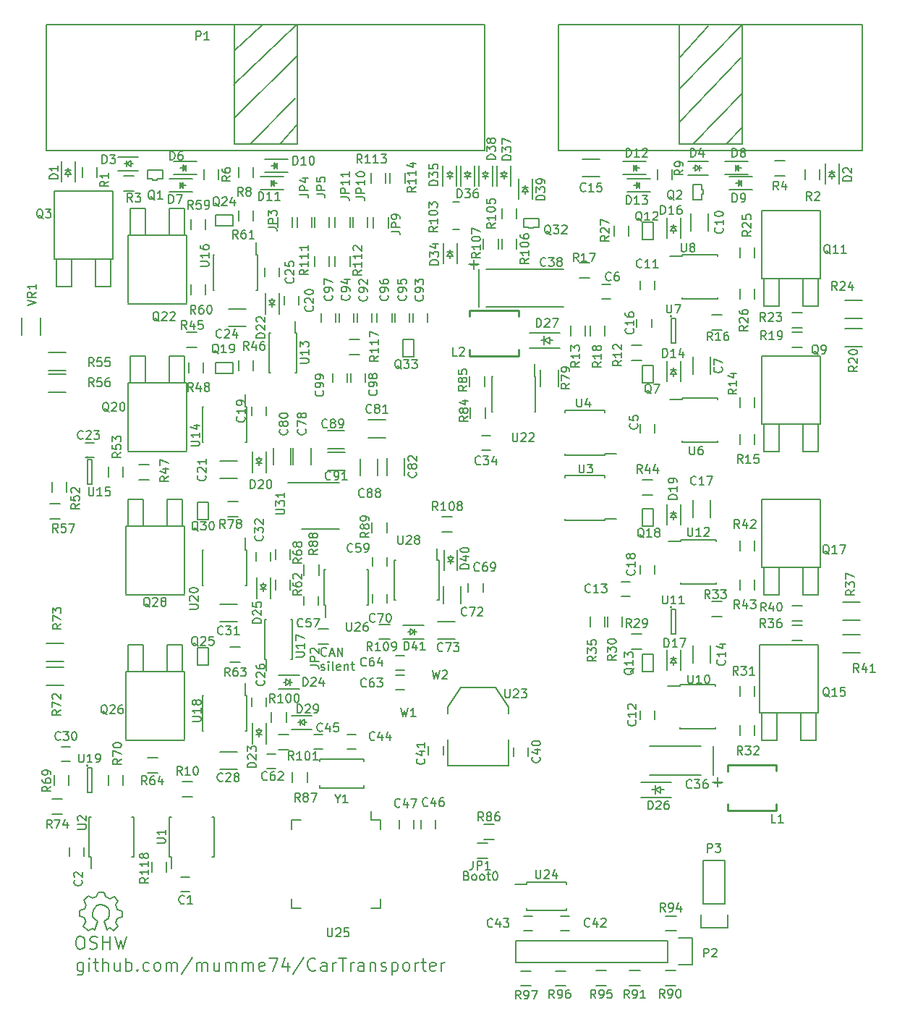
<source format=gbr>
G04 #@! TF.FileFunction,Legend,Top*
%FSLAX46Y46*%
G04 Gerber Fmt 4.6, Leading zero omitted, Abs format (unit mm)*
G04 Created by KiCad (PCBNEW 4.0.5-e0-6337~49~ubuntu16.04.1) date Sun Jan 22 10:16:39 2017*
%MOMM*%
%LPD*%
G01*
G04 APERTURE LIST*
%ADD10C,0.050000*%
%ADD11C,0.200000*%
%ADD12C,0.127000*%
%ADD13C,0.150000*%
%ADD14C,0.254000*%
G04 APERTURE END LIST*
D10*
D11*
X84063100Y-147785971D02*
X84063100Y-149000257D01*
X83991671Y-149143114D01*
X83920243Y-149214543D01*
X83777386Y-149285971D01*
X83563100Y-149285971D01*
X83420243Y-149214543D01*
X84063100Y-148714543D02*
X83920243Y-148785971D01*
X83634529Y-148785971D01*
X83491671Y-148714543D01*
X83420243Y-148643114D01*
X83348814Y-148500257D01*
X83348814Y-148071686D01*
X83420243Y-147928829D01*
X83491671Y-147857400D01*
X83634529Y-147785971D01*
X83920243Y-147785971D01*
X84063100Y-147857400D01*
X84777386Y-148785971D02*
X84777386Y-147785971D01*
X84777386Y-147285971D02*
X84705957Y-147357400D01*
X84777386Y-147428829D01*
X84848814Y-147357400D01*
X84777386Y-147285971D01*
X84777386Y-147428829D01*
X85277386Y-147785971D02*
X85848815Y-147785971D01*
X85491672Y-147285971D02*
X85491672Y-148571686D01*
X85563100Y-148714543D01*
X85705958Y-148785971D01*
X85848815Y-148785971D01*
X86348815Y-148785971D02*
X86348815Y-147285971D01*
X86991672Y-148785971D02*
X86991672Y-148000257D01*
X86920243Y-147857400D01*
X86777386Y-147785971D01*
X86563101Y-147785971D01*
X86420243Y-147857400D01*
X86348815Y-147928829D01*
X88348815Y-147785971D02*
X88348815Y-148785971D01*
X87705958Y-147785971D02*
X87705958Y-148571686D01*
X87777386Y-148714543D01*
X87920244Y-148785971D01*
X88134529Y-148785971D01*
X88277386Y-148714543D01*
X88348815Y-148643114D01*
X89063101Y-148785971D02*
X89063101Y-147285971D01*
X89063101Y-147857400D02*
X89205958Y-147785971D01*
X89491672Y-147785971D01*
X89634529Y-147857400D01*
X89705958Y-147928829D01*
X89777387Y-148071686D01*
X89777387Y-148500257D01*
X89705958Y-148643114D01*
X89634529Y-148714543D01*
X89491672Y-148785971D01*
X89205958Y-148785971D01*
X89063101Y-148714543D01*
X90420244Y-148643114D02*
X90491672Y-148714543D01*
X90420244Y-148785971D01*
X90348815Y-148714543D01*
X90420244Y-148643114D01*
X90420244Y-148785971D01*
X91777387Y-148714543D02*
X91634530Y-148785971D01*
X91348816Y-148785971D01*
X91205958Y-148714543D01*
X91134530Y-148643114D01*
X91063101Y-148500257D01*
X91063101Y-148071686D01*
X91134530Y-147928829D01*
X91205958Y-147857400D01*
X91348816Y-147785971D01*
X91634530Y-147785971D01*
X91777387Y-147857400D01*
X92634530Y-148785971D02*
X92491672Y-148714543D01*
X92420244Y-148643114D01*
X92348815Y-148500257D01*
X92348815Y-148071686D01*
X92420244Y-147928829D01*
X92491672Y-147857400D01*
X92634530Y-147785971D01*
X92848815Y-147785971D01*
X92991672Y-147857400D01*
X93063101Y-147928829D01*
X93134530Y-148071686D01*
X93134530Y-148500257D01*
X93063101Y-148643114D01*
X92991672Y-148714543D01*
X92848815Y-148785971D01*
X92634530Y-148785971D01*
X93777387Y-148785971D02*
X93777387Y-147785971D01*
X93777387Y-147928829D02*
X93848815Y-147857400D01*
X93991673Y-147785971D01*
X94205958Y-147785971D01*
X94348815Y-147857400D01*
X94420244Y-148000257D01*
X94420244Y-148785971D01*
X94420244Y-148000257D02*
X94491673Y-147857400D01*
X94634530Y-147785971D01*
X94848815Y-147785971D01*
X94991673Y-147857400D01*
X95063101Y-148000257D01*
X95063101Y-148785971D01*
X96848815Y-147214543D02*
X95563101Y-149143114D01*
X97348816Y-148785971D02*
X97348816Y-147785971D01*
X97348816Y-147928829D02*
X97420244Y-147857400D01*
X97563102Y-147785971D01*
X97777387Y-147785971D01*
X97920244Y-147857400D01*
X97991673Y-148000257D01*
X97991673Y-148785971D01*
X97991673Y-148000257D02*
X98063102Y-147857400D01*
X98205959Y-147785971D01*
X98420244Y-147785971D01*
X98563102Y-147857400D01*
X98634530Y-148000257D01*
X98634530Y-148785971D01*
X99991673Y-147785971D02*
X99991673Y-148785971D01*
X99348816Y-147785971D02*
X99348816Y-148571686D01*
X99420244Y-148714543D01*
X99563102Y-148785971D01*
X99777387Y-148785971D01*
X99920244Y-148714543D01*
X99991673Y-148643114D01*
X100705959Y-148785971D02*
X100705959Y-147785971D01*
X100705959Y-147928829D02*
X100777387Y-147857400D01*
X100920245Y-147785971D01*
X101134530Y-147785971D01*
X101277387Y-147857400D01*
X101348816Y-148000257D01*
X101348816Y-148785971D01*
X101348816Y-148000257D02*
X101420245Y-147857400D01*
X101563102Y-147785971D01*
X101777387Y-147785971D01*
X101920245Y-147857400D01*
X101991673Y-148000257D01*
X101991673Y-148785971D01*
X102705959Y-148785971D02*
X102705959Y-147785971D01*
X102705959Y-147928829D02*
X102777387Y-147857400D01*
X102920245Y-147785971D01*
X103134530Y-147785971D01*
X103277387Y-147857400D01*
X103348816Y-148000257D01*
X103348816Y-148785971D01*
X103348816Y-148000257D02*
X103420245Y-147857400D01*
X103563102Y-147785971D01*
X103777387Y-147785971D01*
X103920245Y-147857400D01*
X103991673Y-148000257D01*
X103991673Y-148785971D01*
X105277387Y-148714543D02*
X105134530Y-148785971D01*
X104848816Y-148785971D01*
X104705959Y-148714543D01*
X104634530Y-148571686D01*
X104634530Y-148000257D01*
X104705959Y-147857400D01*
X104848816Y-147785971D01*
X105134530Y-147785971D01*
X105277387Y-147857400D01*
X105348816Y-148000257D01*
X105348816Y-148143114D01*
X104634530Y-148285971D01*
X105848816Y-147285971D02*
X106848816Y-147285971D01*
X106205959Y-148785971D01*
X108063101Y-147785971D02*
X108063101Y-148785971D01*
X107705958Y-147214543D02*
X107348815Y-148285971D01*
X108277387Y-148285971D01*
X109920243Y-147214543D02*
X108634529Y-149143114D01*
X111277387Y-148643114D02*
X111205958Y-148714543D01*
X110991672Y-148785971D01*
X110848815Y-148785971D01*
X110634530Y-148714543D01*
X110491672Y-148571686D01*
X110420244Y-148428829D01*
X110348815Y-148143114D01*
X110348815Y-147928829D01*
X110420244Y-147643114D01*
X110491672Y-147500257D01*
X110634530Y-147357400D01*
X110848815Y-147285971D01*
X110991672Y-147285971D01*
X111205958Y-147357400D01*
X111277387Y-147428829D01*
X112563101Y-148785971D02*
X112563101Y-148000257D01*
X112491672Y-147857400D01*
X112348815Y-147785971D01*
X112063101Y-147785971D01*
X111920244Y-147857400D01*
X112563101Y-148714543D02*
X112420244Y-148785971D01*
X112063101Y-148785971D01*
X111920244Y-148714543D01*
X111848815Y-148571686D01*
X111848815Y-148428829D01*
X111920244Y-148285971D01*
X112063101Y-148214543D01*
X112420244Y-148214543D01*
X112563101Y-148143114D01*
X113277387Y-148785971D02*
X113277387Y-147785971D01*
X113277387Y-148071686D02*
X113348815Y-147928829D01*
X113420244Y-147857400D01*
X113563101Y-147785971D01*
X113705958Y-147785971D01*
X113991672Y-147285971D02*
X114848815Y-147285971D01*
X114420244Y-148785971D02*
X114420244Y-147285971D01*
X115348815Y-148785971D02*
X115348815Y-147785971D01*
X115348815Y-148071686D02*
X115420243Y-147928829D01*
X115491672Y-147857400D01*
X115634529Y-147785971D01*
X115777386Y-147785971D01*
X116920243Y-148785971D02*
X116920243Y-148000257D01*
X116848814Y-147857400D01*
X116705957Y-147785971D01*
X116420243Y-147785971D01*
X116277386Y-147857400D01*
X116920243Y-148714543D02*
X116777386Y-148785971D01*
X116420243Y-148785971D01*
X116277386Y-148714543D01*
X116205957Y-148571686D01*
X116205957Y-148428829D01*
X116277386Y-148285971D01*
X116420243Y-148214543D01*
X116777386Y-148214543D01*
X116920243Y-148143114D01*
X117634529Y-147785971D02*
X117634529Y-148785971D01*
X117634529Y-147928829D02*
X117705957Y-147857400D01*
X117848815Y-147785971D01*
X118063100Y-147785971D01*
X118205957Y-147857400D01*
X118277386Y-148000257D01*
X118277386Y-148785971D01*
X118920243Y-148714543D02*
X119063100Y-148785971D01*
X119348815Y-148785971D01*
X119491672Y-148714543D01*
X119563100Y-148571686D01*
X119563100Y-148500257D01*
X119491672Y-148357400D01*
X119348815Y-148285971D01*
X119134529Y-148285971D01*
X118991672Y-148214543D01*
X118920243Y-148071686D01*
X118920243Y-148000257D01*
X118991672Y-147857400D01*
X119134529Y-147785971D01*
X119348815Y-147785971D01*
X119491672Y-147857400D01*
X120205958Y-147785971D02*
X120205958Y-149285971D01*
X120205958Y-147857400D02*
X120348815Y-147785971D01*
X120634529Y-147785971D01*
X120777386Y-147857400D01*
X120848815Y-147928829D01*
X120920244Y-148071686D01*
X120920244Y-148500257D01*
X120848815Y-148643114D01*
X120777386Y-148714543D01*
X120634529Y-148785971D01*
X120348815Y-148785971D01*
X120205958Y-148714543D01*
X121777387Y-148785971D02*
X121634529Y-148714543D01*
X121563101Y-148643114D01*
X121491672Y-148500257D01*
X121491672Y-148071686D01*
X121563101Y-147928829D01*
X121634529Y-147857400D01*
X121777387Y-147785971D01*
X121991672Y-147785971D01*
X122134529Y-147857400D01*
X122205958Y-147928829D01*
X122277387Y-148071686D01*
X122277387Y-148500257D01*
X122205958Y-148643114D01*
X122134529Y-148714543D01*
X121991672Y-148785971D01*
X121777387Y-148785971D01*
X122920244Y-148785971D02*
X122920244Y-147785971D01*
X122920244Y-148071686D02*
X122991672Y-147928829D01*
X123063101Y-147857400D01*
X123205958Y-147785971D01*
X123348815Y-147785971D01*
X123634529Y-147785971D02*
X124205958Y-147785971D01*
X123848815Y-147285971D02*
X123848815Y-148571686D01*
X123920243Y-148714543D01*
X124063101Y-148785971D01*
X124205958Y-148785971D01*
X125277386Y-148714543D02*
X125134529Y-148785971D01*
X124848815Y-148785971D01*
X124705958Y-148714543D01*
X124634529Y-148571686D01*
X124634529Y-148000257D01*
X124705958Y-147857400D01*
X124848815Y-147785971D01*
X125134529Y-147785971D01*
X125277386Y-147857400D01*
X125348815Y-148000257D01*
X125348815Y-148143114D01*
X124634529Y-148285971D01*
X125991672Y-148785971D02*
X125991672Y-147785971D01*
X125991672Y-148071686D02*
X126063100Y-147928829D01*
X126134529Y-147857400D01*
X126277386Y-147785971D01*
X126420243Y-147785971D01*
D12*
X128939471Y-137658929D02*
X129084614Y-137707310D01*
X129132995Y-137755690D01*
X129181376Y-137852452D01*
X129181376Y-137997595D01*
X129132995Y-138094357D01*
X129084614Y-138142738D01*
X128987852Y-138191119D01*
X128600805Y-138191119D01*
X128600805Y-137175119D01*
X128939471Y-137175119D01*
X129036233Y-137223500D01*
X129084614Y-137271881D01*
X129132995Y-137368643D01*
X129132995Y-137465405D01*
X129084614Y-137562167D01*
X129036233Y-137610548D01*
X128939471Y-137658929D01*
X128600805Y-137658929D01*
X129761948Y-138191119D02*
X129665186Y-138142738D01*
X129616805Y-138094357D01*
X129568424Y-137997595D01*
X129568424Y-137707310D01*
X129616805Y-137610548D01*
X129665186Y-137562167D01*
X129761948Y-137513786D01*
X129907090Y-137513786D01*
X130003852Y-137562167D01*
X130052233Y-137610548D01*
X130100614Y-137707310D01*
X130100614Y-137997595D01*
X130052233Y-138094357D01*
X130003852Y-138142738D01*
X129907090Y-138191119D01*
X129761948Y-138191119D01*
X130681186Y-138191119D02*
X130584424Y-138142738D01*
X130536043Y-138094357D01*
X130487662Y-137997595D01*
X130487662Y-137707310D01*
X130536043Y-137610548D01*
X130584424Y-137562167D01*
X130681186Y-137513786D01*
X130826328Y-137513786D01*
X130923090Y-137562167D01*
X130971471Y-137610548D01*
X131019852Y-137707310D01*
X131019852Y-137997595D01*
X130971471Y-138094357D01*
X130923090Y-138142738D01*
X130826328Y-138191119D01*
X130681186Y-138191119D01*
X131310138Y-137513786D02*
X131697186Y-137513786D01*
X131455281Y-137175119D02*
X131455281Y-138045976D01*
X131503662Y-138142738D01*
X131600424Y-138191119D01*
X131697186Y-138191119D01*
X132229376Y-137175119D02*
X132326137Y-137175119D01*
X132422899Y-137223500D01*
X132471280Y-137271881D01*
X132519661Y-137368643D01*
X132568042Y-137562167D01*
X132568042Y-137804071D01*
X132519661Y-137997595D01*
X132471280Y-138094357D01*
X132422899Y-138142738D01*
X132326137Y-138191119D01*
X132229376Y-138191119D01*
X132132614Y-138142738D01*
X132084233Y-138094357D01*
X132035852Y-137997595D01*
X131987471Y-137804071D01*
X131987471Y-137562167D01*
X132035852Y-137368643D01*
X132084233Y-137271881D01*
X132132614Y-137223500D01*
X132229376Y-137175119D01*
X112518976Y-111868857D02*
X112470595Y-111917238D01*
X112325452Y-111965619D01*
X112228690Y-111965619D01*
X112083548Y-111917238D01*
X111986786Y-111820476D01*
X111938405Y-111723714D01*
X111890024Y-111530190D01*
X111890024Y-111385048D01*
X111938405Y-111191524D01*
X111986786Y-111094762D01*
X112083548Y-110998000D01*
X112228690Y-110949619D01*
X112325452Y-110949619D01*
X112470595Y-110998000D01*
X112518976Y-111046381D01*
X112906024Y-111675333D02*
X113389833Y-111675333D01*
X112809262Y-111965619D02*
X113147929Y-110949619D01*
X113486595Y-111965619D01*
X113825262Y-111965619D02*
X113825262Y-110949619D01*
X114405833Y-111965619D01*
X114405833Y-110949619D01*
X111890024Y-113568238D02*
X111986786Y-113616619D01*
X112180310Y-113616619D01*
X112277071Y-113568238D01*
X112325452Y-113471476D01*
X112325452Y-113423095D01*
X112277071Y-113326333D01*
X112180310Y-113277952D01*
X112035167Y-113277952D01*
X111938405Y-113229571D01*
X111890024Y-113132810D01*
X111890024Y-113084429D01*
X111938405Y-112987667D01*
X112035167Y-112939286D01*
X112180310Y-112939286D01*
X112277071Y-112987667D01*
X112760881Y-113616619D02*
X112760881Y-112939286D01*
X112760881Y-112600619D02*
X112712500Y-112649000D01*
X112760881Y-112697381D01*
X112809262Y-112649000D01*
X112760881Y-112600619D01*
X112760881Y-112697381D01*
X113389834Y-113616619D02*
X113293072Y-113568238D01*
X113244691Y-113471476D01*
X113244691Y-112600619D01*
X114163928Y-113568238D02*
X114067166Y-113616619D01*
X113873643Y-113616619D01*
X113776881Y-113568238D01*
X113728500Y-113471476D01*
X113728500Y-113084429D01*
X113776881Y-112987667D01*
X113873643Y-112939286D01*
X114067166Y-112939286D01*
X114163928Y-112987667D01*
X114212309Y-113084429D01*
X114212309Y-113181190D01*
X113728500Y-113277952D01*
X114647738Y-112939286D02*
X114647738Y-113616619D01*
X114647738Y-113036048D02*
X114696119Y-112987667D01*
X114792881Y-112939286D01*
X114938023Y-112939286D01*
X115034785Y-112987667D01*
X115083166Y-113084429D01*
X115083166Y-113616619D01*
X115421833Y-112939286D02*
X115808881Y-112939286D01*
X115566976Y-112600619D02*
X115566976Y-113471476D01*
X115615357Y-113568238D01*
X115712119Y-113616619D01*
X115808881Y-113616619D01*
D13*
X79730600Y-52806600D02*
X79730600Y-38100000D01*
X131089400Y-52806600D02*
X79730600Y-52806600D01*
X131089400Y-38100000D02*
X131089400Y-52806600D01*
X79730600Y-38100000D02*
X131089400Y-38100000D01*
X139725400Y-52806600D02*
X139725400Y-38100000D01*
X175234600Y-52806600D02*
X139725400Y-52806600D01*
X175234600Y-38100000D02*
X175234600Y-52806600D01*
X139725400Y-38100000D02*
X175234600Y-38100000D01*
X109042200Y-49885600D02*
X107137200Y-51943000D01*
X108864400Y-46710600D02*
X103581200Y-52019200D01*
X109016800Y-41783000D02*
X101854000Y-48920400D01*
X108915200Y-38125400D02*
X101701600Y-45085000D01*
X104952800Y-38176200D02*
X101777800Y-41097200D01*
X161086800Y-50165000D02*
X159334200Y-52019200D01*
X161137600Y-46177200D02*
X155448000Y-52044600D01*
X161036000Y-41960800D02*
X153873200Y-49453800D01*
X161112200Y-38150800D02*
X153924000Y-45542200D01*
X157251400Y-38227000D02*
X153873200Y-41859200D01*
X161163000Y-38100000D02*
X153797000Y-38100000D01*
X161163000Y-52070000D02*
X161163000Y-38100000D01*
X153797000Y-52070000D02*
X161163000Y-52070000D01*
X153797000Y-38100000D02*
X153797000Y-52070000D01*
X101727000Y-52070000D02*
X101727000Y-38100000D01*
X109093000Y-52070000D02*
X101727000Y-52070000D01*
X109093000Y-38100000D02*
X109093000Y-52070000D01*
X101727000Y-38100000D02*
X109093000Y-38100000D01*
X96512000Y-137834000D02*
X95512000Y-137834000D01*
X95512000Y-139534000D02*
X96512000Y-139534000D01*
X84162000Y-135374000D02*
X84162000Y-134374000D01*
X82462000Y-134374000D02*
X82462000Y-135374000D01*
X150964000Y-85844000D02*
X150964000Y-84844000D01*
X149264000Y-84844000D02*
X149264000Y-85844000D01*
X145788000Y-68492000D02*
X144788000Y-68492000D01*
X144788000Y-70192000D02*
X145788000Y-70192000D01*
X157489000Y-78978000D02*
X157489000Y-76978000D01*
X155439000Y-76978000D02*
X155439000Y-78978000D01*
X149264000Y-68080000D02*
X149264000Y-69080000D01*
X150964000Y-69080000D02*
X150964000Y-68080000D01*
X150964000Y-119372000D02*
X150964000Y-118372000D01*
X149264000Y-118372000D02*
X149264000Y-119372000D01*
X148074000Y-103290000D02*
X147074000Y-103290000D01*
X147074000Y-104990000D02*
X148074000Y-104990000D01*
X157489000Y-112760000D02*
X157489000Y-110760000D01*
X155439000Y-110760000D02*
X155439000Y-112760000D01*
X142510000Y-55889000D02*
X144510000Y-55889000D01*
X144510000Y-53839000D02*
X142510000Y-53839000D01*
X148870300Y-72512300D02*
X148870300Y-73512300D01*
X150570300Y-73512300D02*
X150570300Y-72512300D01*
X155439000Y-93742000D02*
X155439000Y-95742000D01*
X157489000Y-95742000D02*
X157489000Y-93742000D01*
X149264000Y-101338000D02*
X149264000Y-102338000D01*
X150964000Y-102338000D02*
X150964000Y-101338000D01*
X103798000Y-82812000D02*
X103798000Y-83812000D01*
X105498000Y-83812000D02*
X105498000Y-82812000D01*
X109308000Y-70858000D02*
X109308000Y-69858000D01*
X107608000Y-69858000D02*
X107608000Y-70858000D01*
X102092000Y-89145000D02*
X100092000Y-89145000D01*
X100092000Y-91195000D02*
X102092000Y-91195000D01*
X85336000Y-87034000D02*
X84336000Y-87034000D01*
X84336000Y-88734000D02*
X85336000Y-88734000D01*
X103108000Y-71365000D02*
X101108000Y-71365000D01*
X101108000Y-73415000D02*
X103108000Y-73415000D01*
X107022000Y-67556000D02*
X107022000Y-66556000D01*
X105322000Y-66556000D02*
X105322000Y-67556000D01*
X103798000Y-116848000D02*
X103798000Y-117848000D01*
X105498000Y-117848000D02*
X105498000Y-116848000D01*
X102092000Y-123181000D02*
X100092000Y-123181000D01*
X100092000Y-125231000D02*
X102092000Y-125231000D01*
X82542000Y-122594000D02*
X81542000Y-122594000D01*
X81542000Y-124294000D02*
X82542000Y-124294000D01*
X100092000Y-107959000D02*
X102092000Y-107959000D01*
X102092000Y-105909000D02*
X100092000Y-105909000D01*
X106006000Y-100830000D02*
X106006000Y-99830000D01*
X104306000Y-99830000D02*
X104306000Y-100830000D01*
X130703700Y-87870400D02*
X131703700Y-87870400D01*
X131703700Y-86170400D02*
X130703700Y-86170400D01*
X157840680Y-125905260D02*
X157840680Y-122506740D01*
X150340060Y-122506740D02*
X156339540Y-122506740D01*
X150340060Y-125905260D02*
X156339540Y-125905260D01*
X158341060Y-127259080D02*
X158341060Y-126159260D01*
X158940500Y-126758700D02*
X157741620Y-126758700D01*
X130362960Y-66685160D02*
X130362960Y-71084440D01*
X131262120Y-71084440D02*
X140263880Y-71084440D01*
X140263880Y-66685160D02*
X131262120Y-66685160D01*
X129806700Y-65582800D02*
X129806700Y-66682620D01*
X129207260Y-66083180D02*
X130406140Y-66083180D01*
X134443100Y-122639200D02*
X134443100Y-123639200D01*
X136143100Y-123639200D02*
X136143100Y-122639200D01*
X126186300Y-123512200D02*
X126186300Y-122512200D01*
X124486300Y-122512200D02*
X124486300Y-123512200D01*
X139949300Y-144093300D02*
X140949300Y-144093300D01*
X140949300Y-142393300D02*
X139949300Y-142393300D01*
X136605900Y-142393300D02*
X135605900Y-142393300D01*
X135605900Y-144093300D02*
X136605900Y-144093300D01*
X115993800Y-121158900D02*
X114993800Y-121158900D01*
X114993800Y-122858900D02*
X115993800Y-122858900D01*
X111056800Y-122871600D02*
X112056800Y-122871600D01*
X112056800Y-121171600D02*
X111056800Y-121171600D01*
X125335400Y-132122800D02*
X125335400Y-131122800D01*
X123635400Y-131122800D02*
X123635400Y-132122800D01*
X122782700Y-132148200D02*
X122782700Y-131148200D01*
X121082700Y-131148200D02*
X121082700Y-132148200D01*
X109894000Y-104986200D02*
X109894000Y-105986200D01*
X111594000Y-105986200D02*
X111594000Y-104986200D01*
X119595000Y-101388800D02*
X119595000Y-100388800D01*
X117895000Y-100388800D02*
X117895000Y-101388800D01*
X106570400Y-123457600D02*
X105570400Y-123457600D01*
X105570400Y-125157600D02*
X106570400Y-125157600D01*
X121632600Y-114224700D02*
X120632600Y-114224700D01*
X120632600Y-115924700D02*
X121632600Y-115924700D01*
X121632600Y-111900600D02*
X120632600Y-111900600D01*
X120632600Y-113600600D02*
X121632600Y-113600600D01*
X129147200Y-103462200D02*
X129147200Y-104462200D01*
X130847200Y-104462200D02*
X130847200Y-103462200D01*
X119595000Y-105744900D02*
X119595000Y-104744900D01*
X117895000Y-104744900D02*
X117895000Y-105744900D01*
X126216300Y-103775000D02*
X126216300Y-105775000D01*
X128266300Y-105775000D02*
X128266300Y-103775000D01*
X125568200Y-109965600D02*
X127568200Y-109965600D01*
X127568200Y-107915600D02*
X125568200Y-107915600D01*
X108652200Y-87569800D02*
X108652200Y-89569800D01*
X110702200Y-89569800D02*
X110702200Y-87569800D01*
X106290000Y-87569800D02*
X106290000Y-89569800D01*
X108340000Y-89569800D02*
X108340000Y-87569800D01*
X119440200Y-84344400D02*
X117440200Y-84344400D01*
X117440200Y-86394400D02*
X119440200Y-86394400D01*
X118550800Y-90839800D02*
X118550800Y-88839800D01*
X116500800Y-88839800D02*
X116500800Y-90839800D01*
X119599600Y-88814400D02*
X119599600Y-90814400D01*
X121649600Y-90814400D02*
X121649600Y-88814400D01*
X112665000Y-87664400D02*
X114665000Y-87664400D01*
X114665000Y-85614400D02*
X112665000Y-85614400D01*
X112690400Y-90204400D02*
X114690400Y-90204400D01*
X114690400Y-88154400D02*
X112690400Y-88154400D01*
X116117000Y-71864600D02*
X116117000Y-72864600D01*
X117817000Y-72864600D02*
X117817000Y-71864600D01*
X122695600Y-71890000D02*
X122695600Y-72890000D01*
X124395600Y-72890000D02*
X124395600Y-71890000D01*
X114008800Y-71864600D02*
X114008800Y-72864600D01*
X115708800Y-72864600D02*
X115708800Y-71864600D01*
X120562000Y-71890000D02*
X120562000Y-72890000D01*
X122262000Y-72890000D02*
X122262000Y-71890000D01*
X118479200Y-71864600D02*
X118479200Y-72864600D01*
X120179200Y-72864600D02*
X120179200Y-71864600D01*
X111900600Y-71864600D02*
X111900600Y-72864600D01*
X113600600Y-72864600D02*
X113600600Y-71864600D01*
X115380400Y-78925800D02*
X115380400Y-79925800D01*
X117080400Y-79925800D02*
X117080400Y-78925800D01*
X113246800Y-78925800D02*
X113246800Y-79925800D01*
X114946800Y-79925800D02*
X114946800Y-78925800D01*
X82296000Y-55622000D02*
X82296000Y-55872000D01*
X82296000Y-55122000D02*
X82296000Y-54872000D01*
X82296000Y-55122000D02*
X82646000Y-55622000D01*
X82646000Y-55622000D02*
X81946000Y-55622000D01*
X81946000Y-55622000D02*
X82296000Y-55122000D01*
X82646000Y-55122000D02*
X81946000Y-55122000D01*
X81496000Y-54072000D02*
X81496000Y-56472000D01*
X83096000Y-54072000D02*
X83096000Y-56472000D01*
X171704000Y-55876000D02*
X171704000Y-56126000D01*
X171704000Y-55376000D02*
X171704000Y-55126000D01*
X171704000Y-55376000D02*
X172054000Y-55876000D01*
X172054000Y-55876000D02*
X171354000Y-55876000D01*
X171354000Y-55876000D02*
X171704000Y-55376000D01*
X172054000Y-55376000D02*
X171354000Y-55376000D01*
X170904000Y-54326000D02*
X170904000Y-56726000D01*
X172504000Y-54326000D02*
X172504000Y-56726000D01*
X89658000Y-54356000D02*
X89908000Y-54356000D01*
X89158000Y-54356000D02*
X88908000Y-54356000D01*
X89158000Y-54356000D02*
X89658000Y-54006000D01*
X89658000Y-54006000D02*
X89658000Y-54706000D01*
X89658000Y-54706000D02*
X89158000Y-54356000D01*
X89158000Y-54006000D02*
X89158000Y-54706000D01*
X88108000Y-55156000D02*
X90508000Y-55156000D01*
X88108000Y-53556000D02*
X90508000Y-53556000D01*
X97358000Y-54114000D02*
X94658000Y-54114000D01*
X97358000Y-55614000D02*
X94658000Y-55614000D01*
X95858000Y-54714000D02*
X95858000Y-54964000D01*
X95858000Y-54964000D02*
X96008000Y-54814000D01*
X96108000Y-55214000D02*
X96108000Y-54514000D01*
X95758000Y-54864000D02*
X95408000Y-54864000D01*
X96108000Y-54864000D02*
X95758000Y-55214000D01*
X95758000Y-55214000D02*
X95758000Y-54514000D01*
X95758000Y-54514000D02*
X96108000Y-54864000D01*
X94158000Y-57646000D02*
X96858000Y-57646000D01*
X94158000Y-56146000D02*
X96858000Y-56146000D01*
X95658000Y-57046000D02*
X95658000Y-56796000D01*
X95658000Y-56796000D02*
X95508000Y-56946000D01*
X95408000Y-56546000D02*
X95408000Y-57246000D01*
X95758000Y-56896000D02*
X96108000Y-56896000D01*
X95408000Y-56896000D02*
X95758000Y-56546000D01*
X95758000Y-56546000D02*
X95758000Y-57246000D01*
X95758000Y-57246000D02*
X95408000Y-56896000D01*
X159182000Y-55614000D02*
X161882000Y-55614000D01*
X159182000Y-54114000D02*
X161882000Y-54114000D01*
X160682000Y-55014000D02*
X160682000Y-54764000D01*
X160682000Y-54764000D02*
X160532000Y-54914000D01*
X160432000Y-54514000D02*
X160432000Y-55214000D01*
X160782000Y-54864000D02*
X161132000Y-54864000D01*
X160432000Y-54864000D02*
X160782000Y-54514000D01*
X160782000Y-54514000D02*
X160782000Y-55214000D01*
X160782000Y-55214000D02*
X160432000Y-54864000D01*
X162382000Y-55892000D02*
X159682000Y-55892000D01*
X162382000Y-57392000D02*
X159682000Y-57392000D01*
X160882000Y-56492000D02*
X160882000Y-56742000D01*
X160882000Y-56742000D02*
X161032000Y-56592000D01*
X161132000Y-56992000D02*
X161132000Y-56292000D01*
X160782000Y-56642000D02*
X160432000Y-56642000D01*
X161132000Y-56642000D02*
X160782000Y-56992000D01*
X160782000Y-56992000D02*
X160782000Y-56292000D01*
X160782000Y-56292000D02*
X161132000Y-56642000D01*
X108026000Y-53860000D02*
X105326000Y-53860000D01*
X108026000Y-55360000D02*
X105326000Y-55360000D01*
X106526000Y-54460000D02*
X106526000Y-54710000D01*
X106526000Y-54710000D02*
X106676000Y-54560000D01*
X106776000Y-54960000D02*
X106776000Y-54260000D01*
X106426000Y-54610000D02*
X106076000Y-54610000D01*
X106776000Y-54610000D02*
X106426000Y-54960000D01*
X106426000Y-54960000D02*
X106426000Y-54260000D01*
X106426000Y-54260000D02*
X106776000Y-54610000D01*
X104826000Y-57392000D02*
X107526000Y-57392000D01*
X104826000Y-55892000D02*
X107526000Y-55892000D01*
X106326000Y-56792000D02*
X106326000Y-56542000D01*
X106326000Y-56542000D02*
X106176000Y-56692000D01*
X106076000Y-56292000D02*
X106076000Y-56992000D01*
X106426000Y-56642000D02*
X106776000Y-56642000D01*
X106076000Y-56642000D02*
X106426000Y-56292000D01*
X106426000Y-56292000D02*
X106426000Y-56992000D01*
X106426000Y-56992000D02*
X106076000Y-56642000D01*
X153162000Y-78990000D02*
X153162000Y-79240000D01*
X153162000Y-78490000D02*
X153162000Y-78240000D01*
X153162000Y-78490000D02*
X153512000Y-78990000D01*
X153512000Y-78990000D02*
X152812000Y-78990000D01*
X152812000Y-78990000D02*
X153162000Y-78490000D01*
X153512000Y-78490000D02*
X152812000Y-78490000D01*
X152362000Y-77440000D02*
X152362000Y-79840000D01*
X153962000Y-77440000D02*
X153962000Y-79840000D01*
X153162000Y-62226000D02*
X153162000Y-62476000D01*
X153162000Y-61726000D02*
X153162000Y-61476000D01*
X153162000Y-61726000D02*
X153512000Y-62226000D01*
X153512000Y-62226000D02*
X152812000Y-62226000D01*
X152812000Y-62226000D02*
X153162000Y-61726000D01*
X153512000Y-61726000D02*
X152812000Y-61726000D01*
X152362000Y-60676000D02*
X152362000Y-63076000D01*
X153962000Y-60676000D02*
X153962000Y-63076000D01*
X153162000Y-112772000D02*
X153162000Y-113022000D01*
X153162000Y-112272000D02*
X153162000Y-112022000D01*
X153162000Y-112272000D02*
X153512000Y-112772000D01*
X153512000Y-112772000D02*
X152812000Y-112772000D01*
X152812000Y-112772000D02*
X153162000Y-112272000D01*
X153512000Y-112272000D02*
X152812000Y-112272000D01*
X152362000Y-111222000D02*
X152362000Y-113622000D01*
X153962000Y-111222000D02*
X153962000Y-113622000D01*
X153162000Y-95754000D02*
X153162000Y-96004000D01*
X153162000Y-95254000D02*
X153162000Y-95004000D01*
X153162000Y-95254000D02*
X153512000Y-95754000D01*
X153512000Y-95754000D02*
X152812000Y-95754000D01*
X152812000Y-95754000D02*
X153162000Y-95254000D01*
X153512000Y-95254000D02*
X152812000Y-95254000D01*
X152362000Y-94204000D02*
X152362000Y-96604000D01*
X153962000Y-94204000D02*
X153962000Y-96604000D01*
X104648000Y-88904000D02*
X104648000Y-88654000D01*
X104648000Y-89404000D02*
X104648000Y-89654000D01*
X104648000Y-89404000D02*
X104298000Y-88904000D01*
X104298000Y-88904000D02*
X104998000Y-88904000D01*
X104998000Y-88904000D02*
X104648000Y-89404000D01*
X104298000Y-89404000D02*
X104998000Y-89404000D01*
X105448000Y-90454000D02*
X105448000Y-88054000D01*
X103848000Y-90454000D02*
X103848000Y-88054000D01*
X106172000Y-70362000D02*
X106172000Y-70112000D01*
X106172000Y-70862000D02*
X106172000Y-71112000D01*
X106172000Y-70862000D02*
X105822000Y-70362000D01*
X105822000Y-70362000D02*
X106522000Y-70362000D01*
X106522000Y-70362000D02*
X106172000Y-70862000D01*
X105822000Y-70862000D02*
X106522000Y-70862000D01*
X106972000Y-71912000D02*
X106972000Y-69512000D01*
X105372000Y-71912000D02*
X105372000Y-69512000D01*
X104648000Y-120654000D02*
X104648000Y-120404000D01*
X104648000Y-121154000D02*
X104648000Y-121404000D01*
X104648000Y-121154000D02*
X104298000Y-120654000D01*
X104298000Y-120654000D02*
X104998000Y-120654000D01*
X104998000Y-120654000D02*
X104648000Y-121154000D01*
X104298000Y-121154000D02*
X104998000Y-121154000D01*
X105448000Y-122204000D02*
X105448000Y-119804000D01*
X103848000Y-122204000D02*
X103848000Y-119804000D01*
X109965300Y-119722900D02*
X110215300Y-119722900D01*
X109465300Y-119722900D02*
X109215300Y-119722900D01*
X109465300Y-119722900D02*
X109965300Y-119372900D01*
X109965300Y-119372900D02*
X109965300Y-120072900D01*
X109965300Y-120072900D02*
X109465300Y-119722900D01*
X109465300Y-119372900D02*
X109465300Y-120072900D01*
X108415300Y-120522900D02*
X110815300Y-120522900D01*
X108415300Y-118922900D02*
X110815300Y-118922900D01*
X127000000Y-65172400D02*
X127000000Y-65422400D01*
X127000000Y-64672400D02*
X127000000Y-64422400D01*
X127000000Y-64672400D02*
X127350000Y-65172400D01*
X127350000Y-65172400D02*
X126650000Y-65172400D01*
X126650000Y-65172400D02*
X127000000Y-64672400D01*
X127350000Y-64672400D02*
X126650000Y-64672400D01*
X126200000Y-63622400D02*
X126200000Y-66022400D01*
X127800000Y-63622400D02*
X127800000Y-66022400D01*
X126974600Y-55401400D02*
X126974600Y-55151400D01*
X126974600Y-55901400D02*
X126974600Y-56151400D01*
X126974600Y-55901400D02*
X126624600Y-55401400D01*
X126624600Y-55401400D02*
X127324600Y-55401400D01*
X127324600Y-55401400D02*
X126974600Y-55901400D01*
X126624600Y-55901400D02*
X127324600Y-55901400D01*
X127774600Y-56951400D02*
X127774600Y-54551400D01*
X126174600Y-56951400D02*
X126174600Y-54551400D01*
X129057400Y-55401400D02*
X129057400Y-55151400D01*
X129057400Y-55901400D02*
X129057400Y-56151400D01*
X129057400Y-55901400D02*
X128707400Y-55401400D01*
X128707400Y-55401400D02*
X129407400Y-55401400D01*
X129407400Y-55401400D02*
X129057400Y-55901400D01*
X128707400Y-55901400D02*
X129407400Y-55901400D01*
X129857400Y-56951400D02*
X129857400Y-54551400D01*
X128257400Y-56951400D02*
X128257400Y-54551400D01*
X133299200Y-55401400D02*
X133299200Y-55151400D01*
X133299200Y-55901400D02*
X133299200Y-56151400D01*
X133299200Y-55901400D02*
X132949200Y-55401400D01*
X132949200Y-55401400D02*
X133649200Y-55401400D01*
X133649200Y-55401400D02*
X133299200Y-55901400D01*
X132949200Y-55901400D02*
X133649200Y-55901400D01*
X134099200Y-56951400D02*
X134099200Y-54551400D01*
X132499200Y-56951400D02*
X132499200Y-54551400D01*
X131165600Y-55401400D02*
X131165600Y-55151400D01*
X131165600Y-55901400D02*
X131165600Y-56151400D01*
X131165600Y-55901400D02*
X130815600Y-55401400D01*
X130815600Y-55401400D02*
X131515600Y-55401400D01*
X131515600Y-55401400D02*
X131165600Y-55901400D01*
X130815600Y-55901400D02*
X131515600Y-55901400D01*
X131965600Y-56951400D02*
X131965600Y-54551400D01*
X130365600Y-56951400D02*
X130365600Y-54551400D01*
X135801100Y-57628600D02*
X135801100Y-57878600D01*
X135801100Y-57128600D02*
X135801100Y-56878600D01*
X135801100Y-57128600D02*
X136151100Y-57628600D01*
X136151100Y-57628600D02*
X135451100Y-57628600D01*
X135451100Y-57628600D02*
X135801100Y-57128600D01*
X136151100Y-57128600D02*
X135451100Y-57128600D01*
X135001100Y-56078600D02*
X135001100Y-58478600D01*
X136601100Y-56078600D02*
X136601100Y-58478600D01*
X130184600Y-133859300D02*
X131384600Y-133859300D01*
X131384600Y-135609300D02*
X130184600Y-135609300D01*
X112741000Y-110552200D02*
X111541000Y-110552200D01*
X111541000Y-108802200D02*
X112741000Y-108802200D01*
X108571000Y-60614000D02*
X108571000Y-61814000D01*
X106821000Y-61814000D02*
X106821000Y-60614000D01*
X110857000Y-60614000D02*
X110857000Y-61814000D01*
X109107000Y-61814000D02*
X109107000Y-60614000D01*
X111139000Y-61814000D02*
X111139000Y-60614000D01*
X112889000Y-60614000D02*
X112889000Y-61814000D01*
X119797800Y-60639400D02*
X119797800Y-61839400D01*
X118047800Y-61839400D02*
X118047800Y-60639400D01*
X115609400Y-61814000D02*
X115609400Y-60614000D01*
X117359400Y-60614000D02*
X117359400Y-61814000D01*
X113552000Y-61814000D02*
X113552000Y-60614000D01*
X115302000Y-60614000D02*
X115302000Y-61814000D01*
D14*
X159486400Y-129260600D02*
X159486400Y-129995200D01*
X159512000Y-129997200D02*
X165201600Y-129997200D01*
X165201800Y-129286000D02*
X165201800Y-129995200D01*
X159512000Y-124663200D02*
X165201600Y-124663200D01*
X165201800Y-125399800D02*
X165201800Y-124690600D01*
X159511800Y-125425200D02*
X159511800Y-124690600D01*
X135026600Y-72224900D02*
X135026600Y-71490300D01*
X135001000Y-71488300D02*
X129311400Y-71488300D01*
X129311200Y-72199500D02*
X129311200Y-71490300D01*
X135001000Y-76822300D02*
X129311400Y-76822300D01*
X129311200Y-76085700D02*
X129311200Y-76794900D01*
X135001200Y-76060300D02*
X135001200Y-76794900D01*
D13*
X152514300Y-145249900D02*
X134734300Y-145249900D01*
X134734300Y-145249900D02*
X134734300Y-147789900D01*
X134734300Y-147789900D02*
X152514300Y-147789900D01*
X155334300Y-144969900D02*
X153784300Y-144969900D01*
X152514300Y-145249900D02*
X152514300Y-147789900D01*
X153784300Y-148069900D02*
X155334300Y-148069900D01*
X155334300Y-148069900D02*
X155334300Y-144969900D01*
X156374500Y-142227300D02*
X156374500Y-143777300D01*
X156374500Y-143777300D02*
X159474500Y-143777300D01*
X159474500Y-143777300D02*
X159474500Y-142227300D01*
X156654500Y-140957300D02*
X156654500Y-135877300D01*
X156654500Y-135877300D02*
X159194500Y-135877300D01*
X159194500Y-135877300D02*
X159194500Y-140957300D01*
X159194500Y-140957300D02*
X156654500Y-140957300D01*
X85471000Y-65532000D02*
X85471000Y-68707000D01*
X85471000Y-68707000D02*
X87249000Y-68707000D01*
X87249000Y-68707000D02*
X87249000Y-65532000D01*
X80899000Y-65532000D02*
X80899000Y-68707000D01*
X80899000Y-68707000D02*
X82677000Y-68707000D01*
X82677000Y-68707000D02*
X82677000Y-65532000D01*
X87503000Y-59436000D02*
X87503000Y-65532000D01*
X87503000Y-65532000D02*
X80645000Y-65532000D01*
X80645000Y-65532000D02*
X80645000Y-57658000D01*
X80645000Y-57531000D02*
X87503000Y-57531000D01*
X87503000Y-57658000D02*
X87503000Y-59436000D01*
X168275000Y-84836000D02*
X168275000Y-88011000D01*
X168275000Y-88011000D02*
X170053000Y-88011000D01*
X170053000Y-88011000D02*
X170053000Y-84836000D01*
X163703000Y-84836000D02*
X163703000Y-88011000D01*
X163703000Y-88011000D02*
X165481000Y-88011000D01*
X165481000Y-88011000D02*
X165481000Y-84836000D01*
X170307000Y-78740000D02*
X170307000Y-84836000D01*
X170307000Y-84836000D02*
X163449000Y-84836000D01*
X163449000Y-84836000D02*
X163449000Y-76962000D01*
X163449000Y-76835000D02*
X170307000Y-76835000D01*
X170307000Y-76962000D02*
X170307000Y-78740000D01*
X149479000Y-61214000D02*
X149479000Y-63246000D01*
X149479000Y-63246000D02*
X150749000Y-63246000D01*
X150749000Y-63246000D02*
X150749000Y-61214000D01*
X150749000Y-61214000D02*
X149479000Y-61214000D01*
X168021000Y-118618000D02*
X168021000Y-121793000D01*
X168021000Y-121793000D02*
X169799000Y-121793000D01*
X169799000Y-121793000D02*
X169799000Y-118618000D01*
X163449000Y-118618000D02*
X163449000Y-121793000D01*
X163449000Y-121793000D02*
X165227000Y-121793000D01*
X165227000Y-121793000D02*
X165227000Y-118618000D01*
X170053000Y-112522000D02*
X170053000Y-118618000D01*
X170053000Y-118618000D02*
X163195000Y-118618000D01*
X163195000Y-118618000D02*
X163195000Y-110744000D01*
X163195000Y-110617000D02*
X170053000Y-110617000D01*
X170053000Y-110744000D02*
X170053000Y-112522000D01*
X149479000Y-94742000D02*
X149479000Y-96774000D01*
X149479000Y-96774000D02*
X150749000Y-96774000D01*
X150749000Y-96774000D02*
X150749000Y-94742000D01*
X150749000Y-94742000D02*
X149479000Y-94742000D01*
X91313000Y-80010000D02*
X91313000Y-76835000D01*
X91313000Y-76835000D02*
X89535000Y-76835000D01*
X89535000Y-76835000D02*
X89535000Y-80010000D01*
X95885000Y-80010000D02*
X95885000Y-76835000D01*
X95885000Y-76835000D02*
X94107000Y-76835000D01*
X94107000Y-76835000D02*
X94107000Y-80010000D01*
X89281000Y-86106000D02*
X89281000Y-80010000D01*
X89281000Y-80010000D02*
X96139000Y-80010000D01*
X96139000Y-80010000D02*
X96139000Y-87884000D01*
X96139000Y-88011000D02*
X89281000Y-88011000D01*
X89281000Y-87884000D02*
X89281000Y-86106000D01*
X91313000Y-62738000D02*
X91313000Y-59563000D01*
X91313000Y-59563000D02*
X89535000Y-59563000D01*
X89535000Y-59563000D02*
X89535000Y-62738000D01*
X95885000Y-62738000D02*
X95885000Y-59563000D01*
X95885000Y-59563000D02*
X94107000Y-59563000D01*
X94107000Y-59563000D02*
X94107000Y-62738000D01*
X89281000Y-68834000D02*
X89281000Y-62738000D01*
X89281000Y-62738000D02*
X96139000Y-62738000D01*
X96139000Y-62738000D02*
X96139000Y-70612000D01*
X96139000Y-70739000D02*
X89281000Y-70739000D01*
X89281000Y-70612000D02*
X89281000Y-68834000D01*
X101600000Y-60325000D02*
X99568000Y-60325000D01*
X99568000Y-60325000D02*
X99568000Y-61595000D01*
X99568000Y-61595000D02*
X101600000Y-61595000D01*
X101600000Y-61595000D02*
X101600000Y-60325000D01*
X91059000Y-113792000D02*
X91059000Y-110617000D01*
X91059000Y-110617000D02*
X89281000Y-110617000D01*
X89281000Y-110617000D02*
X89281000Y-113792000D01*
X95631000Y-113792000D02*
X95631000Y-110617000D01*
X95631000Y-110617000D02*
X93853000Y-110617000D01*
X93853000Y-110617000D02*
X93853000Y-113792000D01*
X89027000Y-119888000D02*
X89027000Y-113792000D01*
X89027000Y-113792000D02*
X95885000Y-113792000D01*
X95885000Y-113792000D02*
X95885000Y-121666000D01*
X95885000Y-121793000D02*
X89027000Y-121793000D01*
X89027000Y-121666000D02*
X89027000Y-119888000D01*
X91059000Y-96774000D02*
X91059000Y-93599000D01*
X91059000Y-93599000D02*
X89281000Y-93599000D01*
X89281000Y-93599000D02*
X89281000Y-96774000D01*
X95631000Y-96774000D02*
X95631000Y-93599000D01*
X95631000Y-93599000D02*
X93853000Y-93599000D01*
X93853000Y-93599000D02*
X93853000Y-96774000D01*
X89027000Y-102870000D02*
X89027000Y-96774000D01*
X89027000Y-96774000D02*
X95885000Y-96774000D01*
X95885000Y-96774000D02*
X95885000Y-104648000D01*
X95885000Y-104775000D02*
X89027000Y-104775000D01*
X89027000Y-104648000D02*
X89027000Y-102870000D01*
X83961000Y-55972000D02*
X83961000Y-54772000D01*
X85711000Y-54772000D02*
X85711000Y-55972000D01*
X168543000Y-56226000D02*
X168543000Y-55026000D01*
X170293000Y-55026000D02*
X170293000Y-56226000D01*
X90008000Y-57517000D02*
X88808000Y-57517000D01*
X88808000Y-55767000D02*
X90008000Y-55767000D01*
X165008000Y-53989000D02*
X166208000Y-53989000D01*
X166208000Y-55739000D02*
X165008000Y-55739000D01*
X98185000Y-56226000D02*
X98185000Y-55026000D01*
X99935000Y-55026000D02*
X99935000Y-56226000D01*
X158842000Y-73773000D02*
X157642000Y-73773000D01*
X157642000Y-72023000D02*
X158842000Y-72023000D01*
X142148000Y-65927000D02*
X143348000Y-65927000D01*
X143348000Y-67677000D02*
X142148000Y-67677000D01*
X175244000Y-75751000D02*
X173244000Y-75751000D01*
X173244000Y-73601000D02*
X175244000Y-73601000D01*
X175244000Y-72449000D02*
X173244000Y-72449000D01*
X173244000Y-70299000D02*
X175244000Y-70299000D01*
X146191000Y-62830000D02*
X146191000Y-61630000D01*
X147941000Y-61630000D02*
X147941000Y-62830000D01*
X158842000Y-107301000D02*
X157642000Y-107301000D01*
X157642000Y-105551000D02*
X158842000Y-105551000D01*
X174990000Y-107755000D02*
X172990000Y-107755000D01*
X172990000Y-105605000D02*
X174990000Y-105605000D01*
X174990000Y-111565000D02*
X172990000Y-111565000D01*
X172990000Y-109415000D02*
X174990000Y-109415000D01*
X150714000Y-93077000D02*
X149514000Y-93077000D01*
X149514000Y-91327000D02*
X150714000Y-91327000D01*
X96174000Y-74055000D02*
X97374000Y-74055000D01*
X97374000Y-75805000D02*
X96174000Y-75805000D01*
X102249000Y-61052000D02*
X102249000Y-59852000D01*
X103999000Y-59852000D02*
X103999000Y-61052000D01*
X108317000Y-103032000D02*
X108317000Y-104232000D01*
X106567000Y-104232000D02*
X106567000Y-103032000D01*
X106567000Y-100676000D02*
X106567000Y-99476000D01*
X108317000Y-99476000D02*
X108317000Y-100676000D01*
X129363500Y-84102500D02*
X129363500Y-82902500D01*
X131113500Y-82902500D02*
X131113500Y-84102500D01*
X129312700Y-80394100D02*
X129312700Y-79194100D01*
X131062700Y-79194100D02*
X131062700Y-80394100D01*
X130933900Y-131649500D02*
X132133900Y-131649500D01*
X132133900Y-133399500D02*
X130933900Y-133399500D01*
X110298200Y-125549100D02*
X110298200Y-126749100D01*
X108548200Y-126749100D02*
X108548200Y-125549100D01*
X111644400Y-101279400D02*
X111644400Y-102479400D01*
X109894400Y-102479400D02*
X109894400Y-101279400D01*
X117870000Y-97526400D02*
X117870000Y-96326400D01*
X119620000Y-96326400D02*
X119620000Y-97526400D01*
X152206400Y-148743700D02*
X153406400Y-148743700D01*
X153406400Y-150493700D02*
X152206400Y-150493700D01*
X148015400Y-148781800D02*
X149215400Y-148781800D01*
X149215400Y-150531800D02*
X148015400Y-150531800D01*
X152257200Y-142368300D02*
X153457200Y-142368300D01*
X153457200Y-144118300D02*
X152257200Y-144118300D01*
X144053000Y-148781800D02*
X145253000Y-148781800D01*
X145253000Y-150531800D02*
X144053000Y-150531800D01*
X139341300Y-148807200D02*
X140541300Y-148807200D01*
X140541300Y-150557200D02*
X139341300Y-150557200D01*
X135277300Y-148807200D02*
X136477300Y-148807200D01*
X136477300Y-150557200D02*
X135277300Y-150557200D01*
X106084400Y-119687900D02*
X106084400Y-118487900D01*
X107834400Y-118487900D02*
X107834400Y-119687900D01*
X108118200Y-122896600D02*
X106918200Y-122896600D01*
X106918200Y-121146600D02*
X108118200Y-121146600D01*
X134809200Y-59598000D02*
X134809200Y-60798000D01*
X133059200Y-60798000D02*
X133059200Y-59598000D01*
X133046500Y-64303200D02*
X133046500Y-63103200D01*
X134796500Y-63103200D02*
X134796500Y-64303200D01*
X130925600Y-64315900D02*
X130925600Y-63115900D01*
X132675600Y-63115900D02*
X132675600Y-64315900D01*
X112889000Y-65135200D02*
X112889000Y-66335200D01*
X111139000Y-66335200D02*
X111139000Y-65135200D01*
X115302000Y-65135200D02*
X115302000Y-66335200D01*
X113552000Y-66335200D02*
X113552000Y-65135200D01*
X119493000Y-55457800D02*
X119493000Y-56657800D01*
X117743000Y-56657800D02*
X117743000Y-55457800D01*
X121702800Y-55457800D02*
X121702800Y-56657800D01*
X119952800Y-56657800D02*
X119952800Y-55457800D01*
X94149000Y-135421000D02*
X94374000Y-135421000D01*
X94149000Y-130771000D02*
X94374000Y-130771000D01*
X99399000Y-130771000D02*
X99174000Y-130771000D01*
X99399000Y-135421000D02*
X99174000Y-135421000D01*
X94149000Y-135421000D02*
X94149000Y-130771000D01*
X99399000Y-135421000D02*
X99399000Y-130771000D01*
X94374000Y-135421000D02*
X94374000Y-136771000D01*
X84751000Y-135421000D02*
X84976000Y-135421000D01*
X84751000Y-130771000D02*
X84976000Y-130771000D01*
X90001000Y-130771000D02*
X89776000Y-130771000D01*
X90001000Y-135421000D02*
X89776000Y-135421000D01*
X84751000Y-135421000D02*
X84751000Y-130771000D01*
X90001000Y-135421000D02*
X90001000Y-130771000D01*
X84976000Y-135421000D02*
X84976000Y-136771000D01*
X145073000Y-96097000D02*
X145073000Y-95872000D01*
X140423000Y-96097000D02*
X140423000Y-95872000D01*
X140423000Y-90847000D02*
X140423000Y-91072000D01*
X145073000Y-90847000D02*
X145073000Y-91072000D01*
X145073000Y-96097000D02*
X140423000Y-96097000D01*
X145073000Y-90847000D02*
X140423000Y-90847000D01*
X145073000Y-95872000D02*
X146423000Y-95872000D01*
X145073000Y-88477000D02*
X145073000Y-88252000D01*
X140423000Y-88477000D02*
X140423000Y-88252000D01*
X140423000Y-83227000D02*
X140423000Y-83452000D01*
X145073000Y-83227000D02*
X145073000Y-83452000D01*
X145073000Y-88477000D02*
X140423000Y-88477000D01*
X145073000Y-83227000D02*
X140423000Y-83227000D01*
X145073000Y-88252000D02*
X146423000Y-88252000D01*
X154135000Y-81753000D02*
X154135000Y-81898000D01*
X158285000Y-81753000D02*
X158285000Y-81898000D01*
X158285000Y-86903000D02*
X158285000Y-86758000D01*
X154135000Y-86903000D02*
X154135000Y-86758000D01*
X154135000Y-81753000D02*
X158285000Y-81753000D01*
X154135000Y-86903000D02*
X158285000Y-86903000D01*
X154135000Y-81898000D02*
X152735000Y-81898000D01*
X152962000Y-72214000D02*
G75*
G03X152962000Y-72214000I-100000J0D01*
G01*
X153412000Y-72464000D02*
X152912000Y-72464000D01*
X153412000Y-75364000D02*
X153412000Y-72464000D01*
X152912000Y-75364000D02*
X153412000Y-75364000D01*
X152912000Y-72464000D02*
X152912000Y-75364000D01*
X154135000Y-64989000D02*
X154135000Y-65134000D01*
X158285000Y-64989000D02*
X158285000Y-65134000D01*
X158285000Y-70139000D02*
X158285000Y-69994000D01*
X154135000Y-70139000D02*
X154135000Y-69994000D01*
X154135000Y-64989000D02*
X158285000Y-64989000D01*
X154135000Y-70139000D02*
X158285000Y-70139000D01*
X154135000Y-65134000D02*
X152735000Y-65134000D01*
X153881000Y-115281000D02*
X153881000Y-115426000D01*
X158031000Y-115281000D02*
X158031000Y-115426000D01*
X158031000Y-120431000D02*
X158031000Y-120286000D01*
X153881000Y-120431000D02*
X153881000Y-120286000D01*
X153881000Y-115281000D02*
X158031000Y-115281000D01*
X153881000Y-120431000D02*
X158031000Y-120431000D01*
X153881000Y-115426000D02*
X152481000Y-115426000D01*
X152962000Y-106250000D02*
G75*
G03X152962000Y-106250000I-100000J0D01*
G01*
X153412000Y-106500000D02*
X152912000Y-106500000D01*
X153412000Y-109400000D02*
X153412000Y-106500000D01*
X152912000Y-109400000D02*
X153412000Y-109400000D01*
X152912000Y-106500000D02*
X152912000Y-109400000D01*
X153975000Y-98390000D02*
X153975000Y-98535000D01*
X158125000Y-98390000D02*
X158125000Y-98535000D01*
X158125000Y-103540000D02*
X158125000Y-103395000D01*
X153975000Y-103540000D02*
X153975000Y-103395000D01*
X153975000Y-98390000D02*
X158125000Y-98390000D01*
X153975000Y-103540000D02*
X158125000Y-103540000D01*
X153975000Y-98535000D02*
X152575000Y-98535000D01*
X109067000Y-74129000D02*
X108867000Y-74129000D01*
X109067000Y-78779000D02*
X108867000Y-78779000D01*
X105817000Y-78779000D02*
X106017000Y-78779000D01*
X105817000Y-74129000D02*
X106017000Y-74129000D01*
X109067000Y-74129000D02*
X109067000Y-78779000D01*
X105817000Y-74129000D02*
X105817000Y-78779000D01*
X108867000Y-74129000D02*
X108867000Y-72779000D01*
X103159000Y-82761000D02*
X103014000Y-82761000D01*
X103159000Y-86911000D02*
X103014000Y-86911000D01*
X98009000Y-86911000D02*
X98154000Y-86911000D01*
X98009000Y-82761000D02*
X98154000Y-82761000D01*
X103159000Y-82761000D02*
X103159000Y-86911000D01*
X98009000Y-82761000D02*
X98009000Y-86911000D01*
X103014000Y-82761000D02*
X103014000Y-81361000D01*
X84636000Y-88724000D02*
G75*
G03X84636000Y-88724000I-100000J0D01*
G01*
X85086000Y-88974000D02*
X84586000Y-88974000D01*
X85086000Y-91874000D02*
X85086000Y-88974000D01*
X84586000Y-91874000D02*
X85086000Y-91874000D01*
X84586000Y-88974000D02*
X84586000Y-91874000D01*
X104429000Y-64981000D02*
X104284000Y-64981000D01*
X104429000Y-69131000D02*
X104284000Y-69131000D01*
X99279000Y-69131000D02*
X99424000Y-69131000D01*
X99279000Y-64981000D02*
X99424000Y-64981000D01*
X104429000Y-64981000D02*
X104429000Y-69131000D01*
X99279000Y-64981000D02*
X99279000Y-69131000D01*
X104284000Y-64981000D02*
X104284000Y-63581000D01*
X105309000Y-112307000D02*
X105509000Y-112307000D01*
X105309000Y-107657000D02*
X105509000Y-107657000D01*
X108559000Y-107657000D02*
X108359000Y-107657000D01*
X108559000Y-112307000D02*
X108359000Y-112307000D01*
X105309000Y-112307000D02*
X105309000Y-107657000D01*
X108559000Y-112307000D02*
X108559000Y-107657000D01*
X105509000Y-112307000D02*
X105509000Y-113657000D01*
X103159000Y-116543000D02*
X103014000Y-116543000D01*
X103159000Y-120693000D02*
X103014000Y-120693000D01*
X98009000Y-120693000D02*
X98154000Y-120693000D01*
X98009000Y-116543000D02*
X98154000Y-116543000D01*
X103159000Y-116543000D02*
X103159000Y-120693000D01*
X98009000Y-116543000D02*
X98009000Y-120693000D01*
X103014000Y-116543000D02*
X103014000Y-115143000D01*
X84636000Y-124792000D02*
G75*
G03X84636000Y-124792000I-100000J0D01*
G01*
X85086000Y-125042000D02*
X84586000Y-125042000D01*
X85086000Y-127942000D02*
X85086000Y-125042000D01*
X84586000Y-127942000D02*
X85086000Y-127942000D01*
X84586000Y-125042000D02*
X84586000Y-127942000D01*
X103159000Y-99525000D02*
X103014000Y-99525000D01*
X103159000Y-103675000D02*
X103014000Y-103675000D01*
X98009000Y-103675000D02*
X98154000Y-103675000D01*
X98009000Y-99525000D02*
X98154000Y-99525000D01*
X103159000Y-99525000D02*
X103159000Y-103675000D01*
X98009000Y-99525000D02*
X98009000Y-103675000D01*
X103014000Y-99525000D02*
X103014000Y-98125000D01*
X137017200Y-79205000D02*
X136872200Y-79205000D01*
X137017200Y-83355000D02*
X136872200Y-83355000D01*
X131867200Y-83355000D02*
X132012200Y-83355000D01*
X131867200Y-79205000D02*
X132012200Y-79205000D01*
X137017200Y-79205000D02*
X137017200Y-83355000D01*
X131867200Y-79205000D02*
X131867200Y-83355000D01*
X136872200Y-79205000D02*
X136872200Y-77805000D01*
X126758700Y-121742200D02*
X126758700Y-124790200D01*
X126758700Y-124790200D02*
X133870700Y-124790200D01*
X133870700Y-124790200D02*
X133870700Y-121742200D01*
X126758700Y-118694200D02*
X126758700Y-117932200D01*
X126758700Y-117932200D02*
X128282700Y-115646200D01*
X128282700Y-115646200D02*
X132346700Y-115646200D01*
X132346700Y-115646200D02*
X133870700Y-117932200D01*
X133870700Y-117932200D02*
X133870700Y-118694200D01*
X135952600Y-138443300D02*
X135952600Y-138643300D01*
X140602600Y-138443300D02*
X140602600Y-138643300D01*
X140602600Y-141693300D02*
X140602600Y-141493300D01*
X135952600Y-141693300D02*
X135952600Y-141493300D01*
X135952600Y-138443300D02*
X140602600Y-138443300D01*
X135952600Y-141693300D02*
X140602600Y-141693300D01*
X135952600Y-138643300D02*
X134602600Y-138643300D01*
X118840000Y-131121400D02*
X117765000Y-131121400D01*
X118840000Y-141471400D02*
X117765000Y-141471400D01*
X108490000Y-141471400D02*
X109565000Y-141471400D01*
X108490000Y-131121400D02*
X109565000Y-131121400D01*
X118840000Y-131121400D02*
X118840000Y-132196400D01*
X108490000Y-131121400D02*
X108490000Y-132196400D01*
X108490000Y-141471400D02*
X108490000Y-140396400D01*
X118840000Y-141471400D02*
X118840000Y-140396400D01*
X117765000Y-131121400D02*
X117765000Y-130096400D01*
X112283800Y-105986400D02*
X112428800Y-105986400D01*
X112283800Y-101836400D02*
X112428800Y-101836400D01*
X117433800Y-101836400D02*
X117288800Y-101836400D01*
X117433800Y-105986400D02*
X117288800Y-105986400D01*
X112283800Y-105986400D02*
X112283800Y-101836400D01*
X117433800Y-105986400D02*
X117433800Y-101836400D01*
X112428800Y-105986400D02*
X112428800Y-107386400D01*
X125700700Y-100748200D02*
X125475700Y-100748200D01*
X125700700Y-105398200D02*
X125475700Y-105398200D01*
X120450700Y-105398200D02*
X120675700Y-105398200D01*
X120450700Y-100748200D02*
X120675700Y-100748200D01*
X125700700Y-100748200D02*
X125700700Y-105398200D01*
X120450700Y-100748200D02*
X120450700Y-105398200D01*
X125475700Y-100748200D02*
X125475700Y-99398200D01*
X109610800Y-97111400D02*
X114010800Y-97111400D01*
X108035800Y-91661400D02*
X114010800Y-91661400D01*
X79053000Y-72406000D02*
X79053000Y-74406000D01*
X76903000Y-74406000D02*
X76903000Y-72406000D01*
X111725400Y-123979200D02*
X111725400Y-124279200D01*
X116925400Y-123979200D02*
X116925400Y-124279200D01*
X116925400Y-127379200D02*
X116925400Y-127079200D01*
X111725400Y-127379200D02*
X111725400Y-127079200D01*
X116925400Y-127379200D02*
X111725400Y-127379200D01*
X116925400Y-123979200D02*
X111725400Y-123979200D01*
X151271000Y-56226000D02*
X151271000Y-55026000D01*
X153021000Y-55026000D02*
X153021000Y-56226000D01*
X82026000Y-81085000D02*
X80026000Y-81085000D01*
X80026000Y-78935000D02*
X82026000Y-78935000D01*
X81772000Y-112581000D02*
X79772000Y-112581000D01*
X79772000Y-110431000D02*
X81772000Y-110431000D01*
X101000000Y-93867000D02*
X102200000Y-93867000D01*
X102200000Y-95617000D02*
X101000000Y-95617000D01*
X118729200Y-108230700D02*
X119929200Y-108230700D01*
X119929200Y-109980700D02*
X118729200Y-109980700D01*
X155706000Y-54864000D02*
X155456000Y-54864000D01*
X156206000Y-54864000D02*
X156456000Y-54864000D01*
X156206000Y-54864000D02*
X155706000Y-55214000D01*
X155706000Y-55214000D02*
X155706000Y-54514000D01*
X155706000Y-54514000D02*
X156206000Y-54864000D01*
X156206000Y-55214000D02*
X156206000Y-54514000D01*
X157256000Y-54064000D02*
X154856000Y-54064000D01*
X157256000Y-55664000D02*
X154856000Y-55664000D01*
X147244000Y-55614000D02*
X149944000Y-55614000D01*
X147244000Y-54114000D02*
X149944000Y-54114000D01*
X148744000Y-55014000D02*
X148744000Y-54764000D01*
X148744000Y-54764000D02*
X148594000Y-54914000D01*
X148494000Y-54514000D02*
X148494000Y-55214000D01*
X148844000Y-54864000D02*
X149194000Y-54864000D01*
X148494000Y-54864000D02*
X148844000Y-54514000D01*
X148844000Y-54514000D02*
X148844000Y-55214000D01*
X148844000Y-55214000D02*
X148494000Y-54864000D01*
X150444000Y-56146000D02*
X147744000Y-56146000D01*
X150444000Y-57646000D02*
X147744000Y-57646000D01*
X148944000Y-56746000D02*
X148944000Y-56996000D01*
X148944000Y-56996000D02*
X149094000Y-56846000D01*
X149194000Y-57246000D02*
X149194000Y-56546000D01*
X148844000Y-56896000D02*
X148494000Y-56896000D01*
X149194000Y-56896000D02*
X148844000Y-57246000D01*
X148844000Y-57246000D02*
X148844000Y-56546000D01*
X148844000Y-56546000D02*
X149194000Y-56896000D01*
X107801600Y-115011200D02*
X107551600Y-115011200D01*
X108301600Y-115011200D02*
X108551600Y-115011200D01*
X108301600Y-115011200D02*
X107801600Y-115361200D01*
X107801600Y-115361200D02*
X107801600Y-114661200D01*
X107801600Y-114661200D02*
X108301600Y-115011200D01*
X108301600Y-115361200D02*
X108301600Y-114661200D01*
X109351600Y-114211200D02*
X106951600Y-114211200D01*
X109351600Y-115811200D02*
X106951600Y-115811200D01*
X105156000Y-103636000D02*
X105156000Y-103386000D01*
X105156000Y-104136000D02*
X105156000Y-104386000D01*
X105156000Y-104136000D02*
X104806000Y-103636000D01*
X104806000Y-103636000D02*
X105506000Y-103636000D01*
X105506000Y-103636000D02*
X105156000Y-104136000D01*
X104806000Y-104136000D02*
X105506000Y-104136000D01*
X105956000Y-105186000D02*
X105956000Y-102786000D01*
X104356000Y-105186000D02*
X104356000Y-102786000D01*
X151650700Y-127596900D02*
X152031700Y-127596900D01*
X150634700Y-127596900D02*
X151015700Y-127596900D01*
X151015700Y-127596900D02*
X151650700Y-127215900D01*
X151650700Y-127215900D02*
X151650700Y-127977900D01*
X151650700Y-127977900D02*
X151015700Y-127596900D01*
X151015700Y-127088900D02*
X151015700Y-128104900D01*
X149333200Y-128496900D02*
X152873200Y-128496900D01*
X149333200Y-126696900D02*
X152873200Y-126696900D01*
X138658600Y-75018900D02*
X139039600Y-75018900D01*
X137642600Y-75018900D02*
X138023600Y-75018900D01*
X138023600Y-75018900D02*
X138658600Y-74637900D01*
X138658600Y-74637900D02*
X138658600Y-75399900D01*
X138658600Y-75399900D02*
X138023600Y-75018900D01*
X138023600Y-74510900D02*
X138023600Y-75526900D01*
X136341100Y-75918900D02*
X139881100Y-75918900D01*
X136341100Y-74118900D02*
X139881100Y-74118900D01*
X127076200Y-100384800D02*
X127076200Y-100134800D01*
X127076200Y-100884800D02*
X127076200Y-101134800D01*
X127076200Y-100884800D02*
X126726200Y-100384800D01*
X126726200Y-100384800D02*
X127426200Y-100384800D01*
X127426200Y-100384800D02*
X127076200Y-100884800D01*
X126726200Y-100884800D02*
X127426200Y-100884800D01*
X127876200Y-101934800D02*
X127876200Y-99534800D01*
X126276200Y-101934800D02*
X126276200Y-99534800D01*
X122368500Y-109131100D02*
X122118500Y-109131100D01*
X122868500Y-109131100D02*
X123118500Y-109131100D01*
X122868500Y-109131100D02*
X122368500Y-109481100D01*
X122368500Y-109481100D02*
X122368500Y-108781100D01*
X122368500Y-108781100D02*
X122868500Y-109131100D01*
X122868500Y-109481100D02*
X122868500Y-108781100D01*
X123918500Y-108331100D02*
X121518500Y-108331100D01*
X123918500Y-109931100D02*
X121518500Y-109931100D01*
X92710000Y-56134000D02*
X93345000Y-56134000D01*
X93345000Y-56134000D02*
X93345000Y-55118000D01*
X91567000Y-55118000D02*
X91567000Y-56134000D01*
X91567000Y-56134000D02*
X92202000Y-56134000D01*
X92710000Y-56261000D02*
X92710000Y-56134000D01*
X92202000Y-56134000D02*
X92202000Y-56261000D01*
X93345000Y-55118000D02*
X91567000Y-55118000D01*
X92202000Y-56261000D02*
X92710000Y-56261000D01*
X156464000Y-57404000D02*
X156464000Y-56769000D01*
X156464000Y-56769000D02*
X155448000Y-56769000D01*
X155448000Y-58547000D02*
X156464000Y-58547000D01*
X156464000Y-58547000D02*
X156464000Y-57912000D01*
X156591000Y-57404000D02*
X156464000Y-57404000D01*
X156464000Y-57912000D02*
X156591000Y-57912000D01*
X155448000Y-56769000D02*
X155448000Y-58547000D01*
X156591000Y-57912000D02*
X156591000Y-57404000D01*
X149479000Y-77978000D02*
X149479000Y-80010000D01*
X149479000Y-80010000D02*
X150749000Y-80010000D01*
X150749000Y-80010000D02*
X150749000Y-77978000D01*
X150749000Y-77978000D02*
X149479000Y-77978000D01*
X168275000Y-67818000D02*
X168275000Y-70993000D01*
X168275000Y-70993000D02*
X170053000Y-70993000D01*
X170053000Y-70993000D02*
X170053000Y-67818000D01*
X163703000Y-67818000D02*
X163703000Y-70993000D01*
X163703000Y-70993000D02*
X165481000Y-70993000D01*
X165481000Y-70993000D02*
X165481000Y-67818000D01*
X170307000Y-61722000D02*
X170307000Y-67818000D01*
X170307000Y-67818000D02*
X163449000Y-67818000D01*
X163449000Y-67818000D02*
X163449000Y-59944000D01*
X163449000Y-59817000D02*
X170307000Y-59817000D01*
X170307000Y-59944000D02*
X170307000Y-61722000D01*
X149479000Y-111760000D02*
X149479000Y-113792000D01*
X149479000Y-113792000D02*
X150749000Y-113792000D01*
X150749000Y-113792000D02*
X150749000Y-111760000D01*
X150749000Y-111760000D02*
X149479000Y-111760000D01*
X168275000Y-101600000D02*
X168275000Y-104775000D01*
X168275000Y-104775000D02*
X170053000Y-104775000D01*
X170053000Y-104775000D02*
X170053000Y-101600000D01*
X163703000Y-101600000D02*
X163703000Y-104775000D01*
X163703000Y-104775000D02*
X165481000Y-104775000D01*
X165481000Y-104775000D02*
X165481000Y-101600000D01*
X170307000Y-95504000D02*
X170307000Y-101600000D01*
X170307000Y-101600000D02*
X163449000Y-101600000D01*
X163449000Y-101600000D02*
X163449000Y-93726000D01*
X163449000Y-93599000D02*
X170307000Y-93599000D01*
X170307000Y-93726000D02*
X170307000Y-95504000D01*
X101600000Y-77597000D02*
X99568000Y-77597000D01*
X99568000Y-77597000D02*
X99568000Y-78867000D01*
X99568000Y-78867000D02*
X101600000Y-78867000D01*
X101600000Y-78867000D02*
X101600000Y-77597000D01*
X98679000Y-113030000D02*
X98679000Y-110998000D01*
X98679000Y-110998000D02*
X97409000Y-110998000D01*
X97409000Y-110998000D02*
X97409000Y-113030000D01*
X97409000Y-113030000D02*
X98679000Y-113030000D01*
X98679000Y-96012000D02*
X98679000Y-93980000D01*
X98679000Y-93980000D02*
X97409000Y-93980000D01*
X97409000Y-93980000D02*
X97409000Y-96012000D01*
X97409000Y-96012000D02*
X98679000Y-96012000D01*
X136766300Y-61785500D02*
X137401300Y-61785500D01*
X137401300Y-61785500D02*
X137401300Y-60769500D01*
X135623300Y-60769500D02*
X135623300Y-61785500D01*
X135623300Y-61785500D02*
X136258300Y-61785500D01*
X136766300Y-61912500D02*
X136766300Y-61785500D01*
X136258300Y-61785500D02*
X136258300Y-61912500D01*
X137401300Y-60769500D02*
X135623300Y-60769500D01*
X136258300Y-61912500D02*
X136766300Y-61912500D01*
X121462800Y-74879200D02*
X121462800Y-76911200D01*
X121462800Y-76911200D02*
X122732800Y-76911200D01*
X122732800Y-76911200D02*
X122732800Y-74879200D01*
X122732800Y-74879200D02*
X121462800Y-74879200D01*
X102249000Y-55972000D02*
X102249000Y-54772000D01*
X103999000Y-54772000D02*
X103999000Y-55972000D01*
X149444000Y-77329000D02*
X148244000Y-77329000D01*
X148244000Y-75579000D02*
X149444000Y-75579000D01*
X141111000Y-74514000D02*
X141111000Y-73314000D01*
X142861000Y-73314000D02*
X142861000Y-74514000D01*
X143397000Y-74514000D02*
X143397000Y-73314000D01*
X145147000Y-73314000D02*
X145147000Y-74514000D01*
X168240000Y-75805000D02*
X167040000Y-75805000D01*
X167040000Y-74055000D02*
X168240000Y-74055000D01*
X168240000Y-73519000D02*
X167040000Y-73519000D01*
X167040000Y-71769000D02*
X168240000Y-71769000D01*
X149444000Y-111111000D02*
X148244000Y-111111000D01*
X148244000Y-109361000D02*
X149444000Y-109361000D01*
X145429000Y-108550000D02*
X145429000Y-107350000D01*
X147179000Y-107350000D02*
X147179000Y-108550000D01*
X143397000Y-108550000D02*
X143397000Y-107350000D01*
X145147000Y-107350000D02*
X145147000Y-108550000D01*
X168240000Y-110095000D02*
X167040000Y-110095000D01*
X167040000Y-108345000D02*
X168240000Y-108345000D01*
X168240000Y-107809000D02*
X167040000Y-107809000D01*
X167040000Y-106059000D02*
X168240000Y-106059000D01*
X102249000Y-78578000D02*
X102249000Y-77378000D01*
X103999000Y-77378000D02*
X103999000Y-78578000D01*
X91786000Y-91299000D02*
X90586000Y-91299000D01*
X90586000Y-89549000D02*
X91786000Y-89549000D01*
X80405000Y-92802000D02*
X80405000Y-91602000D01*
X82155000Y-91602000D02*
X82155000Y-92802000D01*
X88759000Y-89824000D02*
X88759000Y-91024000D01*
X87009000Y-91024000D02*
X87009000Y-89824000D01*
X82026000Y-78545000D02*
X80026000Y-78545000D01*
X80026000Y-76395000D02*
X82026000Y-76395000D01*
X80172000Y-94121000D02*
X81372000Y-94121000D01*
X81372000Y-95871000D02*
X80172000Y-95871000D01*
X101254000Y-110885000D02*
X102454000Y-110885000D01*
X102454000Y-112635000D02*
X101254000Y-112635000D01*
X92802000Y-125589000D02*
X91602000Y-125589000D01*
X91602000Y-123839000D02*
X92802000Y-123839000D01*
X80659000Y-127092000D02*
X80659000Y-125892000D01*
X82409000Y-125892000D02*
X82409000Y-127092000D01*
X88759000Y-125892000D02*
X88759000Y-127092000D01*
X87009000Y-127092000D02*
X87009000Y-125892000D01*
X81772000Y-115375000D02*
X79772000Y-115375000D01*
X79772000Y-113225000D02*
X81772000Y-113225000D01*
X80426000Y-128665000D02*
X81626000Y-128665000D01*
X81626000Y-130415000D02*
X80426000Y-130415000D01*
X137532800Y-80425800D02*
X137532800Y-78425800D01*
X139682800Y-78425800D02*
X139682800Y-80425800D01*
X127282500Y-97433100D02*
X126082500Y-97433100D01*
X126082500Y-95683100D02*
X127282500Y-95683100D01*
X116398600Y-76668600D02*
X115198600Y-76668600D01*
X115198600Y-74918600D02*
X116398600Y-74918600D01*
X157235000Y-62214000D02*
X157235000Y-60214000D01*
X155185000Y-60214000D02*
X155185000Y-62214000D01*
X160923000Y-82896000D02*
X160923000Y-81696000D01*
X162673000Y-81696000D02*
X162673000Y-82896000D01*
X160923000Y-87214000D02*
X160923000Y-86014000D01*
X162673000Y-86014000D02*
X162673000Y-87214000D01*
X162673000Y-64170000D02*
X162673000Y-65370000D01*
X160923000Y-65370000D02*
X160923000Y-64170000D01*
X162673000Y-68996000D02*
X162673000Y-70196000D01*
X160923000Y-70196000D02*
X160923000Y-68996000D01*
X160923000Y-116678000D02*
X160923000Y-115478000D01*
X162673000Y-115478000D02*
X162673000Y-116678000D01*
X160923000Y-121250000D02*
X160923000Y-120050000D01*
X162673000Y-120050000D02*
X162673000Y-121250000D01*
X162673000Y-98460000D02*
X162673000Y-99660000D01*
X160923000Y-99660000D02*
X160923000Y-98460000D01*
X162673000Y-103032000D02*
X162673000Y-104232000D01*
X160923000Y-104232000D02*
X160923000Y-103032000D01*
X96407000Y-78832000D02*
X96407000Y-77632000D01*
X98157000Y-77632000D02*
X98157000Y-78832000D01*
X98411000Y-60868000D02*
X98411000Y-62068000D01*
X96661000Y-62068000D02*
X96661000Y-60868000D01*
X96661000Y-69688000D02*
X96661000Y-68488000D01*
X98411000Y-68488000D02*
X98411000Y-69688000D01*
X96866000Y-128383000D02*
X95666000Y-128383000D01*
X95666000Y-126633000D02*
X96866000Y-126633000D01*
X93839000Y-136052000D02*
X93839000Y-137252000D01*
X92089000Y-137252000D02*
X92089000Y-136052000D01*
X127311200Y-58801600D02*
X128111200Y-58801600D01*
X127311200Y-62051600D02*
X128111200Y-62051600D01*
X87812880Y-144752060D02*
X88173560Y-146222720D01*
X88173560Y-146222720D02*
X88452960Y-145161000D01*
X88452960Y-145161000D02*
X88762840Y-146232880D01*
X88762840Y-146232880D02*
X89103200Y-144782540D01*
X86393020Y-145442940D02*
X87182960Y-145432780D01*
X87182960Y-145432780D02*
X87193120Y-145442940D01*
X87193120Y-145442940D02*
X87193120Y-145432780D01*
X87233760Y-144721580D02*
X87233760Y-146263360D01*
X86344760Y-144711420D02*
X86344760Y-146281140D01*
X86344760Y-146281140D02*
X86354920Y-146270980D01*
X85793580Y-144813020D02*
X85443060Y-144731740D01*
X85443060Y-144731740D02*
X85123020Y-144721580D01*
X85123020Y-144721580D02*
X84884260Y-144922240D01*
X84884260Y-144922240D02*
X84853780Y-145191480D01*
X84853780Y-145191480D02*
X85095080Y-145432780D01*
X85095080Y-145432780D02*
X85483700Y-145562320D01*
X85483700Y-145562320D02*
X85664040Y-145722340D01*
X85664040Y-145722340D02*
X85704680Y-146022060D01*
X85704680Y-146022060D02*
X85473540Y-146243040D01*
X85473540Y-146243040D02*
X85153500Y-146270980D01*
X85153500Y-146270980D02*
X84802980Y-146161760D01*
X83764120Y-144711420D02*
X83515200Y-144731740D01*
X83515200Y-144731740D02*
X83273900Y-144973040D01*
X83273900Y-144973040D02*
X83185000Y-145463260D01*
X83185000Y-145463260D02*
X83212940Y-145811240D01*
X83212940Y-145811240D02*
X83413600Y-146131280D01*
X83413600Y-146131280D02*
X83665060Y-146253200D01*
X83665060Y-146253200D02*
X83974940Y-146182080D01*
X83974940Y-146182080D02*
X84193380Y-146001740D01*
X84193380Y-146001740D02*
X84264500Y-145542000D01*
X84264500Y-145542000D02*
X84213700Y-145133060D01*
X84213700Y-145133060D02*
X84104480Y-144851120D01*
X84104480Y-144851120D02*
X83743800Y-144721580D01*
X84363560Y-142991840D02*
X84104480Y-143553180D01*
X84104480Y-143553180D02*
X84642960Y-144071340D01*
X84642960Y-144071340D02*
X85163660Y-143802100D01*
X85163660Y-143802100D02*
X85443060Y-143962120D01*
X86883240Y-143941800D02*
X87213440Y-143751300D01*
X87213440Y-143751300D02*
X87652860Y-144081500D01*
X87652860Y-144081500D02*
X88125300Y-143591280D01*
X88125300Y-143591280D02*
X87843360Y-143111220D01*
X87843360Y-143111220D02*
X88033860Y-142641320D01*
X88033860Y-142641320D02*
X88643460Y-142453360D01*
X88643460Y-142453360D02*
X88643460Y-141772640D01*
X88643460Y-141772640D02*
X88084660Y-141632940D01*
X88084660Y-141632940D02*
X87884000Y-141061440D01*
X87884000Y-141061440D02*
X88153240Y-140591540D01*
X88153240Y-140591540D02*
X87683340Y-140081000D01*
X87683340Y-140081000D02*
X87165180Y-140342620D01*
X87165180Y-140342620D02*
X86695280Y-140141960D01*
X86695280Y-140141960D02*
X86525100Y-139600940D01*
X86525100Y-139600940D02*
X85834220Y-139583160D01*
X85834220Y-139583160D02*
X85623400Y-140131800D01*
X85623400Y-140131800D02*
X85204300Y-140301980D01*
X85204300Y-140301980D02*
X84653120Y-140032740D01*
X84653120Y-140032740D02*
X84134960Y-140561060D01*
X84134960Y-140561060D02*
X84383880Y-141102080D01*
X84383880Y-141102080D02*
X84213700Y-141582140D01*
X84213700Y-141582140D02*
X83665060Y-141681200D01*
X83665060Y-141681200D02*
X83654900Y-142382240D01*
X83654900Y-142382240D02*
X84213700Y-142582900D01*
X84213700Y-142582900D02*
X84353400Y-142981680D01*
X86494620Y-142961360D02*
X86794340Y-142811500D01*
X86794340Y-142811500D02*
X86995000Y-142613380D01*
X86995000Y-142613380D02*
X87144860Y-142212060D01*
X87144860Y-142212060D02*
X87144860Y-141813280D01*
X87144860Y-141813280D02*
X86995000Y-141462760D01*
X86995000Y-141462760D02*
X86542880Y-141112240D01*
X86542880Y-141112240D02*
X86093300Y-141061440D01*
X86093300Y-141061440D02*
X85694520Y-141163040D01*
X85694520Y-141163040D02*
X85293200Y-141511020D01*
X85293200Y-141511020D02*
X85143340Y-141963140D01*
X85143340Y-141963140D02*
X85194140Y-142460980D01*
X85194140Y-142460980D02*
X85443060Y-142763240D01*
X85443060Y-142763240D02*
X85793580Y-142961360D01*
X85793580Y-142961360D02*
X85443060Y-143962120D01*
X86494620Y-142961360D02*
X86893400Y-143962120D01*
X97280505Y-39873181D02*
X97280505Y-38873181D01*
X97661458Y-38873181D01*
X97756696Y-38920800D01*
X97804315Y-38968419D01*
X97851934Y-39063657D01*
X97851934Y-39206514D01*
X97804315Y-39301752D01*
X97756696Y-39349371D01*
X97661458Y-39396990D01*
X97280505Y-39396990D01*
X98804315Y-39873181D02*
X98232886Y-39873181D01*
X98518600Y-39873181D02*
X98518600Y-38873181D01*
X98423362Y-39016038D01*
X98328124Y-39111276D01*
X98232886Y-39158895D01*
X95896134Y-140869943D02*
X95848515Y-140917562D01*
X95705658Y-140965181D01*
X95610420Y-140965181D01*
X95467562Y-140917562D01*
X95372324Y-140822324D01*
X95324705Y-140727086D01*
X95277086Y-140536610D01*
X95277086Y-140393752D01*
X95324705Y-140203276D01*
X95372324Y-140108038D01*
X95467562Y-140012800D01*
X95610420Y-139965181D01*
X95705658Y-139965181D01*
X95848515Y-140012800D01*
X95896134Y-140060419D01*
X96848515Y-140965181D02*
X96277086Y-140965181D01*
X96562800Y-140965181D02*
X96562800Y-139965181D01*
X96467562Y-140108038D01*
X96372324Y-140203276D01*
X96277086Y-140250895D01*
X83872343Y-138190266D02*
X83919962Y-138237885D01*
X83967581Y-138380742D01*
X83967581Y-138475980D01*
X83919962Y-138618838D01*
X83824724Y-138714076D01*
X83729486Y-138761695D01*
X83539010Y-138809314D01*
X83396152Y-138809314D01*
X83205676Y-138761695D01*
X83110438Y-138714076D01*
X83015200Y-138618838D01*
X82967581Y-138475980D01*
X82967581Y-138380742D01*
X83015200Y-138237885D01*
X83062819Y-138190266D01*
X83062819Y-137809314D02*
X83015200Y-137761695D01*
X82967581Y-137666457D01*
X82967581Y-137428361D01*
X83015200Y-137333123D01*
X83062819Y-137285504D01*
X83158057Y-137237885D01*
X83253295Y-137237885D01*
X83396152Y-137285504D01*
X83967581Y-137856933D01*
X83967581Y-137237885D01*
X148896343Y-84761366D02*
X148943962Y-84808985D01*
X148991581Y-84951842D01*
X148991581Y-85047080D01*
X148943962Y-85189938D01*
X148848724Y-85285176D01*
X148753486Y-85332795D01*
X148563010Y-85380414D01*
X148420152Y-85380414D01*
X148229676Y-85332795D01*
X148134438Y-85285176D01*
X148039200Y-85189938D01*
X147991581Y-85047080D01*
X147991581Y-84951842D01*
X148039200Y-84808985D01*
X148086819Y-84761366D01*
X147991581Y-83856604D02*
X147991581Y-84332795D01*
X148467771Y-84380414D01*
X148420152Y-84332795D01*
X148372533Y-84237557D01*
X148372533Y-83999461D01*
X148420152Y-83904223D01*
X148467771Y-83856604D01*
X148563010Y-83808985D01*
X148801105Y-83808985D01*
X148896343Y-83856604D01*
X148943962Y-83904223D01*
X148991581Y-83999461D01*
X148991581Y-84237557D01*
X148943962Y-84332795D01*
X148896343Y-84380414D01*
X145832534Y-67946543D02*
X145784915Y-67994162D01*
X145642058Y-68041781D01*
X145546820Y-68041781D01*
X145403962Y-67994162D01*
X145308724Y-67898924D01*
X145261105Y-67803686D01*
X145213486Y-67613210D01*
X145213486Y-67470352D01*
X145261105Y-67279876D01*
X145308724Y-67184638D01*
X145403962Y-67089400D01*
X145546820Y-67041781D01*
X145642058Y-67041781D01*
X145784915Y-67089400D01*
X145832534Y-67137019D01*
X146689677Y-67041781D02*
X146499200Y-67041781D01*
X146403962Y-67089400D01*
X146356343Y-67137019D01*
X146261105Y-67279876D01*
X146213486Y-67470352D01*
X146213486Y-67851305D01*
X146261105Y-67946543D01*
X146308724Y-67994162D01*
X146403962Y-68041781D01*
X146594439Y-68041781D01*
X146689677Y-67994162D01*
X146737296Y-67946543D01*
X146784915Y-67851305D01*
X146784915Y-67613210D01*
X146737296Y-67517971D01*
X146689677Y-67470352D01*
X146594439Y-67422733D01*
X146403962Y-67422733D01*
X146308724Y-67470352D01*
X146261105Y-67517971D01*
X146213486Y-67613210D01*
X158776943Y-78170066D02*
X158824562Y-78217685D01*
X158872181Y-78360542D01*
X158872181Y-78455780D01*
X158824562Y-78598638D01*
X158729324Y-78693876D01*
X158634086Y-78741495D01*
X158443610Y-78789114D01*
X158300752Y-78789114D01*
X158110276Y-78741495D01*
X158015038Y-78693876D01*
X157919800Y-78598638D01*
X157872181Y-78455780D01*
X157872181Y-78360542D01*
X157919800Y-78217685D01*
X157967419Y-78170066D01*
X157872181Y-77836733D02*
X157872181Y-77170066D01*
X158872181Y-77598638D01*
X149445743Y-66435243D02*
X149398124Y-66482862D01*
X149255267Y-66530481D01*
X149160029Y-66530481D01*
X149017171Y-66482862D01*
X148921933Y-66387624D01*
X148874314Y-66292386D01*
X148826695Y-66101910D01*
X148826695Y-65959052D01*
X148874314Y-65768576D01*
X148921933Y-65673338D01*
X149017171Y-65578100D01*
X149160029Y-65530481D01*
X149255267Y-65530481D01*
X149398124Y-65578100D01*
X149445743Y-65625719D01*
X150398124Y-66530481D02*
X149826695Y-66530481D01*
X150112409Y-66530481D02*
X150112409Y-65530481D01*
X150017171Y-65673338D01*
X149921933Y-65768576D01*
X149826695Y-65816195D01*
X151350505Y-66530481D02*
X150779076Y-66530481D01*
X151064790Y-66530481D02*
X151064790Y-65530481D01*
X150969552Y-65673338D01*
X150874314Y-65768576D01*
X150779076Y-65816195D01*
X148693143Y-119476757D02*
X148740762Y-119524376D01*
X148788381Y-119667233D01*
X148788381Y-119762471D01*
X148740762Y-119905329D01*
X148645524Y-120000567D01*
X148550286Y-120048186D01*
X148359810Y-120095805D01*
X148216952Y-120095805D01*
X148026476Y-120048186D01*
X147931238Y-120000567D01*
X147836000Y-119905329D01*
X147788381Y-119762471D01*
X147788381Y-119667233D01*
X147836000Y-119524376D01*
X147883619Y-119476757D01*
X148788381Y-118524376D02*
X148788381Y-119095805D01*
X148788381Y-118810091D02*
X147788381Y-118810091D01*
X147931238Y-118905329D01*
X148026476Y-119000567D01*
X148074095Y-119095805D01*
X147883619Y-118143424D02*
X147836000Y-118095805D01*
X147788381Y-118000567D01*
X147788381Y-117762471D01*
X147836000Y-117667233D01*
X147883619Y-117619614D01*
X147978857Y-117571995D01*
X148074095Y-117571995D01*
X148216952Y-117619614D01*
X148788381Y-118191043D01*
X148788381Y-117571995D01*
X143425943Y-104433643D02*
X143378324Y-104481262D01*
X143235467Y-104528881D01*
X143140229Y-104528881D01*
X142997371Y-104481262D01*
X142902133Y-104386024D01*
X142854514Y-104290786D01*
X142806895Y-104100310D01*
X142806895Y-103957452D01*
X142854514Y-103766976D01*
X142902133Y-103671738D01*
X142997371Y-103576500D01*
X143140229Y-103528881D01*
X143235467Y-103528881D01*
X143378324Y-103576500D01*
X143425943Y-103624119D01*
X144378324Y-104528881D02*
X143806895Y-104528881D01*
X144092609Y-104528881D02*
X144092609Y-103528881D01*
X143997371Y-103671738D01*
X143902133Y-103766976D01*
X143806895Y-103814595D01*
X144711657Y-103528881D02*
X145330705Y-103528881D01*
X144997371Y-103909833D01*
X145140229Y-103909833D01*
X145235467Y-103957452D01*
X145283086Y-104005071D01*
X145330705Y-104100310D01*
X145330705Y-104338405D01*
X145283086Y-104433643D01*
X145235467Y-104481262D01*
X145140229Y-104528881D01*
X144854514Y-104528881D01*
X144759276Y-104481262D01*
X144711657Y-104433643D01*
X159121143Y-112402857D02*
X159168762Y-112450476D01*
X159216381Y-112593333D01*
X159216381Y-112688571D01*
X159168762Y-112831429D01*
X159073524Y-112926667D01*
X158978286Y-112974286D01*
X158787810Y-113021905D01*
X158644952Y-113021905D01*
X158454476Y-112974286D01*
X158359238Y-112926667D01*
X158264000Y-112831429D01*
X158216381Y-112688571D01*
X158216381Y-112593333D01*
X158264000Y-112450476D01*
X158311619Y-112402857D01*
X159216381Y-111450476D02*
X159216381Y-112021905D01*
X159216381Y-111736191D02*
X158216381Y-111736191D01*
X158359238Y-111831429D01*
X158454476Y-111926667D01*
X158502095Y-112021905D01*
X158549714Y-110593333D02*
X159216381Y-110593333D01*
X158168762Y-110831429D02*
X158883048Y-111069524D01*
X158883048Y-110450476D01*
X142867143Y-57521143D02*
X142819524Y-57568762D01*
X142676667Y-57616381D01*
X142581429Y-57616381D01*
X142438571Y-57568762D01*
X142343333Y-57473524D01*
X142295714Y-57378286D01*
X142248095Y-57187810D01*
X142248095Y-57044952D01*
X142295714Y-56854476D01*
X142343333Y-56759238D01*
X142438571Y-56664000D01*
X142581429Y-56616381D01*
X142676667Y-56616381D01*
X142819524Y-56664000D01*
X142867143Y-56711619D01*
X143819524Y-57616381D02*
X143248095Y-57616381D01*
X143533809Y-57616381D02*
X143533809Y-56616381D01*
X143438571Y-56759238D01*
X143343333Y-56854476D01*
X143248095Y-56902095D01*
X144724286Y-56616381D02*
X144248095Y-56616381D01*
X144200476Y-57092571D01*
X144248095Y-57044952D01*
X144343333Y-56997333D01*
X144581429Y-56997333D01*
X144676667Y-57044952D01*
X144724286Y-57092571D01*
X144771905Y-57187810D01*
X144771905Y-57425905D01*
X144724286Y-57521143D01*
X144676667Y-57568762D01*
X144581429Y-57616381D01*
X144343333Y-57616381D01*
X144248095Y-57568762D01*
X144200476Y-57521143D01*
X148426443Y-73629757D02*
X148474062Y-73677376D01*
X148521681Y-73820233D01*
X148521681Y-73915471D01*
X148474062Y-74058329D01*
X148378824Y-74153567D01*
X148283586Y-74201186D01*
X148093110Y-74248805D01*
X147950252Y-74248805D01*
X147759776Y-74201186D01*
X147664538Y-74153567D01*
X147569300Y-74058329D01*
X147521681Y-73915471D01*
X147521681Y-73820233D01*
X147569300Y-73677376D01*
X147616919Y-73629757D01*
X148521681Y-72677376D02*
X148521681Y-73248805D01*
X148521681Y-72963091D02*
X147521681Y-72963091D01*
X147664538Y-73058329D01*
X147759776Y-73153567D01*
X147807395Y-73248805D01*
X147521681Y-71820233D02*
X147521681Y-72010710D01*
X147569300Y-72105948D01*
X147616919Y-72153567D01*
X147759776Y-72248805D01*
X147950252Y-72296424D01*
X148331205Y-72296424D01*
X148426443Y-72248805D01*
X148474062Y-72201186D01*
X148521681Y-72105948D01*
X148521681Y-71915471D01*
X148474062Y-71820233D01*
X148426443Y-71772614D01*
X148331205Y-71724995D01*
X148093110Y-71724995D01*
X147997871Y-71772614D01*
X147950252Y-71820233D01*
X147902633Y-71915471D01*
X147902633Y-72105948D01*
X147950252Y-72201186D01*
X147997871Y-72248805D01*
X148093110Y-72296424D01*
X155795743Y-91835243D02*
X155748124Y-91882862D01*
X155605267Y-91930481D01*
X155510029Y-91930481D01*
X155367171Y-91882862D01*
X155271933Y-91787624D01*
X155224314Y-91692386D01*
X155176695Y-91501910D01*
X155176695Y-91359052D01*
X155224314Y-91168576D01*
X155271933Y-91073338D01*
X155367171Y-90978100D01*
X155510029Y-90930481D01*
X155605267Y-90930481D01*
X155748124Y-90978100D01*
X155795743Y-91025719D01*
X156748124Y-91930481D02*
X156176695Y-91930481D01*
X156462409Y-91930481D02*
X156462409Y-90930481D01*
X156367171Y-91073338D01*
X156271933Y-91168576D01*
X156176695Y-91216195D01*
X157081457Y-90930481D02*
X157748124Y-90930481D01*
X157319552Y-91930481D01*
X148553443Y-101874557D02*
X148601062Y-101922176D01*
X148648681Y-102065033D01*
X148648681Y-102160271D01*
X148601062Y-102303129D01*
X148505824Y-102398367D01*
X148410586Y-102445986D01*
X148220110Y-102493605D01*
X148077252Y-102493605D01*
X147886776Y-102445986D01*
X147791538Y-102398367D01*
X147696300Y-102303129D01*
X147648681Y-102160271D01*
X147648681Y-102065033D01*
X147696300Y-101922176D01*
X147743919Y-101874557D01*
X148648681Y-100922176D02*
X148648681Y-101493605D01*
X148648681Y-101207891D02*
X147648681Y-101207891D01*
X147791538Y-101303129D01*
X147886776Y-101398367D01*
X147934395Y-101493605D01*
X148077252Y-100350748D02*
X148029633Y-100445986D01*
X147982014Y-100493605D01*
X147886776Y-100541224D01*
X147839157Y-100541224D01*
X147743919Y-100493605D01*
X147696300Y-100445986D01*
X147648681Y-100350748D01*
X147648681Y-100160271D01*
X147696300Y-100065033D01*
X147743919Y-100017414D01*
X147839157Y-99969795D01*
X147886776Y-99969795D01*
X147982014Y-100017414D01*
X148029633Y-100065033D01*
X148077252Y-100160271D01*
X148077252Y-100350748D01*
X148124871Y-100445986D01*
X148172490Y-100493605D01*
X148267729Y-100541224D01*
X148458205Y-100541224D01*
X148553443Y-100493605D01*
X148601062Y-100445986D01*
X148648681Y-100350748D01*
X148648681Y-100160271D01*
X148601062Y-100065033D01*
X148553443Y-100017414D01*
X148458205Y-99969795D01*
X148267729Y-99969795D01*
X148172490Y-100017414D01*
X148124871Y-100065033D01*
X148077252Y-100160271D01*
X102905143Y-83954857D02*
X102952762Y-84002476D01*
X103000381Y-84145333D01*
X103000381Y-84240571D01*
X102952762Y-84383429D01*
X102857524Y-84478667D01*
X102762286Y-84526286D01*
X102571810Y-84573905D01*
X102428952Y-84573905D01*
X102238476Y-84526286D01*
X102143238Y-84478667D01*
X102048000Y-84383429D01*
X102000381Y-84240571D01*
X102000381Y-84145333D01*
X102048000Y-84002476D01*
X102095619Y-83954857D01*
X103000381Y-83002476D02*
X103000381Y-83573905D01*
X103000381Y-83288191D02*
X102000381Y-83288191D01*
X102143238Y-83383429D01*
X102238476Y-83478667D01*
X102286095Y-83573905D01*
X103000381Y-82526286D02*
X103000381Y-82335810D01*
X102952762Y-82240571D01*
X102905143Y-82192952D01*
X102762286Y-82097714D01*
X102571810Y-82050095D01*
X102190857Y-82050095D01*
X102095619Y-82097714D01*
X102048000Y-82145333D01*
X102000381Y-82240571D01*
X102000381Y-82431048D01*
X102048000Y-82526286D01*
X102095619Y-82573905D01*
X102190857Y-82621524D01*
X102428952Y-82621524D01*
X102524190Y-82573905D01*
X102571810Y-82526286D01*
X102619429Y-82431048D01*
X102619429Y-82240571D01*
X102571810Y-82145333D01*
X102524190Y-82097714D01*
X102428952Y-82050095D01*
X110915143Y-71000857D02*
X110962762Y-71048476D01*
X111010381Y-71191333D01*
X111010381Y-71286571D01*
X110962762Y-71429429D01*
X110867524Y-71524667D01*
X110772286Y-71572286D01*
X110581810Y-71619905D01*
X110438952Y-71619905D01*
X110248476Y-71572286D01*
X110153238Y-71524667D01*
X110058000Y-71429429D01*
X110010381Y-71286571D01*
X110010381Y-71191333D01*
X110058000Y-71048476D01*
X110105619Y-71000857D01*
X110105619Y-70619905D02*
X110058000Y-70572286D01*
X110010381Y-70477048D01*
X110010381Y-70238952D01*
X110058000Y-70143714D01*
X110105619Y-70096095D01*
X110200857Y-70048476D01*
X110296095Y-70048476D01*
X110438952Y-70096095D01*
X111010381Y-70667524D01*
X111010381Y-70048476D01*
X110010381Y-69429429D02*
X110010381Y-69334190D01*
X110058000Y-69238952D01*
X110105619Y-69191333D01*
X110200857Y-69143714D01*
X110391333Y-69096095D01*
X110629429Y-69096095D01*
X110819905Y-69143714D01*
X110915143Y-69191333D01*
X110962762Y-69238952D01*
X111010381Y-69334190D01*
X111010381Y-69429429D01*
X110962762Y-69524667D01*
X110915143Y-69572286D01*
X110819905Y-69619905D01*
X110629429Y-69667524D01*
X110391333Y-69667524D01*
X110200857Y-69619905D01*
X110105619Y-69572286D01*
X110058000Y-69524667D01*
X110010381Y-69429429D01*
X98337643Y-90825557D02*
X98385262Y-90873176D01*
X98432881Y-91016033D01*
X98432881Y-91111271D01*
X98385262Y-91254129D01*
X98290024Y-91349367D01*
X98194786Y-91396986D01*
X98004310Y-91444605D01*
X97861452Y-91444605D01*
X97670976Y-91396986D01*
X97575738Y-91349367D01*
X97480500Y-91254129D01*
X97432881Y-91111271D01*
X97432881Y-91016033D01*
X97480500Y-90873176D01*
X97528119Y-90825557D01*
X97528119Y-90444605D02*
X97480500Y-90396986D01*
X97432881Y-90301748D01*
X97432881Y-90063652D01*
X97480500Y-89968414D01*
X97528119Y-89920795D01*
X97623357Y-89873176D01*
X97718595Y-89873176D01*
X97861452Y-89920795D01*
X98432881Y-90492224D01*
X98432881Y-89873176D01*
X98432881Y-88920795D02*
X98432881Y-89492224D01*
X98432881Y-89206510D02*
X97432881Y-89206510D01*
X97575738Y-89301748D01*
X97670976Y-89396986D01*
X97718595Y-89492224D01*
X84028043Y-86488543D02*
X83980424Y-86536162D01*
X83837567Y-86583781D01*
X83742329Y-86583781D01*
X83599471Y-86536162D01*
X83504233Y-86440924D01*
X83456614Y-86345686D01*
X83408995Y-86155210D01*
X83408995Y-86012352D01*
X83456614Y-85821876D01*
X83504233Y-85726638D01*
X83599471Y-85631400D01*
X83742329Y-85583781D01*
X83837567Y-85583781D01*
X83980424Y-85631400D01*
X84028043Y-85679019D01*
X84408995Y-85679019D02*
X84456614Y-85631400D01*
X84551852Y-85583781D01*
X84789948Y-85583781D01*
X84885186Y-85631400D01*
X84932805Y-85679019D01*
X84980424Y-85774257D01*
X84980424Y-85869495D01*
X84932805Y-86012352D01*
X84361376Y-86583781D01*
X84980424Y-86583781D01*
X85313757Y-85583781D02*
X85932805Y-85583781D01*
X85599471Y-85964733D01*
X85742329Y-85964733D01*
X85837567Y-86012352D01*
X85885186Y-86059971D01*
X85932805Y-86155210D01*
X85932805Y-86393305D01*
X85885186Y-86488543D01*
X85837567Y-86536162D01*
X85742329Y-86583781D01*
X85456614Y-86583781D01*
X85361376Y-86536162D01*
X85313757Y-86488543D01*
X100245943Y-74626743D02*
X100198324Y-74674362D01*
X100055467Y-74721981D01*
X99960229Y-74721981D01*
X99817371Y-74674362D01*
X99722133Y-74579124D01*
X99674514Y-74483886D01*
X99626895Y-74293410D01*
X99626895Y-74150552D01*
X99674514Y-73960076D01*
X99722133Y-73864838D01*
X99817371Y-73769600D01*
X99960229Y-73721981D01*
X100055467Y-73721981D01*
X100198324Y-73769600D01*
X100245943Y-73817219D01*
X100626895Y-73817219D02*
X100674514Y-73769600D01*
X100769752Y-73721981D01*
X101007848Y-73721981D01*
X101103086Y-73769600D01*
X101150705Y-73817219D01*
X101198324Y-73912457D01*
X101198324Y-74007695D01*
X101150705Y-74150552D01*
X100579276Y-74721981D01*
X101198324Y-74721981D01*
X102055467Y-74055314D02*
X102055467Y-74721981D01*
X101817371Y-73674362D02*
X101579276Y-74388648D01*
X102198324Y-74388648D01*
X108629143Y-67698857D02*
X108676762Y-67746476D01*
X108724381Y-67889333D01*
X108724381Y-67984571D01*
X108676762Y-68127429D01*
X108581524Y-68222667D01*
X108486286Y-68270286D01*
X108295810Y-68317905D01*
X108152952Y-68317905D01*
X107962476Y-68270286D01*
X107867238Y-68222667D01*
X107772000Y-68127429D01*
X107724381Y-67984571D01*
X107724381Y-67889333D01*
X107772000Y-67746476D01*
X107819619Y-67698857D01*
X107819619Y-67317905D02*
X107772000Y-67270286D01*
X107724381Y-67175048D01*
X107724381Y-66936952D01*
X107772000Y-66841714D01*
X107819619Y-66794095D01*
X107914857Y-66746476D01*
X108010095Y-66746476D01*
X108152952Y-66794095D01*
X108724381Y-67365524D01*
X108724381Y-66746476D01*
X107724381Y-65841714D02*
X107724381Y-66317905D01*
X108200571Y-66365524D01*
X108152952Y-66317905D01*
X108105333Y-66222667D01*
X108105333Y-65984571D01*
X108152952Y-65889333D01*
X108200571Y-65841714D01*
X108295810Y-65794095D01*
X108533905Y-65794095D01*
X108629143Y-65841714D01*
X108676762Y-65889333D01*
X108724381Y-65984571D01*
X108724381Y-66222667D01*
X108676762Y-66317905D01*
X108629143Y-66365524D01*
X105208343Y-114803157D02*
X105255962Y-114850776D01*
X105303581Y-114993633D01*
X105303581Y-115088871D01*
X105255962Y-115231729D01*
X105160724Y-115326967D01*
X105065486Y-115374586D01*
X104875010Y-115422205D01*
X104732152Y-115422205D01*
X104541676Y-115374586D01*
X104446438Y-115326967D01*
X104351200Y-115231729D01*
X104303581Y-115088871D01*
X104303581Y-114993633D01*
X104351200Y-114850776D01*
X104398819Y-114803157D01*
X104398819Y-114422205D02*
X104351200Y-114374586D01*
X104303581Y-114279348D01*
X104303581Y-114041252D01*
X104351200Y-113946014D01*
X104398819Y-113898395D01*
X104494057Y-113850776D01*
X104589295Y-113850776D01*
X104732152Y-113898395D01*
X105303581Y-114469824D01*
X105303581Y-113850776D01*
X104303581Y-112993633D02*
X104303581Y-113184110D01*
X104351200Y-113279348D01*
X104398819Y-113326967D01*
X104541676Y-113422205D01*
X104732152Y-113469824D01*
X105113105Y-113469824D01*
X105208343Y-113422205D01*
X105255962Y-113374586D01*
X105303581Y-113279348D01*
X105303581Y-113088871D01*
X105255962Y-112993633D01*
X105208343Y-112946014D01*
X105113105Y-112898395D01*
X104875010Y-112898395D01*
X104779771Y-112946014D01*
X104732152Y-112993633D01*
X104684533Y-113088871D01*
X104684533Y-113279348D01*
X104732152Y-113374586D01*
X104779771Y-113422205D01*
X104875010Y-113469824D01*
X100385643Y-126531643D02*
X100338024Y-126579262D01*
X100195167Y-126626881D01*
X100099929Y-126626881D01*
X99957071Y-126579262D01*
X99861833Y-126484024D01*
X99814214Y-126388786D01*
X99766595Y-126198310D01*
X99766595Y-126055452D01*
X99814214Y-125864976D01*
X99861833Y-125769738D01*
X99957071Y-125674500D01*
X100099929Y-125626881D01*
X100195167Y-125626881D01*
X100338024Y-125674500D01*
X100385643Y-125722119D01*
X100766595Y-125722119D02*
X100814214Y-125674500D01*
X100909452Y-125626881D01*
X101147548Y-125626881D01*
X101242786Y-125674500D01*
X101290405Y-125722119D01*
X101338024Y-125817357D01*
X101338024Y-125912595D01*
X101290405Y-126055452D01*
X100718976Y-126626881D01*
X101338024Y-126626881D01*
X101909452Y-126055452D02*
X101814214Y-126007833D01*
X101766595Y-125960214D01*
X101718976Y-125864976D01*
X101718976Y-125817357D01*
X101766595Y-125722119D01*
X101814214Y-125674500D01*
X101909452Y-125626881D01*
X102099929Y-125626881D01*
X102195167Y-125674500D01*
X102242786Y-125722119D01*
X102290405Y-125817357D01*
X102290405Y-125864976D01*
X102242786Y-125960214D01*
X102195167Y-126007833D01*
X102099929Y-126055452D01*
X101909452Y-126055452D01*
X101814214Y-126103071D01*
X101766595Y-126150690D01*
X101718976Y-126245929D01*
X101718976Y-126436405D01*
X101766595Y-126531643D01*
X101814214Y-126579262D01*
X101909452Y-126626881D01*
X102099929Y-126626881D01*
X102195167Y-126579262D01*
X102242786Y-126531643D01*
X102290405Y-126436405D01*
X102290405Y-126245929D01*
X102242786Y-126150690D01*
X102195167Y-126103071D01*
X102099929Y-126055452D01*
X81399143Y-121701143D02*
X81351524Y-121748762D01*
X81208667Y-121796381D01*
X81113429Y-121796381D01*
X80970571Y-121748762D01*
X80875333Y-121653524D01*
X80827714Y-121558286D01*
X80780095Y-121367810D01*
X80780095Y-121224952D01*
X80827714Y-121034476D01*
X80875333Y-120939238D01*
X80970571Y-120844000D01*
X81113429Y-120796381D01*
X81208667Y-120796381D01*
X81351524Y-120844000D01*
X81399143Y-120891619D01*
X81732476Y-120796381D02*
X82351524Y-120796381D01*
X82018190Y-121177333D01*
X82161048Y-121177333D01*
X82256286Y-121224952D01*
X82303905Y-121272571D01*
X82351524Y-121367810D01*
X82351524Y-121605905D01*
X82303905Y-121701143D01*
X82256286Y-121748762D01*
X82161048Y-121796381D01*
X81875333Y-121796381D01*
X81780095Y-121748762D01*
X81732476Y-121701143D01*
X82970571Y-120796381D02*
X83065810Y-120796381D01*
X83161048Y-120844000D01*
X83208667Y-120891619D01*
X83256286Y-120986857D01*
X83303905Y-121177333D01*
X83303905Y-121415429D01*
X83256286Y-121605905D01*
X83208667Y-121701143D01*
X83161048Y-121748762D01*
X83065810Y-121796381D01*
X82970571Y-121796381D01*
X82875333Y-121748762D01*
X82827714Y-121701143D01*
X82780095Y-121605905D01*
X82732476Y-121415429D01*
X82732476Y-121177333D01*
X82780095Y-120986857D01*
X82827714Y-120891619D01*
X82875333Y-120844000D01*
X82970571Y-120796381D01*
X100411043Y-109348543D02*
X100363424Y-109396162D01*
X100220567Y-109443781D01*
X100125329Y-109443781D01*
X99982471Y-109396162D01*
X99887233Y-109300924D01*
X99839614Y-109205686D01*
X99791995Y-109015210D01*
X99791995Y-108872352D01*
X99839614Y-108681876D01*
X99887233Y-108586638D01*
X99982471Y-108491400D01*
X100125329Y-108443781D01*
X100220567Y-108443781D01*
X100363424Y-108491400D01*
X100411043Y-108539019D01*
X100744376Y-108443781D02*
X101363424Y-108443781D01*
X101030090Y-108824733D01*
X101172948Y-108824733D01*
X101268186Y-108872352D01*
X101315805Y-108919971D01*
X101363424Y-109015210D01*
X101363424Y-109253305D01*
X101315805Y-109348543D01*
X101268186Y-109396162D01*
X101172948Y-109443781D01*
X100887233Y-109443781D01*
X100791995Y-109396162D01*
X100744376Y-109348543D01*
X102315805Y-109443781D02*
X101744376Y-109443781D01*
X102030090Y-109443781D02*
X102030090Y-108443781D01*
X101934852Y-108586638D01*
X101839614Y-108681876D01*
X101744376Y-108729495D01*
X105043243Y-97848657D02*
X105090862Y-97896276D01*
X105138481Y-98039133D01*
X105138481Y-98134371D01*
X105090862Y-98277229D01*
X104995624Y-98372467D01*
X104900386Y-98420086D01*
X104709910Y-98467705D01*
X104567052Y-98467705D01*
X104376576Y-98420086D01*
X104281338Y-98372467D01*
X104186100Y-98277229D01*
X104138481Y-98134371D01*
X104138481Y-98039133D01*
X104186100Y-97896276D01*
X104233719Y-97848657D01*
X104138481Y-97515324D02*
X104138481Y-96896276D01*
X104519433Y-97229610D01*
X104519433Y-97086752D01*
X104567052Y-96991514D01*
X104614671Y-96943895D01*
X104709910Y-96896276D01*
X104948005Y-96896276D01*
X105043243Y-96943895D01*
X105090862Y-96991514D01*
X105138481Y-97086752D01*
X105138481Y-97372467D01*
X105090862Y-97467705D01*
X105043243Y-97515324D01*
X104233719Y-96515324D02*
X104186100Y-96467705D01*
X104138481Y-96372467D01*
X104138481Y-96134371D01*
X104186100Y-96039133D01*
X104233719Y-95991514D01*
X104328957Y-95943895D01*
X104424195Y-95943895D01*
X104567052Y-95991514D01*
X105138481Y-96562943D01*
X105138481Y-95943895D01*
X130560843Y-89477543D02*
X130513224Y-89525162D01*
X130370367Y-89572781D01*
X130275129Y-89572781D01*
X130132271Y-89525162D01*
X130037033Y-89429924D01*
X129989414Y-89334686D01*
X129941795Y-89144210D01*
X129941795Y-89001352D01*
X129989414Y-88810876D01*
X130037033Y-88715638D01*
X130132271Y-88620400D01*
X130275129Y-88572781D01*
X130370367Y-88572781D01*
X130513224Y-88620400D01*
X130560843Y-88668019D01*
X130894176Y-88572781D02*
X131513224Y-88572781D01*
X131179890Y-88953733D01*
X131322748Y-88953733D01*
X131417986Y-89001352D01*
X131465605Y-89048971D01*
X131513224Y-89144210D01*
X131513224Y-89382305D01*
X131465605Y-89477543D01*
X131417986Y-89525162D01*
X131322748Y-89572781D01*
X131037033Y-89572781D01*
X130941795Y-89525162D01*
X130894176Y-89477543D01*
X132370367Y-88906114D02*
X132370367Y-89572781D01*
X132132271Y-88525162D02*
X131894176Y-89239448D01*
X132513224Y-89239448D01*
X155275043Y-127331743D02*
X155227424Y-127379362D01*
X155084567Y-127426981D01*
X154989329Y-127426981D01*
X154846471Y-127379362D01*
X154751233Y-127284124D01*
X154703614Y-127188886D01*
X154655995Y-126998410D01*
X154655995Y-126855552D01*
X154703614Y-126665076D01*
X154751233Y-126569838D01*
X154846471Y-126474600D01*
X154989329Y-126426981D01*
X155084567Y-126426981D01*
X155227424Y-126474600D01*
X155275043Y-126522219D01*
X155608376Y-126426981D02*
X156227424Y-126426981D01*
X155894090Y-126807933D01*
X156036948Y-126807933D01*
X156132186Y-126855552D01*
X156179805Y-126903171D01*
X156227424Y-126998410D01*
X156227424Y-127236505D01*
X156179805Y-127331743D01*
X156132186Y-127379362D01*
X156036948Y-127426981D01*
X155751233Y-127426981D01*
X155655995Y-127379362D01*
X155608376Y-127331743D01*
X157084567Y-126426981D02*
X156894090Y-126426981D01*
X156798852Y-126474600D01*
X156751233Y-126522219D01*
X156655995Y-126665076D01*
X156608376Y-126855552D01*
X156608376Y-127236505D01*
X156655995Y-127331743D01*
X156703614Y-127379362D01*
X156798852Y-127426981D01*
X156989329Y-127426981D01*
X157084567Y-127379362D01*
X157132186Y-127331743D01*
X157179805Y-127236505D01*
X157179805Y-126998410D01*
X157132186Y-126903171D01*
X157084567Y-126855552D01*
X156989329Y-126807933D01*
X156798852Y-126807933D01*
X156703614Y-126855552D01*
X156655995Y-126903171D01*
X156608376Y-126998410D01*
X157957568Y-126827589D02*
X158719473Y-126827589D01*
X158338521Y-127208541D02*
X158338521Y-126446636D01*
X138206243Y-66244743D02*
X138158624Y-66292362D01*
X138015767Y-66339981D01*
X137920529Y-66339981D01*
X137777671Y-66292362D01*
X137682433Y-66197124D01*
X137634814Y-66101886D01*
X137587195Y-65911410D01*
X137587195Y-65768552D01*
X137634814Y-65578076D01*
X137682433Y-65482838D01*
X137777671Y-65387600D01*
X137920529Y-65339981D01*
X138015767Y-65339981D01*
X138158624Y-65387600D01*
X138206243Y-65435219D01*
X138539576Y-65339981D02*
X139158624Y-65339981D01*
X138825290Y-65720933D01*
X138968148Y-65720933D01*
X139063386Y-65768552D01*
X139111005Y-65816171D01*
X139158624Y-65911410D01*
X139158624Y-66149505D01*
X139111005Y-66244743D01*
X139063386Y-66292362D01*
X138968148Y-66339981D01*
X138682433Y-66339981D01*
X138587195Y-66292362D01*
X138539576Y-66244743D01*
X139730052Y-65768552D02*
X139634814Y-65720933D01*
X139587195Y-65673314D01*
X139539576Y-65578076D01*
X139539576Y-65530457D01*
X139587195Y-65435219D01*
X139634814Y-65387600D01*
X139730052Y-65339981D01*
X139920529Y-65339981D01*
X140015767Y-65387600D01*
X140063386Y-65435219D01*
X140111005Y-65530457D01*
X140111005Y-65578076D01*
X140063386Y-65673314D01*
X140015767Y-65720933D01*
X139920529Y-65768552D01*
X139730052Y-65768552D01*
X139634814Y-65816171D01*
X139587195Y-65863790D01*
X139539576Y-65959029D01*
X139539576Y-66149505D01*
X139587195Y-66244743D01*
X139634814Y-66292362D01*
X139730052Y-66339981D01*
X139920529Y-66339981D01*
X140015767Y-66292362D01*
X140063386Y-66244743D01*
X140111005Y-66149505D01*
X140111005Y-65959029D01*
X140063386Y-65863790D01*
X140015767Y-65816171D01*
X139920529Y-65768552D01*
X129428288Y-66157149D02*
X130190193Y-66157149D01*
X129809241Y-66538101D02*
X129809241Y-65776196D01*
X137479043Y-123782057D02*
X137526662Y-123829676D01*
X137574281Y-123972533D01*
X137574281Y-124067771D01*
X137526662Y-124210629D01*
X137431424Y-124305867D01*
X137336186Y-124353486D01*
X137145710Y-124401105D01*
X137002852Y-124401105D01*
X136812376Y-124353486D01*
X136717138Y-124305867D01*
X136621900Y-124210629D01*
X136574281Y-124067771D01*
X136574281Y-123972533D01*
X136621900Y-123829676D01*
X136669519Y-123782057D01*
X136907614Y-122924914D02*
X137574281Y-122924914D01*
X136526662Y-123163010D02*
X137240948Y-123401105D01*
X137240948Y-122782057D01*
X136574281Y-122210629D02*
X136574281Y-122115390D01*
X136621900Y-122020152D01*
X136669519Y-121972533D01*
X136764757Y-121924914D01*
X136955233Y-121877295D01*
X137193329Y-121877295D01*
X137383805Y-121924914D01*
X137479043Y-121972533D01*
X137526662Y-122020152D01*
X137574281Y-122115390D01*
X137574281Y-122210629D01*
X137526662Y-122305867D01*
X137479043Y-122353486D01*
X137383805Y-122401105D01*
X137193329Y-122448724D01*
X136955233Y-122448724D01*
X136764757Y-122401105D01*
X136669519Y-122353486D01*
X136621900Y-122305867D01*
X136574281Y-122210629D01*
X123966243Y-123985257D02*
X124013862Y-124032876D01*
X124061481Y-124175733D01*
X124061481Y-124270971D01*
X124013862Y-124413829D01*
X123918624Y-124509067D01*
X123823386Y-124556686D01*
X123632910Y-124604305D01*
X123490052Y-124604305D01*
X123299576Y-124556686D01*
X123204338Y-124509067D01*
X123109100Y-124413829D01*
X123061481Y-124270971D01*
X123061481Y-124175733D01*
X123109100Y-124032876D01*
X123156719Y-123985257D01*
X123394814Y-123128114D02*
X124061481Y-123128114D01*
X123013862Y-123366210D02*
X123728148Y-123604305D01*
X123728148Y-122985257D01*
X124061481Y-122080495D02*
X124061481Y-122651924D01*
X124061481Y-122366210D02*
X123061481Y-122366210D01*
X123204338Y-122461448D01*
X123299576Y-122556686D01*
X123347195Y-122651924D01*
X143349743Y-143536943D02*
X143302124Y-143584562D01*
X143159267Y-143632181D01*
X143064029Y-143632181D01*
X142921171Y-143584562D01*
X142825933Y-143489324D01*
X142778314Y-143394086D01*
X142730695Y-143203610D01*
X142730695Y-143060752D01*
X142778314Y-142870276D01*
X142825933Y-142775038D01*
X142921171Y-142679800D01*
X143064029Y-142632181D01*
X143159267Y-142632181D01*
X143302124Y-142679800D01*
X143349743Y-142727419D01*
X144206886Y-142965514D02*
X144206886Y-143632181D01*
X143968790Y-142584562D02*
X143730695Y-143298848D01*
X144349743Y-143298848D01*
X144683076Y-142727419D02*
X144730695Y-142679800D01*
X144825933Y-142632181D01*
X145064029Y-142632181D01*
X145159267Y-142679800D01*
X145206886Y-142727419D01*
X145254505Y-142822657D01*
X145254505Y-142917895D01*
X145206886Y-143060752D01*
X144635457Y-143632181D01*
X145254505Y-143632181D01*
X131983243Y-143587743D02*
X131935624Y-143635362D01*
X131792767Y-143682981D01*
X131697529Y-143682981D01*
X131554671Y-143635362D01*
X131459433Y-143540124D01*
X131411814Y-143444886D01*
X131364195Y-143254410D01*
X131364195Y-143111552D01*
X131411814Y-142921076D01*
X131459433Y-142825838D01*
X131554671Y-142730600D01*
X131697529Y-142682981D01*
X131792767Y-142682981D01*
X131935624Y-142730600D01*
X131983243Y-142778219D01*
X132840386Y-143016314D02*
X132840386Y-143682981D01*
X132602290Y-142635362D02*
X132364195Y-143349648D01*
X132983243Y-143349648D01*
X133268957Y-142682981D02*
X133888005Y-142682981D01*
X133554671Y-143063933D01*
X133697529Y-143063933D01*
X133792767Y-143111552D01*
X133840386Y-143159171D01*
X133888005Y-143254410D01*
X133888005Y-143492505D01*
X133840386Y-143587743D01*
X133792767Y-143635362D01*
X133697529Y-143682981D01*
X133411814Y-143682981D01*
X133316576Y-143635362D01*
X133268957Y-143587743D01*
X118178343Y-121731043D02*
X118130724Y-121778662D01*
X117987867Y-121826281D01*
X117892629Y-121826281D01*
X117749771Y-121778662D01*
X117654533Y-121683424D01*
X117606914Y-121588186D01*
X117559295Y-121397710D01*
X117559295Y-121254852D01*
X117606914Y-121064376D01*
X117654533Y-120969138D01*
X117749771Y-120873900D01*
X117892629Y-120826281D01*
X117987867Y-120826281D01*
X118130724Y-120873900D01*
X118178343Y-120921519D01*
X119035486Y-121159614D02*
X119035486Y-121826281D01*
X118797390Y-120778662D02*
X118559295Y-121492948D01*
X119178343Y-121492948D01*
X119987867Y-121159614D02*
X119987867Y-121826281D01*
X119749771Y-120778662D02*
X119511676Y-121492948D01*
X120130724Y-121492948D01*
X112056943Y-120702343D02*
X112009324Y-120749962D01*
X111866467Y-120797581D01*
X111771229Y-120797581D01*
X111628371Y-120749962D01*
X111533133Y-120654724D01*
X111485514Y-120559486D01*
X111437895Y-120369010D01*
X111437895Y-120226152D01*
X111485514Y-120035676D01*
X111533133Y-119940438D01*
X111628371Y-119845200D01*
X111771229Y-119797581D01*
X111866467Y-119797581D01*
X112009324Y-119845200D01*
X112056943Y-119892819D01*
X112914086Y-120130914D02*
X112914086Y-120797581D01*
X112675990Y-119749962D02*
X112437895Y-120464248D01*
X113056943Y-120464248D01*
X113914086Y-119797581D02*
X113437895Y-119797581D01*
X113390276Y-120273771D01*
X113437895Y-120226152D01*
X113533133Y-120178533D01*
X113771229Y-120178533D01*
X113866467Y-120226152D01*
X113914086Y-120273771D01*
X113961705Y-120369010D01*
X113961705Y-120607105D01*
X113914086Y-120702343D01*
X113866467Y-120749962D01*
X113771229Y-120797581D01*
X113533133Y-120797581D01*
X113437895Y-120749962D01*
X113390276Y-120702343D01*
X124388643Y-129439943D02*
X124341024Y-129487562D01*
X124198167Y-129535181D01*
X124102929Y-129535181D01*
X123960071Y-129487562D01*
X123864833Y-129392324D01*
X123817214Y-129297086D01*
X123769595Y-129106610D01*
X123769595Y-128963752D01*
X123817214Y-128773276D01*
X123864833Y-128678038D01*
X123960071Y-128582800D01*
X124102929Y-128535181D01*
X124198167Y-128535181D01*
X124341024Y-128582800D01*
X124388643Y-128630419D01*
X125245786Y-128868514D02*
X125245786Y-129535181D01*
X125007690Y-128487562D02*
X124769595Y-129201848D01*
X125388643Y-129201848D01*
X126198167Y-128535181D02*
X126007690Y-128535181D01*
X125912452Y-128582800D01*
X125864833Y-128630419D01*
X125769595Y-128773276D01*
X125721976Y-128963752D01*
X125721976Y-129344705D01*
X125769595Y-129439943D01*
X125817214Y-129487562D01*
X125912452Y-129535181D01*
X126102929Y-129535181D01*
X126198167Y-129487562D01*
X126245786Y-129439943D01*
X126293405Y-129344705D01*
X126293405Y-129106610D01*
X126245786Y-129011371D01*
X126198167Y-128963752D01*
X126102929Y-128916133D01*
X125912452Y-128916133D01*
X125817214Y-128963752D01*
X125769595Y-129011371D01*
X125721976Y-129106610D01*
X121150143Y-129554243D02*
X121102524Y-129601862D01*
X120959667Y-129649481D01*
X120864429Y-129649481D01*
X120721571Y-129601862D01*
X120626333Y-129506624D01*
X120578714Y-129411386D01*
X120531095Y-129220910D01*
X120531095Y-129078052D01*
X120578714Y-128887576D01*
X120626333Y-128792338D01*
X120721571Y-128697100D01*
X120864429Y-128649481D01*
X120959667Y-128649481D01*
X121102524Y-128697100D01*
X121150143Y-128744719D01*
X122007286Y-128982814D02*
X122007286Y-129649481D01*
X121769190Y-128601862D02*
X121531095Y-129316148D01*
X122150143Y-129316148D01*
X122435857Y-128649481D02*
X123102524Y-128649481D01*
X122673952Y-129649481D01*
X109758243Y-108459543D02*
X109710624Y-108507162D01*
X109567767Y-108554781D01*
X109472529Y-108554781D01*
X109329671Y-108507162D01*
X109234433Y-108411924D01*
X109186814Y-108316686D01*
X109139195Y-108126210D01*
X109139195Y-107983352D01*
X109186814Y-107792876D01*
X109234433Y-107697638D01*
X109329671Y-107602400D01*
X109472529Y-107554781D01*
X109567767Y-107554781D01*
X109710624Y-107602400D01*
X109758243Y-107650019D01*
X110663005Y-107554781D02*
X110186814Y-107554781D01*
X110139195Y-108030971D01*
X110186814Y-107983352D01*
X110282052Y-107935733D01*
X110520148Y-107935733D01*
X110615386Y-107983352D01*
X110663005Y-108030971D01*
X110710624Y-108126210D01*
X110710624Y-108364305D01*
X110663005Y-108459543D01*
X110615386Y-108507162D01*
X110520148Y-108554781D01*
X110282052Y-108554781D01*
X110186814Y-108507162D01*
X110139195Y-108459543D01*
X111043957Y-107554781D02*
X111710624Y-107554781D01*
X111282052Y-108554781D01*
X115587543Y-99709243D02*
X115539924Y-99756862D01*
X115397067Y-99804481D01*
X115301829Y-99804481D01*
X115158971Y-99756862D01*
X115063733Y-99661624D01*
X115016114Y-99566386D01*
X114968495Y-99375910D01*
X114968495Y-99233052D01*
X115016114Y-99042576D01*
X115063733Y-98947338D01*
X115158971Y-98852100D01*
X115301829Y-98804481D01*
X115397067Y-98804481D01*
X115539924Y-98852100D01*
X115587543Y-98899719D01*
X116492305Y-98804481D02*
X116016114Y-98804481D01*
X115968495Y-99280671D01*
X116016114Y-99233052D01*
X116111352Y-99185433D01*
X116349448Y-99185433D01*
X116444686Y-99233052D01*
X116492305Y-99280671D01*
X116539924Y-99375910D01*
X116539924Y-99614005D01*
X116492305Y-99709243D01*
X116444686Y-99756862D01*
X116349448Y-99804481D01*
X116111352Y-99804481D01*
X116016114Y-99756862D01*
X115968495Y-99709243D01*
X117016114Y-99804481D02*
X117206590Y-99804481D01*
X117301829Y-99756862D01*
X117349448Y-99709243D01*
X117444686Y-99566386D01*
X117492305Y-99375910D01*
X117492305Y-98994957D01*
X117444686Y-98899719D01*
X117397067Y-98852100D01*
X117301829Y-98804481D01*
X117111352Y-98804481D01*
X117016114Y-98852100D01*
X116968495Y-98899719D01*
X116920876Y-98994957D01*
X116920876Y-99233052D01*
X116968495Y-99328290D01*
X117016114Y-99375910D01*
X117111352Y-99423529D01*
X117301829Y-99423529D01*
X117397067Y-99375910D01*
X117444686Y-99328290D01*
X117492305Y-99233052D01*
X105579943Y-126391943D02*
X105532324Y-126439562D01*
X105389467Y-126487181D01*
X105294229Y-126487181D01*
X105151371Y-126439562D01*
X105056133Y-126344324D01*
X105008514Y-126249086D01*
X104960895Y-126058610D01*
X104960895Y-125915752D01*
X105008514Y-125725276D01*
X105056133Y-125630038D01*
X105151371Y-125534800D01*
X105294229Y-125487181D01*
X105389467Y-125487181D01*
X105532324Y-125534800D01*
X105579943Y-125582419D01*
X106437086Y-125487181D02*
X106246609Y-125487181D01*
X106151371Y-125534800D01*
X106103752Y-125582419D01*
X106008514Y-125725276D01*
X105960895Y-125915752D01*
X105960895Y-126296705D01*
X106008514Y-126391943D01*
X106056133Y-126439562D01*
X106151371Y-126487181D01*
X106341848Y-126487181D01*
X106437086Y-126439562D01*
X106484705Y-126391943D01*
X106532324Y-126296705D01*
X106532324Y-126058610D01*
X106484705Y-125963371D01*
X106437086Y-125915752D01*
X106341848Y-125868133D01*
X106151371Y-125868133D01*
X106056133Y-125915752D01*
X106008514Y-125963371D01*
X105960895Y-126058610D01*
X106913276Y-125582419D02*
X106960895Y-125534800D01*
X107056133Y-125487181D01*
X107294229Y-125487181D01*
X107389467Y-125534800D01*
X107437086Y-125582419D01*
X107484705Y-125677657D01*
X107484705Y-125772895D01*
X107437086Y-125915752D01*
X106865657Y-126487181D01*
X107484705Y-126487181D01*
X117175043Y-115482643D02*
X117127424Y-115530262D01*
X116984567Y-115577881D01*
X116889329Y-115577881D01*
X116746471Y-115530262D01*
X116651233Y-115435024D01*
X116603614Y-115339786D01*
X116555995Y-115149310D01*
X116555995Y-115006452D01*
X116603614Y-114815976D01*
X116651233Y-114720738D01*
X116746471Y-114625500D01*
X116889329Y-114577881D01*
X116984567Y-114577881D01*
X117127424Y-114625500D01*
X117175043Y-114673119D01*
X118032186Y-114577881D02*
X117841709Y-114577881D01*
X117746471Y-114625500D01*
X117698852Y-114673119D01*
X117603614Y-114815976D01*
X117555995Y-115006452D01*
X117555995Y-115387405D01*
X117603614Y-115482643D01*
X117651233Y-115530262D01*
X117746471Y-115577881D01*
X117936948Y-115577881D01*
X118032186Y-115530262D01*
X118079805Y-115482643D01*
X118127424Y-115387405D01*
X118127424Y-115149310D01*
X118079805Y-115054071D01*
X118032186Y-115006452D01*
X117936948Y-114958833D01*
X117746471Y-114958833D01*
X117651233Y-115006452D01*
X117603614Y-115054071D01*
X117555995Y-115149310D01*
X118460757Y-114577881D02*
X119079805Y-114577881D01*
X118746471Y-114958833D01*
X118889329Y-114958833D01*
X118984567Y-115006452D01*
X119032186Y-115054071D01*
X119079805Y-115149310D01*
X119079805Y-115387405D01*
X119032186Y-115482643D01*
X118984567Y-115530262D01*
X118889329Y-115577881D01*
X118603614Y-115577881D01*
X118508376Y-115530262D01*
X118460757Y-115482643D01*
X117187743Y-113031543D02*
X117140124Y-113079162D01*
X116997267Y-113126781D01*
X116902029Y-113126781D01*
X116759171Y-113079162D01*
X116663933Y-112983924D01*
X116616314Y-112888686D01*
X116568695Y-112698210D01*
X116568695Y-112555352D01*
X116616314Y-112364876D01*
X116663933Y-112269638D01*
X116759171Y-112174400D01*
X116902029Y-112126781D01*
X116997267Y-112126781D01*
X117140124Y-112174400D01*
X117187743Y-112222019D01*
X118044886Y-112126781D02*
X117854409Y-112126781D01*
X117759171Y-112174400D01*
X117711552Y-112222019D01*
X117616314Y-112364876D01*
X117568695Y-112555352D01*
X117568695Y-112936305D01*
X117616314Y-113031543D01*
X117663933Y-113079162D01*
X117759171Y-113126781D01*
X117949648Y-113126781D01*
X118044886Y-113079162D01*
X118092505Y-113031543D01*
X118140124Y-112936305D01*
X118140124Y-112698210D01*
X118092505Y-112602971D01*
X118044886Y-112555352D01*
X117949648Y-112507733D01*
X117759171Y-112507733D01*
X117663933Y-112555352D01*
X117616314Y-112602971D01*
X117568695Y-112698210D01*
X118997267Y-112460114D02*
X118997267Y-113126781D01*
X118759171Y-112079162D02*
X118521076Y-112793448D01*
X119140124Y-112793448D01*
X130421143Y-101931743D02*
X130373524Y-101979362D01*
X130230667Y-102026981D01*
X130135429Y-102026981D01*
X129992571Y-101979362D01*
X129897333Y-101884124D01*
X129849714Y-101788886D01*
X129802095Y-101598410D01*
X129802095Y-101455552D01*
X129849714Y-101265076D01*
X129897333Y-101169838D01*
X129992571Y-101074600D01*
X130135429Y-101026981D01*
X130230667Y-101026981D01*
X130373524Y-101074600D01*
X130421143Y-101122219D01*
X131278286Y-101026981D02*
X131087809Y-101026981D01*
X130992571Y-101074600D01*
X130944952Y-101122219D01*
X130849714Y-101265076D01*
X130802095Y-101455552D01*
X130802095Y-101836505D01*
X130849714Y-101931743D01*
X130897333Y-101979362D01*
X130992571Y-102026981D01*
X131183048Y-102026981D01*
X131278286Y-101979362D01*
X131325905Y-101931743D01*
X131373524Y-101836505D01*
X131373524Y-101598410D01*
X131325905Y-101503171D01*
X131278286Y-101455552D01*
X131183048Y-101407933D01*
X130992571Y-101407933D01*
X130897333Y-101455552D01*
X130849714Y-101503171D01*
X130802095Y-101598410D01*
X131849714Y-102026981D02*
X132040190Y-102026981D01*
X132135429Y-101979362D01*
X132183048Y-101931743D01*
X132278286Y-101788886D01*
X132325905Y-101598410D01*
X132325905Y-101217457D01*
X132278286Y-101122219D01*
X132230667Y-101074600D01*
X132135429Y-101026981D01*
X131944952Y-101026981D01*
X131849714Y-101074600D01*
X131802095Y-101122219D01*
X131754476Y-101217457D01*
X131754476Y-101455552D01*
X131802095Y-101550790D01*
X131849714Y-101598410D01*
X131944952Y-101646029D01*
X132135429Y-101646029D01*
X132230667Y-101598410D01*
X132278286Y-101550790D01*
X132325905Y-101455552D01*
X118191043Y-107888043D02*
X118143424Y-107935662D01*
X118000567Y-107983281D01*
X117905329Y-107983281D01*
X117762471Y-107935662D01*
X117667233Y-107840424D01*
X117619614Y-107745186D01*
X117571995Y-107554710D01*
X117571995Y-107411852D01*
X117619614Y-107221376D01*
X117667233Y-107126138D01*
X117762471Y-107030900D01*
X117905329Y-106983281D01*
X118000567Y-106983281D01*
X118143424Y-107030900D01*
X118191043Y-107078519D01*
X118524376Y-106983281D02*
X119191043Y-106983281D01*
X118762471Y-107983281D01*
X119762471Y-106983281D02*
X119857710Y-106983281D01*
X119952948Y-107030900D01*
X120000567Y-107078519D01*
X120048186Y-107173757D01*
X120095805Y-107364233D01*
X120095805Y-107602329D01*
X120048186Y-107792805D01*
X120000567Y-107888043D01*
X119952948Y-107935662D01*
X119857710Y-107983281D01*
X119762471Y-107983281D01*
X119667233Y-107935662D01*
X119619614Y-107888043D01*
X119571995Y-107792805D01*
X119524376Y-107602329D01*
X119524376Y-107364233D01*
X119571995Y-107173757D01*
X119619614Y-107078519D01*
X119667233Y-107030900D01*
X119762471Y-106983281D01*
X128922543Y-107138743D02*
X128874924Y-107186362D01*
X128732067Y-107233981D01*
X128636829Y-107233981D01*
X128493971Y-107186362D01*
X128398733Y-107091124D01*
X128351114Y-106995886D01*
X128303495Y-106805410D01*
X128303495Y-106662552D01*
X128351114Y-106472076D01*
X128398733Y-106376838D01*
X128493971Y-106281600D01*
X128636829Y-106233981D01*
X128732067Y-106233981D01*
X128874924Y-106281600D01*
X128922543Y-106329219D01*
X129255876Y-106233981D02*
X129922543Y-106233981D01*
X129493971Y-107233981D01*
X130255876Y-106329219D02*
X130303495Y-106281600D01*
X130398733Y-106233981D01*
X130636829Y-106233981D01*
X130732067Y-106281600D01*
X130779686Y-106329219D01*
X130827305Y-106424457D01*
X130827305Y-106519695D01*
X130779686Y-106662552D01*
X130208257Y-107233981D01*
X130827305Y-107233981D01*
X126128543Y-111317043D02*
X126080924Y-111364662D01*
X125938067Y-111412281D01*
X125842829Y-111412281D01*
X125699971Y-111364662D01*
X125604733Y-111269424D01*
X125557114Y-111174186D01*
X125509495Y-110983710D01*
X125509495Y-110840852D01*
X125557114Y-110650376D01*
X125604733Y-110555138D01*
X125699971Y-110459900D01*
X125842829Y-110412281D01*
X125938067Y-110412281D01*
X126080924Y-110459900D01*
X126128543Y-110507519D01*
X126461876Y-110412281D02*
X127128543Y-110412281D01*
X126699971Y-111412281D01*
X127414257Y-110412281D02*
X128033305Y-110412281D01*
X127699971Y-110793233D01*
X127842829Y-110793233D01*
X127938067Y-110840852D01*
X127985686Y-110888471D01*
X128033305Y-110983710D01*
X128033305Y-111221805D01*
X127985686Y-111317043D01*
X127938067Y-111364662D01*
X127842829Y-111412281D01*
X127557114Y-111412281D01*
X127461876Y-111364662D01*
X127414257Y-111317043D01*
X110059743Y-85428057D02*
X110107362Y-85475676D01*
X110154981Y-85618533D01*
X110154981Y-85713771D01*
X110107362Y-85856629D01*
X110012124Y-85951867D01*
X109916886Y-85999486D01*
X109726410Y-86047105D01*
X109583552Y-86047105D01*
X109393076Y-85999486D01*
X109297838Y-85951867D01*
X109202600Y-85856629D01*
X109154981Y-85713771D01*
X109154981Y-85618533D01*
X109202600Y-85475676D01*
X109250219Y-85428057D01*
X109154981Y-85094724D02*
X109154981Y-84428057D01*
X110154981Y-84856629D01*
X109583552Y-83904248D02*
X109535933Y-83999486D01*
X109488314Y-84047105D01*
X109393076Y-84094724D01*
X109345457Y-84094724D01*
X109250219Y-84047105D01*
X109202600Y-83999486D01*
X109154981Y-83904248D01*
X109154981Y-83713771D01*
X109202600Y-83618533D01*
X109250219Y-83570914D01*
X109345457Y-83523295D01*
X109393076Y-83523295D01*
X109488314Y-83570914D01*
X109535933Y-83618533D01*
X109583552Y-83713771D01*
X109583552Y-83904248D01*
X109631171Y-83999486D01*
X109678790Y-84047105D01*
X109774029Y-84094724D01*
X109964505Y-84094724D01*
X110059743Y-84047105D01*
X110107362Y-83999486D01*
X110154981Y-83904248D01*
X110154981Y-83713771D01*
X110107362Y-83618533D01*
X110059743Y-83570914D01*
X109964505Y-83523295D01*
X109774029Y-83523295D01*
X109678790Y-83570914D01*
X109631171Y-83618533D01*
X109583552Y-83713771D01*
X107926143Y-85440757D02*
X107973762Y-85488376D01*
X108021381Y-85631233D01*
X108021381Y-85726471D01*
X107973762Y-85869329D01*
X107878524Y-85964567D01*
X107783286Y-86012186D01*
X107592810Y-86059805D01*
X107449952Y-86059805D01*
X107259476Y-86012186D01*
X107164238Y-85964567D01*
X107069000Y-85869329D01*
X107021381Y-85726471D01*
X107021381Y-85631233D01*
X107069000Y-85488376D01*
X107116619Y-85440757D01*
X107449952Y-84869329D02*
X107402333Y-84964567D01*
X107354714Y-85012186D01*
X107259476Y-85059805D01*
X107211857Y-85059805D01*
X107116619Y-85012186D01*
X107069000Y-84964567D01*
X107021381Y-84869329D01*
X107021381Y-84678852D01*
X107069000Y-84583614D01*
X107116619Y-84535995D01*
X107211857Y-84488376D01*
X107259476Y-84488376D01*
X107354714Y-84535995D01*
X107402333Y-84583614D01*
X107449952Y-84678852D01*
X107449952Y-84869329D01*
X107497571Y-84964567D01*
X107545190Y-85012186D01*
X107640429Y-85059805D01*
X107830905Y-85059805D01*
X107926143Y-85012186D01*
X107973762Y-84964567D01*
X108021381Y-84869329D01*
X108021381Y-84678852D01*
X107973762Y-84583614D01*
X107926143Y-84535995D01*
X107830905Y-84488376D01*
X107640429Y-84488376D01*
X107545190Y-84535995D01*
X107497571Y-84583614D01*
X107449952Y-84678852D01*
X107021381Y-83869329D02*
X107021381Y-83774090D01*
X107069000Y-83678852D01*
X107116619Y-83631233D01*
X107211857Y-83583614D01*
X107402333Y-83535995D01*
X107640429Y-83535995D01*
X107830905Y-83583614D01*
X107926143Y-83631233D01*
X107973762Y-83678852D01*
X108021381Y-83774090D01*
X108021381Y-83869329D01*
X107973762Y-83964567D01*
X107926143Y-84012186D01*
X107830905Y-84059805D01*
X107640429Y-84107424D01*
X107402333Y-84107424D01*
X107211857Y-84059805D01*
X107116619Y-84012186D01*
X107069000Y-83964567D01*
X107021381Y-83869329D01*
X117797343Y-83426543D02*
X117749724Y-83474162D01*
X117606867Y-83521781D01*
X117511629Y-83521781D01*
X117368771Y-83474162D01*
X117273533Y-83378924D01*
X117225914Y-83283686D01*
X117178295Y-83093210D01*
X117178295Y-82950352D01*
X117225914Y-82759876D01*
X117273533Y-82664638D01*
X117368771Y-82569400D01*
X117511629Y-82521781D01*
X117606867Y-82521781D01*
X117749724Y-82569400D01*
X117797343Y-82617019D01*
X118368771Y-82950352D02*
X118273533Y-82902733D01*
X118225914Y-82855114D01*
X118178295Y-82759876D01*
X118178295Y-82712257D01*
X118225914Y-82617019D01*
X118273533Y-82569400D01*
X118368771Y-82521781D01*
X118559248Y-82521781D01*
X118654486Y-82569400D01*
X118702105Y-82617019D01*
X118749724Y-82712257D01*
X118749724Y-82759876D01*
X118702105Y-82855114D01*
X118654486Y-82902733D01*
X118559248Y-82950352D01*
X118368771Y-82950352D01*
X118273533Y-82997971D01*
X118225914Y-83045590D01*
X118178295Y-83140829D01*
X118178295Y-83331305D01*
X118225914Y-83426543D01*
X118273533Y-83474162D01*
X118368771Y-83521781D01*
X118559248Y-83521781D01*
X118654486Y-83474162D01*
X118702105Y-83426543D01*
X118749724Y-83331305D01*
X118749724Y-83140829D01*
X118702105Y-83045590D01*
X118654486Y-82997971D01*
X118559248Y-82950352D01*
X119702105Y-83521781D02*
X119130676Y-83521781D01*
X119416390Y-83521781D02*
X119416390Y-82521781D01*
X119321152Y-82664638D01*
X119225914Y-82759876D01*
X119130676Y-82807495D01*
X122988343Y-90431857D02*
X123035962Y-90479476D01*
X123083581Y-90622333D01*
X123083581Y-90717571D01*
X123035962Y-90860429D01*
X122940724Y-90955667D01*
X122845486Y-91003286D01*
X122655010Y-91050905D01*
X122512152Y-91050905D01*
X122321676Y-91003286D01*
X122226438Y-90955667D01*
X122131200Y-90860429D01*
X122083581Y-90717571D01*
X122083581Y-90622333D01*
X122131200Y-90479476D01*
X122178819Y-90431857D01*
X122512152Y-89860429D02*
X122464533Y-89955667D01*
X122416914Y-90003286D01*
X122321676Y-90050905D01*
X122274057Y-90050905D01*
X122178819Y-90003286D01*
X122131200Y-89955667D01*
X122083581Y-89860429D01*
X122083581Y-89669952D01*
X122131200Y-89574714D01*
X122178819Y-89527095D01*
X122274057Y-89479476D01*
X122321676Y-89479476D01*
X122416914Y-89527095D01*
X122464533Y-89574714D01*
X122512152Y-89669952D01*
X122512152Y-89860429D01*
X122559771Y-89955667D01*
X122607390Y-90003286D01*
X122702629Y-90050905D01*
X122893105Y-90050905D01*
X122988343Y-90003286D01*
X123035962Y-89955667D01*
X123083581Y-89860429D01*
X123083581Y-89669952D01*
X123035962Y-89574714D01*
X122988343Y-89527095D01*
X122893105Y-89479476D01*
X122702629Y-89479476D01*
X122607390Y-89527095D01*
X122559771Y-89574714D01*
X122512152Y-89669952D01*
X122178819Y-89098524D02*
X122131200Y-89050905D01*
X122083581Y-88955667D01*
X122083581Y-88717571D01*
X122131200Y-88622333D01*
X122178819Y-88574714D01*
X122274057Y-88527095D01*
X122369295Y-88527095D01*
X122512152Y-88574714D01*
X123083581Y-89146143D01*
X123083581Y-88527095D01*
X116933743Y-93283043D02*
X116886124Y-93330662D01*
X116743267Y-93378281D01*
X116648029Y-93378281D01*
X116505171Y-93330662D01*
X116409933Y-93235424D01*
X116362314Y-93140186D01*
X116314695Y-92949710D01*
X116314695Y-92806852D01*
X116362314Y-92616376D01*
X116409933Y-92521138D01*
X116505171Y-92425900D01*
X116648029Y-92378281D01*
X116743267Y-92378281D01*
X116886124Y-92425900D01*
X116933743Y-92473519D01*
X117505171Y-92806852D02*
X117409933Y-92759233D01*
X117362314Y-92711614D01*
X117314695Y-92616376D01*
X117314695Y-92568757D01*
X117362314Y-92473519D01*
X117409933Y-92425900D01*
X117505171Y-92378281D01*
X117695648Y-92378281D01*
X117790886Y-92425900D01*
X117838505Y-92473519D01*
X117886124Y-92568757D01*
X117886124Y-92616376D01*
X117838505Y-92711614D01*
X117790886Y-92759233D01*
X117695648Y-92806852D01*
X117505171Y-92806852D01*
X117409933Y-92854471D01*
X117362314Y-92902090D01*
X117314695Y-92997329D01*
X117314695Y-93187805D01*
X117362314Y-93283043D01*
X117409933Y-93330662D01*
X117505171Y-93378281D01*
X117695648Y-93378281D01*
X117790886Y-93330662D01*
X117838505Y-93283043D01*
X117886124Y-93187805D01*
X117886124Y-92997329D01*
X117838505Y-92902090D01*
X117790886Y-92854471D01*
X117695648Y-92806852D01*
X118457552Y-92806852D02*
X118362314Y-92759233D01*
X118314695Y-92711614D01*
X118267076Y-92616376D01*
X118267076Y-92568757D01*
X118314695Y-92473519D01*
X118362314Y-92425900D01*
X118457552Y-92378281D01*
X118648029Y-92378281D01*
X118743267Y-92425900D01*
X118790886Y-92473519D01*
X118838505Y-92568757D01*
X118838505Y-92616376D01*
X118790886Y-92711614D01*
X118743267Y-92759233D01*
X118648029Y-92806852D01*
X118457552Y-92806852D01*
X118362314Y-92854471D01*
X118314695Y-92902090D01*
X118267076Y-92997329D01*
X118267076Y-93187805D01*
X118314695Y-93283043D01*
X118362314Y-93330662D01*
X118457552Y-93378281D01*
X118648029Y-93378281D01*
X118743267Y-93330662D01*
X118790886Y-93283043D01*
X118838505Y-93187805D01*
X118838505Y-92997329D01*
X118790886Y-92902090D01*
X118743267Y-92854471D01*
X118648029Y-92806852D01*
X112628443Y-85155043D02*
X112580824Y-85202662D01*
X112437967Y-85250281D01*
X112342729Y-85250281D01*
X112199871Y-85202662D01*
X112104633Y-85107424D01*
X112057014Y-85012186D01*
X112009395Y-84821710D01*
X112009395Y-84678852D01*
X112057014Y-84488376D01*
X112104633Y-84393138D01*
X112199871Y-84297900D01*
X112342729Y-84250281D01*
X112437967Y-84250281D01*
X112580824Y-84297900D01*
X112628443Y-84345519D01*
X113199871Y-84678852D02*
X113104633Y-84631233D01*
X113057014Y-84583614D01*
X113009395Y-84488376D01*
X113009395Y-84440757D01*
X113057014Y-84345519D01*
X113104633Y-84297900D01*
X113199871Y-84250281D01*
X113390348Y-84250281D01*
X113485586Y-84297900D01*
X113533205Y-84345519D01*
X113580824Y-84440757D01*
X113580824Y-84488376D01*
X113533205Y-84583614D01*
X113485586Y-84631233D01*
X113390348Y-84678852D01*
X113199871Y-84678852D01*
X113104633Y-84726471D01*
X113057014Y-84774090D01*
X113009395Y-84869329D01*
X113009395Y-85059805D01*
X113057014Y-85155043D01*
X113104633Y-85202662D01*
X113199871Y-85250281D01*
X113390348Y-85250281D01*
X113485586Y-85202662D01*
X113533205Y-85155043D01*
X113580824Y-85059805D01*
X113580824Y-84869329D01*
X113533205Y-84774090D01*
X113485586Y-84726471D01*
X113390348Y-84678852D01*
X114057014Y-85250281D02*
X114247490Y-85250281D01*
X114342729Y-85202662D01*
X114390348Y-85155043D01*
X114485586Y-85012186D01*
X114533205Y-84821710D01*
X114533205Y-84440757D01*
X114485586Y-84345519D01*
X114437967Y-84297900D01*
X114342729Y-84250281D01*
X114152252Y-84250281D01*
X114057014Y-84297900D01*
X114009395Y-84345519D01*
X113961776Y-84440757D01*
X113961776Y-84678852D01*
X114009395Y-84774090D01*
X114057014Y-84821710D01*
X114152252Y-84869329D01*
X114342729Y-84869329D01*
X114437967Y-84821710D01*
X114485586Y-84774090D01*
X114533205Y-84678852D01*
X113022143Y-91251043D02*
X112974524Y-91298662D01*
X112831667Y-91346281D01*
X112736429Y-91346281D01*
X112593571Y-91298662D01*
X112498333Y-91203424D01*
X112450714Y-91108186D01*
X112403095Y-90917710D01*
X112403095Y-90774852D01*
X112450714Y-90584376D01*
X112498333Y-90489138D01*
X112593571Y-90393900D01*
X112736429Y-90346281D01*
X112831667Y-90346281D01*
X112974524Y-90393900D01*
X113022143Y-90441519D01*
X113498333Y-91346281D02*
X113688809Y-91346281D01*
X113784048Y-91298662D01*
X113831667Y-91251043D01*
X113926905Y-91108186D01*
X113974524Y-90917710D01*
X113974524Y-90536757D01*
X113926905Y-90441519D01*
X113879286Y-90393900D01*
X113784048Y-90346281D01*
X113593571Y-90346281D01*
X113498333Y-90393900D01*
X113450714Y-90441519D01*
X113403095Y-90536757D01*
X113403095Y-90774852D01*
X113450714Y-90870090D01*
X113498333Y-90917710D01*
X113593571Y-90965329D01*
X113784048Y-90965329D01*
X113879286Y-90917710D01*
X113926905Y-90870090D01*
X113974524Y-90774852D01*
X114926905Y-91346281D02*
X114355476Y-91346281D01*
X114641190Y-91346281D02*
X114641190Y-90346281D01*
X114545952Y-90489138D01*
X114450714Y-90584376D01*
X114355476Y-90631995D01*
X117235243Y-69794357D02*
X117282862Y-69841976D01*
X117330481Y-69984833D01*
X117330481Y-70080071D01*
X117282862Y-70222929D01*
X117187624Y-70318167D01*
X117092386Y-70365786D01*
X116901910Y-70413405D01*
X116759052Y-70413405D01*
X116568576Y-70365786D01*
X116473338Y-70318167D01*
X116378100Y-70222929D01*
X116330481Y-70080071D01*
X116330481Y-69984833D01*
X116378100Y-69841976D01*
X116425719Y-69794357D01*
X117330481Y-69318167D02*
X117330481Y-69127691D01*
X117282862Y-69032452D01*
X117235243Y-68984833D01*
X117092386Y-68889595D01*
X116901910Y-68841976D01*
X116520957Y-68841976D01*
X116425719Y-68889595D01*
X116378100Y-68937214D01*
X116330481Y-69032452D01*
X116330481Y-69222929D01*
X116378100Y-69318167D01*
X116425719Y-69365786D01*
X116520957Y-69413405D01*
X116759052Y-69413405D01*
X116854290Y-69365786D01*
X116901910Y-69318167D01*
X116949529Y-69222929D01*
X116949529Y-69032452D01*
X116901910Y-68937214D01*
X116854290Y-68889595D01*
X116759052Y-68841976D01*
X116425719Y-68461024D02*
X116378100Y-68413405D01*
X116330481Y-68318167D01*
X116330481Y-68080071D01*
X116378100Y-67984833D01*
X116425719Y-67937214D01*
X116520957Y-67889595D01*
X116616195Y-67889595D01*
X116759052Y-67937214D01*
X117330481Y-68508643D01*
X117330481Y-67889595D01*
X123801143Y-69781657D02*
X123848762Y-69829276D01*
X123896381Y-69972133D01*
X123896381Y-70067371D01*
X123848762Y-70210229D01*
X123753524Y-70305467D01*
X123658286Y-70353086D01*
X123467810Y-70400705D01*
X123324952Y-70400705D01*
X123134476Y-70353086D01*
X123039238Y-70305467D01*
X122944000Y-70210229D01*
X122896381Y-70067371D01*
X122896381Y-69972133D01*
X122944000Y-69829276D01*
X122991619Y-69781657D01*
X123896381Y-69305467D02*
X123896381Y-69114991D01*
X123848762Y-69019752D01*
X123801143Y-68972133D01*
X123658286Y-68876895D01*
X123467810Y-68829276D01*
X123086857Y-68829276D01*
X122991619Y-68876895D01*
X122944000Y-68924514D01*
X122896381Y-69019752D01*
X122896381Y-69210229D01*
X122944000Y-69305467D01*
X122991619Y-69353086D01*
X123086857Y-69400705D01*
X123324952Y-69400705D01*
X123420190Y-69353086D01*
X123467810Y-69305467D01*
X123515429Y-69210229D01*
X123515429Y-69019752D01*
X123467810Y-68924514D01*
X123420190Y-68876895D01*
X123324952Y-68829276D01*
X122896381Y-68495943D02*
X122896381Y-67876895D01*
X123277333Y-68210229D01*
X123277333Y-68067371D01*
X123324952Y-67972133D01*
X123372571Y-67924514D01*
X123467810Y-67876895D01*
X123705905Y-67876895D01*
X123801143Y-67924514D01*
X123848762Y-67972133D01*
X123896381Y-68067371D01*
X123896381Y-68353086D01*
X123848762Y-68448324D01*
X123801143Y-68495943D01*
X115177843Y-69718157D02*
X115225462Y-69765776D01*
X115273081Y-69908633D01*
X115273081Y-70003871D01*
X115225462Y-70146729D01*
X115130224Y-70241967D01*
X115034986Y-70289586D01*
X114844510Y-70337205D01*
X114701652Y-70337205D01*
X114511176Y-70289586D01*
X114415938Y-70241967D01*
X114320700Y-70146729D01*
X114273081Y-70003871D01*
X114273081Y-69908633D01*
X114320700Y-69765776D01*
X114368319Y-69718157D01*
X115273081Y-69241967D02*
X115273081Y-69051491D01*
X115225462Y-68956252D01*
X115177843Y-68908633D01*
X115034986Y-68813395D01*
X114844510Y-68765776D01*
X114463557Y-68765776D01*
X114368319Y-68813395D01*
X114320700Y-68861014D01*
X114273081Y-68956252D01*
X114273081Y-69146729D01*
X114320700Y-69241967D01*
X114368319Y-69289586D01*
X114463557Y-69337205D01*
X114701652Y-69337205D01*
X114796890Y-69289586D01*
X114844510Y-69241967D01*
X114892129Y-69146729D01*
X114892129Y-68956252D01*
X114844510Y-68861014D01*
X114796890Y-68813395D01*
X114701652Y-68765776D01*
X114606414Y-67908633D02*
X115273081Y-67908633D01*
X114225462Y-68146729D02*
X114939748Y-68384824D01*
X114939748Y-67765776D01*
X121794543Y-69756257D02*
X121842162Y-69803876D01*
X121889781Y-69946733D01*
X121889781Y-70041971D01*
X121842162Y-70184829D01*
X121746924Y-70280067D01*
X121651686Y-70327686D01*
X121461210Y-70375305D01*
X121318352Y-70375305D01*
X121127876Y-70327686D01*
X121032638Y-70280067D01*
X120937400Y-70184829D01*
X120889781Y-70041971D01*
X120889781Y-69946733D01*
X120937400Y-69803876D01*
X120985019Y-69756257D01*
X121889781Y-69280067D02*
X121889781Y-69089591D01*
X121842162Y-68994352D01*
X121794543Y-68946733D01*
X121651686Y-68851495D01*
X121461210Y-68803876D01*
X121080257Y-68803876D01*
X120985019Y-68851495D01*
X120937400Y-68899114D01*
X120889781Y-68994352D01*
X120889781Y-69184829D01*
X120937400Y-69280067D01*
X120985019Y-69327686D01*
X121080257Y-69375305D01*
X121318352Y-69375305D01*
X121413590Y-69327686D01*
X121461210Y-69280067D01*
X121508829Y-69184829D01*
X121508829Y-68994352D01*
X121461210Y-68899114D01*
X121413590Y-68851495D01*
X121318352Y-68803876D01*
X120889781Y-67899114D02*
X120889781Y-68375305D01*
X121365971Y-68422924D01*
X121318352Y-68375305D01*
X121270733Y-68280067D01*
X121270733Y-68041971D01*
X121318352Y-67946733D01*
X121365971Y-67899114D01*
X121461210Y-67851495D01*
X121699305Y-67851495D01*
X121794543Y-67899114D01*
X121842162Y-67946733D01*
X121889781Y-68041971D01*
X121889781Y-68280067D01*
X121842162Y-68375305D01*
X121794543Y-68422924D01*
X119686343Y-69756257D02*
X119733962Y-69803876D01*
X119781581Y-69946733D01*
X119781581Y-70041971D01*
X119733962Y-70184829D01*
X119638724Y-70280067D01*
X119543486Y-70327686D01*
X119353010Y-70375305D01*
X119210152Y-70375305D01*
X119019676Y-70327686D01*
X118924438Y-70280067D01*
X118829200Y-70184829D01*
X118781581Y-70041971D01*
X118781581Y-69946733D01*
X118829200Y-69803876D01*
X118876819Y-69756257D01*
X119781581Y-69280067D02*
X119781581Y-69089591D01*
X119733962Y-68994352D01*
X119686343Y-68946733D01*
X119543486Y-68851495D01*
X119353010Y-68803876D01*
X118972057Y-68803876D01*
X118876819Y-68851495D01*
X118829200Y-68899114D01*
X118781581Y-68994352D01*
X118781581Y-69184829D01*
X118829200Y-69280067D01*
X118876819Y-69327686D01*
X118972057Y-69375305D01*
X119210152Y-69375305D01*
X119305390Y-69327686D01*
X119353010Y-69280067D01*
X119400629Y-69184829D01*
X119400629Y-68994352D01*
X119353010Y-68899114D01*
X119305390Y-68851495D01*
X119210152Y-68803876D01*
X118781581Y-67946733D02*
X118781581Y-68137210D01*
X118829200Y-68232448D01*
X118876819Y-68280067D01*
X119019676Y-68375305D01*
X119210152Y-68422924D01*
X119591105Y-68422924D01*
X119686343Y-68375305D01*
X119733962Y-68327686D01*
X119781581Y-68232448D01*
X119781581Y-68041971D01*
X119733962Y-67946733D01*
X119686343Y-67899114D01*
X119591105Y-67851495D01*
X119353010Y-67851495D01*
X119257771Y-67899114D01*
X119210152Y-67946733D01*
X119162533Y-68041971D01*
X119162533Y-68232448D01*
X119210152Y-68327686D01*
X119257771Y-68375305D01*
X119353010Y-68422924D01*
X113158543Y-69756257D02*
X113206162Y-69803876D01*
X113253781Y-69946733D01*
X113253781Y-70041971D01*
X113206162Y-70184829D01*
X113110924Y-70280067D01*
X113015686Y-70327686D01*
X112825210Y-70375305D01*
X112682352Y-70375305D01*
X112491876Y-70327686D01*
X112396638Y-70280067D01*
X112301400Y-70184829D01*
X112253781Y-70041971D01*
X112253781Y-69946733D01*
X112301400Y-69803876D01*
X112349019Y-69756257D01*
X113253781Y-69280067D02*
X113253781Y-69089591D01*
X113206162Y-68994352D01*
X113158543Y-68946733D01*
X113015686Y-68851495D01*
X112825210Y-68803876D01*
X112444257Y-68803876D01*
X112349019Y-68851495D01*
X112301400Y-68899114D01*
X112253781Y-68994352D01*
X112253781Y-69184829D01*
X112301400Y-69280067D01*
X112349019Y-69327686D01*
X112444257Y-69375305D01*
X112682352Y-69375305D01*
X112777590Y-69327686D01*
X112825210Y-69280067D01*
X112872829Y-69184829D01*
X112872829Y-68994352D01*
X112825210Y-68899114D01*
X112777590Y-68851495D01*
X112682352Y-68803876D01*
X112253781Y-68470543D02*
X112253781Y-67803876D01*
X113253781Y-68232448D01*
X118378243Y-80830657D02*
X118425862Y-80878276D01*
X118473481Y-81021133D01*
X118473481Y-81116371D01*
X118425862Y-81259229D01*
X118330624Y-81354467D01*
X118235386Y-81402086D01*
X118044910Y-81449705D01*
X117902052Y-81449705D01*
X117711576Y-81402086D01*
X117616338Y-81354467D01*
X117521100Y-81259229D01*
X117473481Y-81116371D01*
X117473481Y-81021133D01*
X117521100Y-80878276D01*
X117568719Y-80830657D01*
X118473481Y-80354467D02*
X118473481Y-80163991D01*
X118425862Y-80068752D01*
X118378243Y-80021133D01*
X118235386Y-79925895D01*
X118044910Y-79878276D01*
X117663957Y-79878276D01*
X117568719Y-79925895D01*
X117521100Y-79973514D01*
X117473481Y-80068752D01*
X117473481Y-80259229D01*
X117521100Y-80354467D01*
X117568719Y-80402086D01*
X117663957Y-80449705D01*
X117902052Y-80449705D01*
X117997290Y-80402086D01*
X118044910Y-80354467D01*
X118092529Y-80259229D01*
X118092529Y-80068752D01*
X118044910Y-79973514D01*
X117997290Y-79925895D01*
X117902052Y-79878276D01*
X117902052Y-79306848D02*
X117854433Y-79402086D01*
X117806814Y-79449705D01*
X117711576Y-79497324D01*
X117663957Y-79497324D01*
X117568719Y-79449705D01*
X117521100Y-79402086D01*
X117473481Y-79306848D01*
X117473481Y-79116371D01*
X117521100Y-79021133D01*
X117568719Y-78973514D01*
X117663957Y-78925895D01*
X117711576Y-78925895D01*
X117806814Y-78973514D01*
X117854433Y-79021133D01*
X117902052Y-79116371D01*
X117902052Y-79306848D01*
X117949671Y-79402086D01*
X117997290Y-79449705D01*
X118092529Y-79497324D01*
X118283005Y-79497324D01*
X118378243Y-79449705D01*
X118425862Y-79402086D01*
X118473481Y-79306848D01*
X118473481Y-79116371D01*
X118425862Y-79021133D01*
X118378243Y-78973514D01*
X118283005Y-78925895D01*
X118092529Y-78925895D01*
X117997290Y-78973514D01*
X117949671Y-79021133D01*
X117902052Y-79116371D01*
X112117143Y-80919557D02*
X112164762Y-80967176D01*
X112212381Y-81110033D01*
X112212381Y-81205271D01*
X112164762Y-81348129D01*
X112069524Y-81443367D01*
X111974286Y-81490986D01*
X111783810Y-81538605D01*
X111640952Y-81538605D01*
X111450476Y-81490986D01*
X111355238Y-81443367D01*
X111260000Y-81348129D01*
X111212381Y-81205271D01*
X111212381Y-81110033D01*
X111260000Y-80967176D01*
X111307619Y-80919557D01*
X112212381Y-80443367D02*
X112212381Y-80252891D01*
X112164762Y-80157652D01*
X112117143Y-80110033D01*
X111974286Y-80014795D01*
X111783810Y-79967176D01*
X111402857Y-79967176D01*
X111307619Y-80014795D01*
X111260000Y-80062414D01*
X111212381Y-80157652D01*
X111212381Y-80348129D01*
X111260000Y-80443367D01*
X111307619Y-80490986D01*
X111402857Y-80538605D01*
X111640952Y-80538605D01*
X111736190Y-80490986D01*
X111783810Y-80443367D01*
X111831429Y-80348129D01*
X111831429Y-80157652D01*
X111783810Y-80062414D01*
X111736190Y-80014795D01*
X111640952Y-79967176D01*
X112212381Y-79490986D02*
X112212381Y-79300510D01*
X112164762Y-79205271D01*
X112117143Y-79157652D01*
X111974286Y-79062414D01*
X111783810Y-79014795D01*
X111402857Y-79014795D01*
X111307619Y-79062414D01*
X111260000Y-79110033D01*
X111212381Y-79205271D01*
X111212381Y-79395748D01*
X111260000Y-79490986D01*
X111307619Y-79538605D01*
X111402857Y-79586224D01*
X111640952Y-79586224D01*
X111736190Y-79538605D01*
X111783810Y-79490986D01*
X111831429Y-79395748D01*
X111831429Y-79205271D01*
X111783810Y-79110033D01*
X111736190Y-79062414D01*
X111640952Y-79014795D01*
X81122781Y-56135495D02*
X80122781Y-56135495D01*
X80122781Y-55897400D01*
X80170400Y-55754542D01*
X80265638Y-55659304D01*
X80360876Y-55611685D01*
X80551352Y-55564066D01*
X80694210Y-55564066D01*
X80884686Y-55611685D01*
X80979924Y-55659304D01*
X81075162Y-55754542D01*
X81122781Y-55897400D01*
X81122781Y-56135495D01*
X81122781Y-54611685D02*
X81122781Y-55183114D01*
X81122781Y-54897400D02*
X80122781Y-54897400D01*
X80265638Y-54992638D01*
X80360876Y-55087876D01*
X80408495Y-55183114D01*
X174006381Y-56364095D02*
X173006381Y-56364095D01*
X173006381Y-56126000D01*
X173054000Y-55983142D01*
X173149238Y-55887904D01*
X173244476Y-55840285D01*
X173434952Y-55792666D01*
X173577810Y-55792666D01*
X173768286Y-55840285D01*
X173863524Y-55887904D01*
X173958762Y-55983142D01*
X174006381Y-56126000D01*
X174006381Y-56364095D01*
X173101619Y-55411714D02*
X173054000Y-55364095D01*
X173006381Y-55268857D01*
X173006381Y-55030761D01*
X173054000Y-54935523D01*
X173101619Y-54887904D01*
X173196857Y-54840285D01*
X173292095Y-54840285D01*
X173434952Y-54887904D01*
X174006381Y-55459333D01*
X174006381Y-54840285D01*
X86295005Y-54325781D02*
X86295005Y-53325781D01*
X86533100Y-53325781D01*
X86675958Y-53373400D01*
X86771196Y-53468638D01*
X86818815Y-53563876D01*
X86866434Y-53754352D01*
X86866434Y-53897210D01*
X86818815Y-54087686D01*
X86771196Y-54182924D01*
X86675958Y-54278162D01*
X86533100Y-54325781D01*
X86295005Y-54325781D01*
X87199767Y-53325781D02*
X87818815Y-53325781D01*
X87485481Y-53706733D01*
X87628339Y-53706733D01*
X87723577Y-53754352D01*
X87771196Y-53801971D01*
X87818815Y-53897210D01*
X87818815Y-54135305D01*
X87771196Y-54230543D01*
X87723577Y-54278162D01*
X87628339Y-54325781D01*
X87342624Y-54325781D01*
X87247386Y-54278162D01*
X87199767Y-54230543D01*
X94219805Y-53919381D02*
X94219805Y-52919381D01*
X94457900Y-52919381D01*
X94600758Y-52967000D01*
X94695996Y-53062238D01*
X94743615Y-53157476D01*
X94791234Y-53347952D01*
X94791234Y-53490810D01*
X94743615Y-53681286D01*
X94695996Y-53776524D01*
X94600758Y-53871762D01*
X94457900Y-53919381D01*
X94219805Y-53919381D01*
X95648377Y-52919381D02*
X95457900Y-52919381D01*
X95362662Y-52967000D01*
X95315043Y-53014619D01*
X95219805Y-53157476D01*
X95172186Y-53347952D01*
X95172186Y-53728905D01*
X95219805Y-53824143D01*
X95267424Y-53871762D01*
X95362662Y-53919381D01*
X95553139Y-53919381D01*
X95648377Y-53871762D01*
X95695996Y-53824143D01*
X95743615Y-53728905D01*
X95743615Y-53490810D01*
X95695996Y-53395571D01*
X95648377Y-53347952D01*
X95553139Y-53300333D01*
X95362662Y-53300333D01*
X95267424Y-53347952D01*
X95219805Y-53395571D01*
X95172186Y-53490810D01*
X94092805Y-58999381D02*
X94092805Y-57999381D01*
X94330900Y-57999381D01*
X94473758Y-58047000D01*
X94568996Y-58142238D01*
X94616615Y-58237476D01*
X94664234Y-58427952D01*
X94664234Y-58570810D01*
X94616615Y-58761286D01*
X94568996Y-58856524D01*
X94473758Y-58951762D01*
X94330900Y-58999381D01*
X94092805Y-58999381D01*
X94997567Y-57999381D02*
X95664234Y-57999381D01*
X95235662Y-58999381D01*
X160043905Y-53566381D02*
X160043905Y-52566381D01*
X160282000Y-52566381D01*
X160424858Y-52614000D01*
X160520096Y-52709238D01*
X160567715Y-52804476D01*
X160615334Y-52994952D01*
X160615334Y-53137810D01*
X160567715Y-53328286D01*
X160520096Y-53423524D01*
X160424858Y-53518762D01*
X160282000Y-53566381D01*
X160043905Y-53566381D01*
X161186762Y-52994952D02*
X161091524Y-52947333D01*
X161043905Y-52899714D01*
X160996286Y-52804476D01*
X160996286Y-52756857D01*
X161043905Y-52661619D01*
X161091524Y-52614000D01*
X161186762Y-52566381D01*
X161377239Y-52566381D01*
X161472477Y-52614000D01*
X161520096Y-52661619D01*
X161567715Y-52756857D01*
X161567715Y-52804476D01*
X161520096Y-52899714D01*
X161472477Y-52947333D01*
X161377239Y-52994952D01*
X161186762Y-52994952D01*
X161091524Y-53042571D01*
X161043905Y-53090190D01*
X160996286Y-53185429D01*
X160996286Y-53375905D01*
X161043905Y-53471143D01*
X161091524Y-53518762D01*
X161186762Y-53566381D01*
X161377239Y-53566381D01*
X161472477Y-53518762D01*
X161520096Y-53471143D01*
X161567715Y-53375905D01*
X161567715Y-53185429D01*
X161520096Y-53090190D01*
X161472477Y-53042571D01*
X161377239Y-52994952D01*
X160043905Y-58844381D02*
X160043905Y-57844381D01*
X160282000Y-57844381D01*
X160424858Y-57892000D01*
X160520096Y-57987238D01*
X160567715Y-58082476D01*
X160615334Y-58272952D01*
X160615334Y-58415810D01*
X160567715Y-58606286D01*
X160520096Y-58701524D01*
X160424858Y-58796762D01*
X160282000Y-58844381D01*
X160043905Y-58844381D01*
X161091524Y-58844381D02*
X161282000Y-58844381D01*
X161377239Y-58796762D01*
X161424858Y-58749143D01*
X161520096Y-58606286D01*
X161567715Y-58415810D01*
X161567715Y-58034857D01*
X161520096Y-57939619D01*
X161472477Y-57892000D01*
X161377239Y-57844381D01*
X161186762Y-57844381D01*
X161091524Y-57892000D01*
X161043905Y-57939619D01*
X160996286Y-58034857D01*
X160996286Y-58272952D01*
X161043905Y-58368190D01*
X161091524Y-58415810D01*
X161186762Y-58463429D01*
X161377239Y-58463429D01*
X161472477Y-58415810D01*
X161520096Y-58368190D01*
X161567715Y-58272952D01*
X108628014Y-54465481D02*
X108628014Y-53465481D01*
X108866109Y-53465481D01*
X109008967Y-53513100D01*
X109104205Y-53608338D01*
X109151824Y-53703576D01*
X109199443Y-53894052D01*
X109199443Y-54036910D01*
X109151824Y-54227386D01*
X109104205Y-54322624D01*
X109008967Y-54417862D01*
X108866109Y-54465481D01*
X108628014Y-54465481D01*
X110151824Y-54465481D02*
X109580395Y-54465481D01*
X109866109Y-54465481D02*
X109866109Y-53465481D01*
X109770871Y-53608338D01*
X109675633Y-53703576D01*
X109580395Y-53751195D01*
X110770871Y-53465481D02*
X110866110Y-53465481D01*
X110961348Y-53513100D01*
X111008967Y-53560719D01*
X111056586Y-53655957D01*
X111104205Y-53846433D01*
X111104205Y-54084529D01*
X111056586Y-54275005D01*
X111008967Y-54370243D01*
X110961348Y-54417862D01*
X110866110Y-54465481D01*
X110770871Y-54465481D01*
X110675633Y-54417862D01*
X110628014Y-54370243D01*
X110580395Y-54275005D01*
X110532776Y-54084529D01*
X110532776Y-53846433D01*
X110580395Y-53655957D01*
X110628014Y-53560719D01*
X110675633Y-53513100D01*
X110770871Y-53465481D01*
X104614814Y-58643781D02*
X104614814Y-57643781D01*
X104852909Y-57643781D01*
X104995767Y-57691400D01*
X105091005Y-57786638D01*
X105138624Y-57881876D01*
X105186243Y-58072352D01*
X105186243Y-58215210D01*
X105138624Y-58405686D01*
X105091005Y-58500924D01*
X104995767Y-58596162D01*
X104852909Y-58643781D01*
X104614814Y-58643781D01*
X106138624Y-58643781D02*
X105567195Y-58643781D01*
X105852909Y-58643781D02*
X105852909Y-57643781D01*
X105757671Y-57786638D01*
X105662433Y-57881876D01*
X105567195Y-57929495D01*
X107091005Y-58643781D02*
X106519576Y-58643781D01*
X106805290Y-58643781D02*
X106805290Y-57643781D01*
X106710052Y-57786638D01*
X106614814Y-57881876D01*
X106519576Y-57929495D01*
X151896914Y-76995281D02*
X151896914Y-75995281D01*
X152135009Y-75995281D01*
X152277867Y-76042900D01*
X152373105Y-76138138D01*
X152420724Y-76233376D01*
X152468343Y-76423852D01*
X152468343Y-76566710D01*
X152420724Y-76757186D01*
X152373105Y-76852424D01*
X152277867Y-76947662D01*
X152135009Y-76995281D01*
X151896914Y-76995281D01*
X153420724Y-76995281D02*
X152849295Y-76995281D01*
X153135009Y-76995281D02*
X153135009Y-75995281D01*
X153039771Y-76138138D01*
X152944533Y-76233376D01*
X152849295Y-76280995D01*
X154277867Y-76328614D02*
X154277867Y-76995281D01*
X154039771Y-75947662D02*
X153801676Y-76661948D01*
X154420724Y-76661948D01*
X151655614Y-60256681D02*
X151655614Y-59256681D01*
X151893709Y-59256681D01*
X152036567Y-59304300D01*
X152131805Y-59399538D01*
X152179424Y-59494776D01*
X152227043Y-59685252D01*
X152227043Y-59828110D01*
X152179424Y-60018586D01*
X152131805Y-60113824D01*
X152036567Y-60209062D01*
X151893709Y-60256681D01*
X151655614Y-60256681D01*
X153179424Y-60256681D02*
X152607995Y-60256681D01*
X152893709Y-60256681D02*
X152893709Y-59256681D01*
X152798471Y-59399538D01*
X152703233Y-59494776D01*
X152607995Y-59542395D01*
X154036567Y-59256681D02*
X153846090Y-59256681D01*
X153750852Y-59304300D01*
X153703233Y-59351919D01*
X153607995Y-59494776D01*
X153560376Y-59685252D01*
X153560376Y-60066205D01*
X153607995Y-60161443D01*
X153655614Y-60209062D01*
X153750852Y-60256681D01*
X153941329Y-60256681D01*
X154036567Y-60209062D01*
X154084186Y-60161443D01*
X154131805Y-60066205D01*
X154131805Y-59828110D01*
X154084186Y-59732871D01*
X154036567Y-59685252D01*
X153941329Y-59637633D01*
X153750852Y-59637633D01*
X153655614Y-59685252D01*
X153607995Y-59732871D01*
X153560376Y-59828110D01*
X152074714Y-110916981D02*
X152074714Y-109916981D01*
X152312809Y-109916981D01*
X152455667Y-109964600D01*
X152550905Y-110059838D01*
X152598524Y-110155076D01*
X152646143Y-110345552D01*
X152646143Y-110488410D01*
X152598524Y-110678886D01*
X152550905Y-110774124D01*
X152455667Y-110869362D01*
X152312809Y-110916981D01*
X152074714Y-110916981D01*
X153598524Y-110916981D02*
X153027095Y-110916981D01*
X153312809Y-110916981D02*
X153312809Y-109916981D01*
X153217571Y-110059838D01*
X153122333Y-110155076D01*
X153027095Y-110202695D01*
X153931857Y-109916981D02*
X154598524Y-109916981D01*
X154169952Y-110916981D01*
X153563581Y-93606786D02*
X152563581Y-93606786D01*
X152563581Y-93368691D01*
X152611200Y-93225833D01*
X152706438Y-93130595D01*
X152801676Y-93082976D01*
X152992152Y-93035357D01*
X153135010Y-93035357D01*
X153325486Y-93082976D01*
X153420724Y-93130595D01*
X153515962Y-93225833D01*
X153563581Y-93368691D01*
X153563581Y-93606786D01*
X153563581Y-92082976D02*
X153563581Y-92654405D01*
X153563581Y-92368691D02*
X152563581Y-92368691D01*
X152706438Y-92463929D01*
X152801676Y-92559167D01*
X152849295Y-92654405D01*
X153563581Y-91606786D02*
X153563581Y-91416310D01*
X153515962Y-91321071D01*
X153468343Y-91273452D01*
X153325486Y-91178214D01*
X153135010Y-91130595D01*
X152754057Y-91130595D01*
X152658819Y-91178214D01*
X152611200Y-91225833D01*
X152563581Y-91321071D01*
X152563581Y-91511548D01*
X152611200Y-91606786D01*
X152658819Y-91654405D01*
X152754057Y-91702024D01*
X152992152Y-91702024D01*
X153087390Y-91654405D01*
X153135010Y-91606786D01*
X153182629Y-91511548D01*
X153182629Y-91321071D01*
X153135010Y-91225833D01*
X153087390Y-91178214D01*
X152992152Y-91130595D01*
X103636914Y-92336881D02*
X103636914Y-91336881D01*
X103875009Y-91336881D01*
X104017867Y-91384500D01*
X104113105Y-91479738D01*
X104160724Y-91574976D01*
X104208343Y-91765452D01*
X104208343Y-91908310D01*
X104160724Y-92098786D01*
X104113105Y-92194024D01*
X104017867Y-92289262D01*
X103875009Y-92336881D01*
X103636914Y-92336881D01*
X104589295Y-91432119D02*
X104636914Y-91384500D01*
X104732152Y-91336881D01*
X104970248Y-91336881D01*
X105065486Y-91384500D01*
X105113105Y-91432119D01*
X105160724Y-91527357D01*
X105160724Y-91622595D01*
X105113105Y-91765452D01*
X104541676Y-92336881D01*
X105160724Y-92336881D01*
X105779771Y-91336881D02*
X105875010Y-91336881D01*
X105970248Y-91384500D01*
X106017867Y-91432119D01*
X106065486Y-91527357D01*
X106113105Y-91717833D01*
X106113105Y-91955929D01*
X106065486Y-92146405D01*
X106017867Y-92241643D01*
X105970248Y-92289262D01*
X105875010Y-92336881D01*
X105779771Y-92336881D01*
X105684533Y-92289262D01*
X105636914Y-92241643D01*
X105589295Y-92146405D01*
X105541676Y-91955929D01*
X105541676Y-91717833D01*
X105589295Y-91527357D01*
X105636914Y-91432119D01*
X105684533Y-91384500D01*
X105779771Y-91336881D01*
X105341681Y-74747286D02*
X104341681Y-74747286D01*
X104341681Y-74509191D01*
X104389300Y-74366333D01*
X104484538Y-74271095D01*
X104579776Y-74223476D01*
X104770252Y-74175857D01*
X104913110Y-74175857D01*
X105103586Y-74223476D01*
X105198824Y-74271095D01*
X105294062Y-74366333D01*
X105341681Y-74509191D01*
X105341681Y-74747286D01*
X104436919Y-73794905D02*
X104389300Y-73747286D01*
X104341681Y-73652048D01*
X104341681Y-73413952D01*
X104389300Y-73318714D01*
X104436919Y-73271095D01*
X104532157Y-73223476D01*
X104627395Y-73223476D01*
X104770252Y-73271095D01*
X105341681Y-73842524D01*
X105341681Y-73223476D01*
X104436919Y-72842524D02*
X104389300Y-72794905D01*
X104341681Y-72699667D01*
X104341681Y-72461571D01*
X104389300Y-72366333D01*
X104436919Y-72318714D01*
X104532157Y-72271095D01*
X104627395Y-72271095D01*
X104770252Y-72318714D01*
X105341681Y-72890143D01*
X105341681Y-72271095D01*
X104312981Y-124975786D02*
X103312981Y-124975786D01*
X103312981Y-124737691D01*
X103360600Y-124594833D01*
X103455838Y-124499595D01*
X103551076Y-124451976D01*
X103741552Y-124404357D01*
X103884410Y-124404357D01*
X104074886Y-124451976D01*
X104170124Y-124499595D01*
X104265362Y-124594833D01*
X104312981Y-124737691D01*
X104312981Y-124975786D01*
X103408219Y-124023405D02*
X103360600Y-123975786D01*
X103312981Y-123880548D01*
X103312981Y-123642452D01*
X103360600Y-123547214D01*
X103408219Y-123499595D01*
X103503457Y-123451976D01*
X103598695Y-123451976D01*
X103741552Y-123499595D01*
X104312981Y-124071024D01*
X104312981Y-123451976D01*
X103312981Y-123118643D02*
X103312981Y-122499595D01*
X103693933Y-122832929D01*
X103693933Y-122690071D01*
X103741552Y-122594833D01*
X103789171Y-122547214D01*
X103884410Y-122499595D01*
X104122505Y-122499595D01*
X104217743Y-122547214D01*
X104265362Y-122594833D01*
X104312981Y-122690071D01*
X104312981Y-122975786D01*
X104265362Y-123071024D01*
X104217743Y-123118643D01*
X109110614Y-118625881D02*
X109110614Y-117625881D01*
X109348709Y-117625881D01*
X109491567Y-117673500D01*
X109586805Y-117768738D01*
X109634424Y-117863976D01*
X109682043Y-118054452D01*
X109682043Y-118197310D01*
X109634424Y-118387786D01*
X109586805Y-118483024D01*
X109491567Y-118578262D01*
X109348709Y-118625881D01*
X109110614Y-118625881D01*
X110062995Y-117721119D02*
X110110614Y-117673500D01*
X110205852Y-117625881D01*
X110443948Y-117625881D01*
X110539186Y-117673500D01*
X110586805Y-117721119D01*
X110634424Y-117816357D01*
X110634424Y-117911595D01*
X110586805Y-118054452D01*
X110015376Y-118625881D01*
X110634424Y-118625881D01*
X111110614Y-118625881D02*
X111301090Y-118625881D01*
X111396329Y-118578262D01*
X111443948Y-118530643D01*
X111539186Y-118387786D01*
X111586805Y-118197310D01*
X111586805Y-117816357D01*
X111539186Y-117721119D01*
X111491567Y-117673500D01*
X111396329Y-117625881D01*
X111205852Y-117625881D01*
X111110614Y-117673500D01*
X111062995Y-117721119D01*
X111015376Y-117816357D01*
X111015376Y-118054452D01*
X111062995Y-118149690D01*
X111110614Y-118197310D01*
X111205852Y-118244929D01*
X111396329Y-118244929D01*
X111491567Y-118197310D01*
X111539186Y-118149690D01*
X111586805Y-118054452D01*
X125648981Y-66149386D02*
X124648981Y-66149386D01*
X124648981Y-65911291D01*
X124696600Y-65768433D01*
X124791838Y-65673195D01*
X124887076Y-65625576D01*
X125077552Y-65577957D01*
X125220410Y-65577957D01*
X125410886Y-65625576D01*
X125506124Y-65673195D01*
X125601362Y-65768433D01*
X125648981Y-65911291D01*
X125648981Y-66149386D01*
X124648981Y-65244624D02*
X124648981Y-64625576D01*
X125029933Y-64958910D01*
X125029933Y-64816052D01*
X125077552Y-64720814D01*
X125125171Y-64673195D01*
X125220410Y-64625576D01*
X125458505Y-64625576D01*
X125553743Y-64673195D01*
X125601362Y-64720814D01*
X125648981Y-64816052D01*
X125648981Y-65101767D01*
X125601362Y-65197005D01*
X125553743Y-65244624D01*
X124982314Y-63768433D02*
X125648981Y-63768433D01*
X124601362Y-64006529D02*
X125315648Y-64244624D01*
X125315648Y-63625576D01*
X125576981Y-56865686D02*
X124576981Y-56865686D01*
X124576981Y-56627591D01*
X124624600Y-56484733D01*
X124719838Y-56389495D01*
X124815076Y-56341876D01*
X125005552Y-56294257D01*
X125148410Y-56294257D01*
X125338886Y-56341876D01*
X125434124Y-56389495D01*
X125529362Y-56484733D01*
X125576981Y-56627591D01*
X125576981Y-56865686D01*
X124576981Y-55960924D02*
X124576981Y-55341876D01*
X124957933Y-55675210D01*
X124957933Y-55532352D01*
X125005552Y-55437114D01*
X125053171Y-55389495D01*
X125148410Y-55341876D01*
X125386505Y-55341876D01*
X125481743Y-55389495D01*
X125529362Y-55437114D01*
X125576981Y-55532352D01*
X125576981Y-55818067D01*
X125529362Y-55913305D01*
X125481743Y-55960924D01*
X124576981Y-54437114D02*
X124576981Y-54913305D01*
X125053171Y-54960924D01*
X125005552Y-54913305D01*
X124957933Y-54818067D01*
X124957933Y-54579971D01*
X125005552Y-54484733D01*
X125053171Y-54437114D01*
X125148410Y-54389495D01*
X125386505Y-54389495D01*
X125481743Y-54437114D01*
X125529362Y-54484733D01*
X125576981Y-54579971D01*
X125576981Y-54818067D01*
X125529362Y-54913305D01*
X125481743Y-54960924D01*
X127830414Y-58326281D02*
X127830414Y-57326281D01*
X128068509Y-57326281D01*
X128211367Y-57373900D01*
X128306605Y-57469138D01*
X128354224Y-57564376D01*
X128401843Y-57754852D01*
X128401843Y-57897710D01*
X128354224Y-58088186D01*
X128306605Y-58183424D01*
X128211367Y-58278662D01*
X128068509Y-58326281D01*
X127830414Y-58326281D01*
X128735176Y-57326281D02*
X129354224Y-57326281D01*
X129020890Y-57707233D01*
X129163748Y-57707233D01*
X129258986Y-57754852D01*
X129306605Y-57802471D01*
X129354224Y-57897710D01*
X129354224Y-58135805D01*
X129306605Y-58231043D01*
X129258986Y-58278662D01*
X129163748Y-58326281D01*
X128878033Y-58326281D01*
X128782795Y-58278662D01*
X128735176Y-58231043D01*
X130211367Y-57326281D02*
X130020890Y-57326281D01*
X129925652Y-57373900D01*
X129878033Y-57421519D01*
X129782795Y-57564376D01*
X129735176Y-57754852D01*
X129735176Y-58135805D01*
X129782795Y-58231043D01*
X129830414Y-58278662D01*
X129925652Y-58326281D01*
X130116129Y-58326281D01*
X130211367Y-58278662D01*
X130258986Y-58231043D01*
X130306605Y-58135805D01*
X130306605Y-57897710D01*
X130258986Y-57802471D01*
X130211367Y-57754852D01*
X130116129Y-57707233D01*
X129925652Y-57707233D01*
X129830414Y-57754852D01*
X129782795Y-57802471D01*
X129735176Y-57897710D01*
X134119881Y-53906586D02*
X133119881Y-53906586D01*
X133119881Y-53668491D01*
X133167500Y-53525633D01*
X133262738Y-53430395D01*
X133357976Y-53382776D01*
X133548452Y-53335157D01*
X133691310Y-53335157D01*
X133881786Y-53382776D01*
X133977024Y-53430395D01*
X134072262Y-53525633D01*
X134119881Y-53668491D01*
X134119881Y-53906586D01*
X133119881Y-53001824D02*
X133119881Y-52382776D01*
X133500833Y-52716110D01*
X133500833Y-52573252D01*
X133548452Y-52478014D01*
X133596071Y-52430395D01*
X133691310Y-52382776D01*
X133929405Y-52382776D01*
X134024643Y-52430395D01*
X134072262Y-52478014D01*
X134119881Y-52573252D01*
X134119881Y-52858967D01*
X134072262Y-52954205D01*
X134024643Y-53001824D01*
X133119881Y-52049443D02*
X133119881Y-51382776D01*
X134119881Y-51811348D01*
X132303781Y-53843086D02*
X131303781Y-53843086D01*
X131303781Y-53604991D01*
X131351400Y-53462133D01*
X131446638Y-53366895D01*
X131541876Y-53319276D01*
X131732352Y-53271657D01*
X131875210Y-53271657D01*
X132065686Y-53319276D01*
X132160924Y-53366895D01*
X132256162Y-53462133D01*
X132303781Y-53604991D01*
X132303781Y-53843086D01*
X131303781Y-52938324D02*
X131303781Y-52319276D01*
X131684733Y-52652610D01*
X131684733Y-52509752D01*
X131732352Y-52414514D01*
X131779971Y-52366895D01*
X131875210Y-52319276D01*
X132113305Y-52319276D01*
X132208543Y-52366895D01*
X132256162Y-52414514D01*
X132303781Y-52509752D01*
X132303781Y-52795467D01*
X132256162Y-52890705D01*
X132208543Y-52938324D01*
X131732352Y-51747848D02*
X131684733Y-51843086D01*
X131637114Y-51890705D01*
X131541876Y-51938324D01*
X131494257Y-51938324D01*
X131399019Y-51890705D01*
X131351400Y-51843086D01*
X131303781Y-51747848D01*
X131303781Y-51557371D01*
X131351400Y-51462133D01*
X131399019Y-51414514D01*
X131494257Y-51366895D01*
X131541876Y-51366895D01*
X131637114Y-51414514D01*
X131684733Y-51462133D01*
X131732352Y-51557371D01*
X131732352Y-51747848D01*
X131779971Y-51843086D01*
X131827590Y-51890705D01*
X131922829Y-51938324D01*
X132113305Y-51938324D01*
X132208543Y-51890705D01*
X132256162Y-51843086D01*
X132303781Y-51747848D01*
X132303781Y-51557371D01*
X132256162Y-51462133D01*
X132208543Y-51414514D01*
X132113305Y-51366895D01*
X131922829Y-51366895D01*
X131827590Y-51414514D01*
X131779971Y-51462133D01*
X131732352Y-51557371D01*
X138103481Y-58592886D02*
X137103481Y-58592886D01*
X137103481Y-58354791D01*
X137151100Y-58211933D01*
X137246338Y-58116695D01*
X137341576Y-58069076D01*
X137532052Y-58021457D01*
X137674910Y-58021457D01*
X137865386Y-58069076D01*
X137960624Y-58116695D01*
X138055862Y-58211933D01*
X138103481Y-58354791D01*
X138103481Y-58592886D01*
X137103481Y-57688124D02*
X137103481Y-57069076D01*
X137484433Y-57402410D01*
X137484433Y-57259552D01*
X137532052Y-57164314D01*
X137579671Y-57116695D01*
X137674910Y-57069076D01*
X137913005Y-57069076D01*
X138008243Y-57116695D01*
X138055862Y-57164314D01*
X138103481Y-57259552D01*
X138103481Y-57545267D01*
X138055862Y-57640505D01*
X138008243Y-57688124D01*
X138103481Y-56592886D02*
X138103481Y-56402410D01*
X138055862Y-56307171D01*
X138008243Y-56259552D01*
X137865386Y-56164314D01*
X137674910Y-56116695D01*
X137293957Y-56116695D01*
X137198719Y-56164314D01*
X137151100Y-56211933D01*
X137103481Y-56307171D01*
X137103481Y-56497648D01*
X137151100Y-56592886D01*
X137198719Y-56640505D01*
X137293957Y-56688124D01*
X137532052Y-56688124D01*
X137627290Y-56640505D01*
X137674910Y-56592886D01*
X137722529Y-56497648D01*
X137722529Y-56307171D01*
X137674910Y-56211933D01*
X137627290Y-56164314D01*
X137532052Y-56116695D01*
X129697267Y-135939281D02*
X129697267Y-136653567D01*
X129649647Y-136796424D01*
X129554409Y-136891662D01*
X129411552Y-136939281D01*
X129316314Y-136939281D01*
X130173457Y-136939281D02*
X130173457Y-135939281D01*
X130554410Y-135939281D01*
X130649648Y-135986900D01*
X130697267Y-136034519D01*
X130744886Y-136129757D01*
X130744886Y-136272614D01*
X130697267Y-136367852D01*
X130649648Y-136415471D01*
X130554410Y-136463090D01*
X130173457Y-136463090D01*
X131697267Y-136939281D02*
X131125838Y-136939281D01*
X131411552Y-136939281D02*
X131411552Y-135939281D01*
X131316314Y-136082138D01*
X131221076Y-136177376D01*
X131125838Y-136224995D01*
X110628181Y-113025133D02*
X111342467Y-113025133D01*
X111485324Y-113072753D01*
X111580562Y-113167991D01*
X111628181Y-113310848D01*
X111628181Y-113406086D01*
X111628181Y-112548943D02*
X110628181Y-112548943D01*
X110628181Y-112167990D01*
X110675800Y-112072752D01*
X110723419Y-112025133D01*
X110818657Y-111977514D01*
X110961514Y-111977514D01*
X111056752Y-112025133D01*
X111104371Y-112072752D01*
X111151990Y-112167990D01*
X111151990Y-112548943D01*
X110723419Y-111596562D02*
X110675800Y-111548943D01*
X110628181Y-111453705D01*
X110628181Y-111215609D01*
X110675800Y-111120371D01*
X110723419Y-111072752D01*
X110818657Y-111025133D01*
X110913895Y-111025133D01*
X111056752Y-111072752D01*
X111628181Y-111644181D01*
X111628181Y-111025133D01*
X105738681Y-61806033D02*
X106452967Y-61806033D01*
X106595824Y-61853653D01*
X106691062Y-61948891D01*
X106738681Y-62091748D01*
X106738681Y-62186986D01*
X106738681Y-61329843D02*
X105738681Y-61329843D01*
X105738681Y-60948890D01*
X105786300Y-60853652D01*
X105833919Y-60806033D01*
X105929157Y-60758414D01*
X106072014Y-60758414D01*
X106167252Y-60806033D01*
X106214871Y-60853652D01*
X106262490Y-60948890D01*
X106262490Y-61329843D01*
X105738681Y-60425081D02*
X105738681Y-59806033D01*
X106119633Y-60139367D01*
X106119633Y-59996509D01*
X106167252Y-59901271D01*
X106214871Y-59853652D01*
X106310110Y-59806033D01*
X106548205Y-59806033D01*
X106643443Y-59853652D01*
X106691062Y-59901271D01*
X106738681Y-59996509D01*
X106738681Y-60282224D01*
X106691062Y-60377462D01*
X106643443Y-60425081D01*
X109421681Y-57957933D02*
X110135967Y-57957933D01*
X110278824Y-58005553D01*
X110374062Y-58100791D01*
X110421681Y-58243648D01*
X110421681Y-58338886D01*
X110421681Y-57481743D02*
X109421681Y-57481743D01*
X109421681Y-57100790D01*
X109469300Y-57005552D01*
X109516919Y-56957933D01*
X109612157Y-56910314D01*
X109755014Y-56910314D01*
X109850252Y-56957933D01*
X109897871Y-57005552D01*
X109945490Y-57100790D01*
X109945490Y-57481743D01*
X109755014Y-56053171D02*
X110421681Y-56053171D01*
X109374062Y-56291267D02*
X110088348Y-56529362D01*
X110088348Y-55910314D01*
X111377481Y-57919833D02*
X112091767Y-57919833D01*
X112234624Y-57967453D01*
X112329862Y-58062691D01*
X112377481Y-58205548D01*
X112377481Y-58300786D01*
X112377481Y-57443643D02*
X111377481Y-57443643D01*
X111377481Y-57062690D01*
X111425100Y-56967452D01*
X111472719Y-56919833D01*
X111567957Y-56872214D01*
X111710814Y-56872214D01*
X111806052Y-56919833D01*
X111853671Y-56967452D01*
X111901290Y-57062690D01*
X111901290Y-57443643D01*
X111377481Y-55967452D02*
X111377481Y-56443643D01*
X111853671Y-56491262D01*
X111806052Y-56443643D01*
X111758433Y-56348405D01*
X111758433Y-56110309D01*
X111806052Y-56015071D01*
X111853671Y-55967452D01*
X111948910Y-55919833D01*
X112187005Y-55919833D01*
X112282243Y-55967452D01*
X112329862Y-56015071D01*
X112377481Y-56110309D01*
X112377481Y-56348405D01*
X112329862Y-56443643D01*
X112282243Y-56491262D01*
X120140481Y-62275933D02*
X120854767Y-62275933D01*
X120997624Y-62323553D01*
X121092862Y-62418791D01*
X121140481Y-62561648D01*
X121140481Y-62656886D01*
X121140481Y-61799743D02*
X120140481Y-61799743D01*
X120140481Y-61418790D01*
X120188100Y-61323552D01*
X120235719Y-61275933D01*
X120330957Y-61228314D01*
X120473814Y-61228314D01*
X120569052Y-61275933D01*
X120616671Y-61323552D01*
X120664290Y-61418790D01*
X120664290Y-61799743D01*
X121140481Y-60752124D02*
X121140481Y-60561648D01*
X121092862Y-60466409D01*
X121045243Y-60418790D01*
X120902386Y-60323552D01*
X120711910Y-60275933D01*
X120330957Y-60275933D01*
X120235719Y-60323552D01*
X120188100Y-60371171D01*
X120140481Y-60466409D01*
X120140481Y-60656886D01*
X120188100Y-60752124D01*
X120235719Y-60799743D01*
X120330957Y-60847362D01*
X120569052Y-60847362D01*
X120664290Y-60799743D01*
X120711910Y-60752124D01*
X120759529Y-60656886D01*
X120759529Y-60466409D01*
X120711910Y-60371171D01*
X120664290Y-60323552D01*
X120569052Y-60275933D01*
X116025681Y-58256323D02*
X116739967Y-58256323D01*
X116882824Y-58303943D01*
X116978062Y-58399181D01*
X117025681Y-58542038D01*
X117025681Y-58637276D01*
X117025681Y-57780133D02*
X116025681Y-57780133D01*
X116025681Y-57399180D01*
X116073300Y-57303942D01*
X116120919Y-57256323D01*
X116216157Y-57208704D01*
X116359014Y-57208704D01*
X116454252Y-57256323D01*
X116501871Y-57303942D01*
X116549490Y-57399180D01*
X116549490Y-57780133D01*
X117025681Y-56256323D02*
X117025681Y-56827752D01*
X117025681Y-56542038D02*
X116025681Y-56542038D01*
X116168538Y-56637276D01*
X116263776Y-56732514D01*
X116311395Y-56827752D01*
X116025681Y-55637276D02*
X116025681Y-55542037D01*
X116073300Y-55446799D01*
X116120919Y-55399180D01*
X116216157Y-55351561D01*
X116406633Y-55303942D01*
X116644729Y-55303942D01*
X116835205Y-55351561D01*
X116930443Y-55399180D01*
X116978062Y-55446799D01*
X117025681Y-55542037D01*
X117025681Y-55637276D01*
X116978062Y-55732514D01*
X116930443Y-55780133D01*
X116835205Y-55827752D01*
X116644729Y-55875371D01*
X116406633Y-55875371D01*
X116216157Y-55827752D01*
X116120919Y-55780133D01*
X116073300Y-55732514D01*
X116025681Y-55637276D01*
X114184181Y-58256323D02*
X114898467Y-58256323D01*
X115041324Y-58303943D01*
X115136562Y-58399181D01*
X115184181Y-58542038D01*
X115184181Y-58637276D01*
X115184181Y-57780133D02*
X114184181Y-57780133D01*
X114184181Y-57399180D01*
X114231800Y-57303942D01*
X114279419Y-57256323D01*
X114374657Y-57208704D01*
X114517514Y-57208704D01*
X114612752Y-57256323D01*
X114660371Y-57303942D01*
X114707990Y-57399180D01*
X114707990Y-57780133D01*
X115184181Y-56256323D02*
X115184181Y-56827752D01*
X115184181Y-56542038D02*
X114184181Y-56542038D01*
X114327038Y-56637276D01*
X114422276Y-56732514D01*
X114469895Y-56827752D01*
X115184181Y-55303942D02*
X115184181Y-55875371D01*
X115184181Y-55589657D02*
X114184181Y-55589657D01*
X114327038Y-55684895D01*
X114422276Y-55780133D01*
X114469895Y-55875371D01*
X165123834Y-131440181D02*
X164647643Y-131440181D01*
X164647643Y-130440181D01*
X165980977Y-131440181D02*
X165409548Y-131440181D01*
X165695262Y-131440181D02*
X165695262Y-130440181D01*
X165600024Y-130583038D01*
X165504786Y-130678276D01*
X165409548Y-130725895D01*
X127811234Y-76817481D02*
X127335043Y-76817481D01*
X127335043Y-75817481D01*
X128096948Y-75912719D02*
X128144567Y-75865100D01*
X128239805Y-75817481D01*
X128477901Y-75817481D01*
X128573139Y-75865100D01*
X128620758Y-75912719D01*
X128668377Y-76007957D01*
X128668377Y-76103195D01*
X128620758Y-76246052D01*
X128049329Y-76817481D01*
X128668377Y-76817481D01*
X156703805Y-147162781D02*
X156703805Y-146162781D01*
X157084758Y-146162781D01*
X157179996Y-146210400D01*
X157227615Y-146258019D01*
X157275234Y-146353257D01*
X157275234Y-146496114D01*
X157227615Y-146591352D01*
X157179996Y-146638971D01*
X157084758Y-146686590D01*
X156703805Y-146686590D01*
X157656186Y-146258019D02*
X157703805Y-146210400D01*
X157799043Y-146162781D01*
X158037139Y-146162781D01*
X158132377Y-146210400D01*
X158179996Y-146258019D01*
X158227615Y-146353257D01*
X158227615Y-146448495D01*
X158179996Y-146591352D01*
X157608567Y-147162781D01*
X158227615Y-147162781D01*
X157148305Y-134907281D02*
X157148305Y-133907281D01*
X157529258Y-133907281D01*
X157624496Y-133954900D01*
X157672115Y-134002519D01*
X157719734Y-134097757D01*
X157719734Y-134240614D01*
X157672115Y-134335852D01*
X157624496Y-134383471D01*
X157529258Y-134431090D01*
X157148305Y-134431090D01*
X158053067Y-133907281D02*
X158672115Y-133907281D01*
X158338781Y-134288233D01*
X158481639Y-134288233D01*
X158576877Y-134335852D01*
X158624496Y-134383471D01*
X158672115Y-134478710D01*
X158672115Y-134716805D01*
X158624496Y-134812043D01*
X158576877Y-134859662D01*
X158481639Y-134907281D01*
X158195924Y-134907281D01*
X158100686Y-134859662D01*
X158053067Y-134812043D01*
X79368662Y-60758319D02*
X79273424Y-60710700D01*
X79178186Y-60615462D01*
X79035329Y-60472605D01*
X78940090Y-60424986D01*
X78844852Y-60424986D01*
X78892471Y-60663081D02*
X78797233Y-60615462D01*
X78701995Y-60520224D01*
X78654376Y-60329748D01*
X78654376Y-59996414D01*
X78701995Y-59805938D01*
X78797233Y-59710700D01*
X78892471Y-59663081D01*
X79082948Y-59663081D01*
X79178186Y-59710700D01*
X79273424Y-59805938D01*
X79321043Y-59996414D01*
X79321043Y-60329748D01*
X79273424Y-60520224D01*
X79178186Y-60615462D01*
X79082948Y-60663081D01*
X78892471Y-60663081D01*
X79654376Y-59663081D02*
X80273424Y-59663081D01*
X79940090Y-60044033D01*
X80082948Y-60044033D01*
X80178186Y-60091652D01*
X80225805Y-60139271D01*
X80273424Y-60234510D01*
X80273424Y-60472605D01*
X80225805Y-60567843D01*
X80178186Y-60615462D01*
X80082948Y-60663081D01*
X79797233Y-60663081D01*
X79701995Y-60615462D01*
X79654376Y-60567843D01*
X170110162Y-76658719D02*
X170014924Y-76611100D01*
X169919686Y-76515862D01*
X169776829Y-76373005D01*
X169681590Y-76325386D01*
X169586352Y-76325386D01*
X169633971Y-76563481D02*
X169538733Y-76515862D01*
X169443495Y-76420624D01*
X169395876Y-76230148D01*
X169395876Y-75896814D01*
X169443495Y-75706338D01*
X169538733Y-75611100D01*
X169633971Y-75563481D01*
X169824448Y-75563481D01*
X169919686Y-75611100D01*
X170014924Y-75706338D01*
X170062543Y-75896814D01*
X170062543Y-76230148D01*
X170014924Y-76420624D01*
X169919686Y-76515862D01*
X169824448Y-76563481D01*
X169633971Y-76563481D01*
X170538733Y-76563481D02*
X170729209Y-76563481D01*
X170824448Y-76515862D01*
X170872067Y-76468243D01*
X170967305Y-76325386D01*
X171014924Y-76134910D01*
X171014924Y-75753957D01*
X170967305Y-75658719D01*
X170919686Y-75611100D01*
X170824448Y-75563481D01*
X170633971Y-75563481D01*
X170538733Y-75611100D01*
X170491114Y-75658719D01*
X170443495Y-75753957D01*
X170443495Y-75992052D01*
X170491114Y-76087290D01*
X170538733Y-76134910D01*
X170633971Y-76182529D01*
X170824448Y-76182529D01*
X170919686Y-76134910D01*
X170967305Y-76087290D01*
X171014924Y-75992052D01*
X149466372Y-61075819D02*
X149371134Y-61028200D01*
X149275896Y-60932962D01*
X149133039Y-60790105D01*
X149037800Y-60742486D01*
X148942562Y-60742486D01*
X148990181Y-60980581D02*
X148894943Y-60932962D01*
X148799705Y-60837724D01*
X148752086Y-60647248D01*
X148752086Y-60313914D01*
X148799705Y-60123438D01*
X148894943Y-60028200D01*
X148990181Y-59980581D01*
X149180658Y-59980581D01*
X149275896Y-60028200D01*
X149371134Y-60123438D01*
X149418753Y-60313914D01*
X149418753Y-60647248D01*
X149371134Y-60837724D01*
X149275896Y-60932962D01*
X149180658Y-60980581D01*
X148990181Y-60980581D01*
X150371134Y-60980581D02*
X149799705Y-60980581D01*
X150085419Y-60980581D02*
X150085419Y-59980581D01*
X149990181Y-60123438D01*
X149894943Y-60218676D01*
X149799705Y-60266295D01*
X150752086Y-60075819D02*
X150799705Y-60028200D01*
X150894943Y-59980581D01*
X151133039Y-59980581D01*
X151228277Y-60028200D01*
X151275896Y-60075819D01*
X151323515Y-60171057D01*
X151323515Y-60266295D01*
X151275896Y-60409152D01*
X150704467Y-60980581D01*
X151323515Y-60980581D01*
X171399272Y-116727219D02*
X171304034Y-116679600D01*
X171208796Y-116584362D01*
X171065939Y-116441505D01*
X170970700Y-116393886D01*
X170875462Y-116393886D01*
X170923081Y-116631981D02*
X170827843Y-116584362D01*
X170732605Y-116489124D01*
X170684986Y-116298648D01*
X170684986Y-115965314D01*
X170732605Y-115774838D01*
X170827843Y-115679600D01*
X170923081Y-115631981D01*
X171113558Y-115631981D01*
X171208796Y-115679600D01*
X171304034Y-115774838D01*
X171351653Y-115965314D01*
X171351653Y-116298648D01*
X171304034Y-116489124D01*
X171208796Y-116584362D01*
X171113558Y-116631981D01*
X170923081Y-116631981D01*
X172304034Y-116631981D02*
X171732605Y-116631981D01*
X172018319Y-116631981D02*
X172018319Y-115631981D01*
X171923081Y-115774838D01*
X171827843Y-115870076D01*
X171732605Y-115917695D01*
X173208796Y-115631981D02*
X172732605Y-115631981D01*
X172684986Y-116108171D01*
X172732605Y-116060552D01*
X172827843Y-116012933D01*
X173065939Y-116012933D01*
X173161177Y-116060552D01*
X173208796Y-116108171D01*
X173256415Y-116203410D01*
X173256415Y-116441505D01*
X173208796Y-116536743D01*
X173161177Y-116584362D01*
X173065939Y-116631981D01*
X172827843Y-116631981D01*
X172732605Y-116584362D01*
X172684986Y-116536743D01*
X149694972Y-98109019D02*
X149599734Y-98061400D01*
X149504496Y-97966162D01*
X149361639Y-97823305D01*
X149266400Y-97775686D01*
X149171162Y-97775686D01*
X149218781Y-98013781D02*
X149123543Y-97966162D01*
X149028305Y-97870924D01*
X148980686Y-97680448D01*
X148980686Y-97347114D01*
X149028305Y-97156638D01*
X149123543Y-97061400D01*
X149218781Y-97013781D01*
X149409258Y-97013781D01*
X149504496Y-97061400D01*
X149599734Y-97156638D01*
X149647353Y-97347114D01*
X149647353Y-97680448D01*
X149599734Y-97870924D01*
X149504496Y-97966162D01*
X149409258Y-98013781D01*
X149218781Y-98013781D01*
X150599734Y-98013781D02*
X150028305Y-98013781D01*
X150314019Y-98013781D02*
X150314019Y-97013781D01*
X150218781Y-97156638D01*
X150123543Y-97251876D01*
X150028305Y-97299495D01*
X151171162Y-97442352D02*
X151075924Y-97394733D01*
X151028305Y-97347114D01*
X150980686Y-97251876D01*
X150980686Y-97204257D01*
X151028305Y-97109019D01*
X151075924Y-97061400D01*
X151171162Y-97013781D01*
X151361639Y-97013781D01*
X151456877Y-97061400D01*
X151504496Y-97109019D01*
X151552115Y-97204257D01*
X151552115Y-97251876D01*
X151504496Y-97347114D01*
X151456877Y-97394733D01*
X151361639Y-97442352D01*
X151171162Y-97442352D01*
X151075924Y-97489971D01*
X151028305Y-97537590D01*
X150980686Y-97632829D01*
X150980686Y-97823305D01*
X151028305Y-97918543D01*
X151075924Y-97966162D01*
X151171162Y-98013781D01*
X151361639Y-98013781D01*
X151456877Y-97966162D01*
X151504496Y-97918543D01*
X151552115Y-97823305D01*
X151552115Y-97632829D01*
X151504496Y-97537590D01*
X151456877Y-97489971D01*
X151361639Y-97442352D01*
X87071272Y-83377019D02*
X86976034Y-83329400D01*
X86880796Y-83234162D01*
X86737939Y-83091305D01*
X86642700Y-83043686D01*
X86547462Y-83043686D01*
X86595081Y-83281781D02*
X86499843Y-83234162D01*
X86404605Y-83138924D01*
X86356986Y-82948448D01*
X86356986Y-82615114D01*
X86404605Y-82424638D01*
X86499843Y-82329400D01*
X86595081Y-82281781D01*
X86785558Y-82281781D01*
X86880796Y-82329400D01*
X86976034Y-82424638D01*
X87023653Y-82615114D01*
X87023653Y-82948448D01*
X86976034Y-83138924D01*
X86880796Y-83234162D01*
X86785558Y-83281781D01*
X86595081Y-83281781D01*
X87404605Y-82377019D02*
X87452224Y-82329400D01*
X87547462Y-82281781D01*
X87785558Y-82281781D01*
X87880796Y-82329400D01*
X87928415Y-82377019D01*
X87976034Y-82472257D01*
X87976034Y-82567495D01*
X87928415Y-82710352D01*
X87356986Y-83281781D01*
X87976034Y-83281781D01*
X88595081Y-82281781D02*
X88690320Y-82281781D01*
X88785558Y-82329400D01*
X88833177Y-82377019D01*
X88880796Y-82472257D01*
X88928415Y-82662733D01*
X88928415Y-82900829D01*
X88880796Y-83091305D01*
X88833177Y-83186543D01*
X88785558Y-83234162D01*
X88690320Y-83281781D01*
X88595081Y-83281781D01*
X88499843Y-83234162D01*
X88452224Y-83186543D01*
X88404605Y-83091305D01*
X88356986Y-82900829D01*
X88356986Y-82662733D01*
X88404605Y-82472257D01*
X88452224Y-82377019D01*
X88499843Y-82329400D01*
X88595081Y-82281781D01*
X92951372Y-72797919D02*
X92856134Y-72750300D01*
X92760896Y-72655062D01*
X92618039Y-72512205D01*
X92522800Y-72464586D01*
X92427562Y-72464586D01*
X92475181Y-72702681D02*
X92379943Y-72655062D01*
X92284705Y-72559824D01*
X92237086Y-72369348D01*
X92237086Y-72036014D01*
X92284705Y-71845538D01*
X92379943Y-71750300D01*
X92475181Y-71702681D01*
X92665658Y-71702681D01*
X92760896Y-71750300D01*
X92856134Y-71845538D01*
X92903753Y-72036014D01*
X92903753Y-72369348D01*
X92856134Y-72559824D01*
X92760896Y-72655062D01*
X92665658Y-72702681D01*
X92475181Y-72702681D01*
X93284705Y-71797919D02*
X93332324Y-71750300D01*
X93427562Y-71702681D01*
X93665658Y-71702681D01*
X93760896Y-71750300D01*
X93808515Y-71797919D01*
X93856134Y-71893157D01*
X93856134Y-71988395D01*
X93808515Y-72131252D01*
X93237086Y-72702681D01*
X93856134Y-72702681D01*
X94237086Y-71797919D02*
X94284705Y-71750300D01*
X94379943Y-71702681D01*
X94618039Y-71702681D01*
X94713277Y-71750300D01*
X94760896Y-71797919D01*
X94808515Y-71893157D01*
X94808515Y-71988395D01*
X94760896Y-72131252D01*
X94189467Y-72702681D01*
X94808515Y-72702681D01*
X99987172Y-59361319D02*
X99891934Y-59313700D01*
X99796696Y-59218462D01*
X99653839Y-59075605D01*
X99558600Y-59027986D01*
X99463362Y-59027986D01*
X99510981Y-59266081D02*
X99415743Y-59218462D01*
X99320505Y-59123224D01*
X99272886Y-58932748D01*
X99272886Y-58599414D01*
X99320505Y-58408938D01*
X99415743Y-58313700D01*
X99510981Y-58266081D01*
X99701458Y-58266081D01*
X99796696Y-58313700D01*
X99891934Y-58408938D01*
X99939553Y-58599414D01*
X99939553Y-58932748D01*
X99891934Y-59123224D01*
X99796696Y-59218462D01*
X99701458Y-59266081D01*
X99510981Y-59266081D01*
X100320505Y-58361319D02*
X100368124Y-58313700D01*
X100463362Y-58266081D01*
X100701458Y-58266081D01*
X100796696Y-58313700D01*
X100844315Y-58361319D01*
X100891934Y-58456557D01*
X100891934Y-58551795D01*
X100844315Y-58694652D01*
X100272886Y-59266081D01*
X100891934Y-59266081D01*
X101749077Y-58599414D02*
X101749077Y-59266081D01*
X101510981Y-58218462D02*
X101272886Y-58932748D01*
X101891934Y-58932748D01*
X86880772Y-118784619D02*
X86785534Y-118737000D01*
X86690296Y-118641762D01*
X86547439Y-118498905D01*
X86452200Y-118451286D01*
X86356962Y-118451286D01*
X86404581Y-118689381D02*
X86309343Y-118641762D01*
X86214105Y-118546524D01*
X86166486Y-118356048D01*
X86166486Y-118022714D01*
X86214105Y-117832238D01*
X86309343Y-117737000D01*
X86404581Y-117689381D01*
X86595058Y-117689381D01*
X86690296Y-117737000D01*
X86785534Y-117832238D01*
X86833153Y-118022714D01*
X86833153Y-118356048D01*
X86785534Y-118546524D01*
X86690296Y-118641762D01*
X86595058Y-118689381D01*
X86404581Y-118689381D01*
X87214105Y-117784619D02*
X87261724Y-117737000D01*
X87356962Y-117689381D01*
X87595058Y-117689381D01*
X87690296Y-117737000D01*
X87737915Y-117784619D01*
X87785534Y-117879857D01*
X87785534Y-117975095D01*
X87737915Y-118117952D01*
X87166486Y-118689381D01*
X87785534Y-118689381D01*
X88642677Y-117689381D02*
X88452200Y-117689381D01*
X88356962Y-117737000D01*
X88309343Y-117784619D01*
X88214105Y-117927476D01*
X88166486Y-118117952D01*
X88166486Y-118498905D01*
X88214105Y-118594143D01*
X88261724Y-118641762D01*
X88356962Y-118689381D01*
X88547439Y-118689381D01*
X88642677Y-118641762D01*
X88690296Y-118594143D01*
X88737915Y-118498905D01*
X88737915Y-118260810D01*
X88690296Y-118165571D01*
X88642677Y-118117952D01*
X88547439Y-118070333D01*
X88356962Y-118070333D01*
X88261724Y-118117952D01*
X88214105Y-118165571D01*
X88166486Y-118260810D01*
X91884572Y-106211619D02*
X91789334Y-106164000D01*
X91694096Y-106068762D01*
X91551239Y-105925905D01*
X91456000Y-105878286D01*
X91360762Y-105878286D01*
X91408381Y-106116381D02*
X91313143Y-106068762D01*
X91217905Y-105973524D01*
X91170286Y-105783048D01*
X91170286Y-105449714D01*
X91217905Y-105259238D01*
X91313143Y-105164000D01*
X91408381Y-105116381D01*
X91598858Y-105116381D01*
X91694096Y-105164000D01*
X91789334Y-105259238D01*
X91836953Y-105449714D01*
X91836953Y-105783048D01*
X91789334Y-105973524D01*
X91694096Y-106068762D01*
X91598858Y-106116381D01*
X91408381Y-106116381D01*
X92217905Y-105211619D02*
X92265524Y-105164000D01*
X92360762Y-105116381D01*
X92598858Y-105116381D01*
X92694096Y-105164000D01*
X92741715Y-105211619D01*
X92789334Y-105306857D01*
X92789334Y-105402095D01*
X92741715Y-105544952D01*
X92170286Y-106116381D01*
X92789334Y-106116381D01*
X93360762Y-105544952D02*
X93265524Y-105497333D01*
X93217905Y-105449714D01*
X93170286Y-105354476D01*
X93170286Y-105306857D01*
X93217905Y-105211619D01*
X93265524Y-105164000D01*
X93360762Y-105116381D01*
X93551239Y-105116381D01*
X93646477Y-105164000D01*
X93694096Y-105211619D01*
X93741715Y-105306857D01*
X93741715Y-105354476D01*
X93694096Y-105449714D01*
X93646477Y-105497333D01*
X93551239Y-105544952D01*
X93360762Y-105544952D01*
X93265524Y-105592571D01*
X93217905Y-105640190D01*
X93170286Y-105735429D01*
X93170286Y-105925905D01*
X93217905Y-106021143D01*
X93265524Y-106068762D01*
X93360762Y-106116381D01*
X93551239Y-106116381D01*
X93646477Y-106068762D01*
X93694096Y-106021143D01*
X93741715Y-105925905D01*
X93741715Y-105735429D01*
X93694096Y-105640190D01*
X93646477Y-105592571D01*
X93551239Y-105544952D01*
X87028281Y-56414966D02*
X86552090Y-56748300D01*
X87028281Y-56986395D02*
X86028281Y-56986395D01*
X86028281Y-56605442D01*
X86075900Y-56510204D01*
X86123519Y-56462585D01*
X86218757Y-56414966D01*
X86361614Y-56414966D01*
X86456852Y-56462585D01*
X86504471Y-56510204D01*
X86552090Y-56605442D01*
X86552090Y-56986395D01*
X87028281Y-55462585D02*
X87028281Y-56034014D01*
X87028281Y-55748300D02*
X86028281Y-55748300D01*
X86171138Y-55843538D01*
X86266376Y-55938776D01*
X86313995Y-56034014D01*
X169289434Y-58656481D02*
X168956100Y-58180290D01*
X168718005Y-58656481D02*
X168718005Y-57656481D01*
X169098958Y-57656481D01*
X169194196Y-57704100D01*
X169241815Y-57751719D01*
X169289434Y-57846957D01*
X169289434Y-57989814D01*
X169241815Y-58085052D01*
X169194196Y-58132671D01*
X169098958Y-58180290D01*
X168718005Y-58180290D01*
X169670386Y-57751719D02*
X169718005Y-57704100D01*
X169813243Y-57656481D01*
X170051339Y-57656481D01*
X170146577Y-57704100D01*
X170194196Y-57751719D01*
X170241815Y-57846957D01*
X170241815Y-57942195D01*
X170194196Y-58085052D01*
X169622767Y-58656481D01*
X170241815Y-58656481D01*
X89825534Y-58834281D02*
X89492200Y-58358090D01*
X89254105Y-58834281D02*
X89254105Y-57834281D01*
X89635058Y-57834281D01*
X89730296Y-57881900D01*
X89777915Y-57929519D01*
X89825534Y-58024757D01*
X89825534Y-58167614D01*
X89777915Y-58262852D01*
X89730296Y-58310471D01*
X89635058Y-58358090D01*
X89254105Y-58358090D01*
X90158867Y-57834281D02*
X90777915Y-57834281D01*
X90444581Y-58215233D01*
X90587439Y-58215233D01*
X90682677Y-58262852D01*
X90730296Y-58310471D01*
X90777915Y-58405710D01*
X90777915Y-58643805D01*
X90730296Y-58739043D01*
X90682677Y-58786662D01*
X90587439Y-58834281D01*
X90301724Y-58834281D01*
X90206486Y-58786662D01*
X90158867Y-58739043D01*
X165441334Y-57416381D02*
X165108000Y-56940190D01*
X164869905Y-57416381D02*
X164869905Y-56416381D01*
X165250858Y-56416381D01*
X165346096Y-56464000D01*
X165393715Y-56511619D01*
X165441334Y-56606857D01*
X165441334Y-56749714D01*
X165393715Y-56844952D01*
X165346096Y-56892571D01*
X165250858Y-56940190D01*
X164869905Y-56940190D01*
X166298477Y-56749714D02*
X166298477Y-57416381D01*
X166060381Y-56368762D02*
X165822286Y-57083048D01*
X166441334Y-57083048D01*
X101290381Y-55779966D02*
X100814190Y-56113300D01*
X101290381Y-56351395D02*
X100290381Y-56351395D01*
X100290381Y-55970442D01*
X100338000Y-55875204D01*
X100385619Y-55827585D01*
X100480857Y-55779966D01*
X100623714Y-55779966D01*
X100718952Y-55827585D01*
X100766571Y-55875204D01*
X100814190Y-55970442D01*
X100814190Y-56351395D01*
X100290381Y-54922823D02*
X100290381Y-55113300D01*
X100338000Y-55208538D01*
X100385619Y-55256157D01*
X100528476Y-55351395D01*
X100718952Y-55399014D01*
X101099905Y-55399014D01*
X101195143Y-55351395D01*
X101242762Y-55303776D01*
X101290381Y-55208538D01*
X101290381Y-55018061D01*
X101242762Y-54922823D01*
X101195143Y-54875204D01*
X101099905Y-54827585D01*
X100861810Y-54827585D01*
X100766571Y-54875204D01*
X100718952Y-54922823D01*
X100671333Y-55018061D01*
X100671333Y-55208538D01*
X100718952Y-55303776D01*
X100766571Y-55351395D01*
X100861810Y-55399014D01*
X157713443Y-75026781D02*
X157380109Y-74550590D01*
X157142014Y-75026781D02*
X157142014Y-74026781D01*
X157522967Y-74026781D01*
X157618205Y-74074400D01*
X157665824Y-74122019D01*
X157713443Y-74217257D01*
X157713443Y-74360114D01*
X157665824Y-74455352D01*
X157618205Y-74502971D01*
X157522967Y-74550590D01*
X157142014Y-74550590D01*
X158665824Y-75026781D02*
X158094395Y-75026781D01*
X158380109Y-75026781D02*
X158380109Y-74026781D01*
X158284871Y-74169638D01*
X158189633Y-74264876D01*
X158094395Y-74312495D01*
X159522967Y-74026781D02*
X159332490Y-74026781D01*
X159237252Y-74074400D01*
X159189633Y-74122019D01*
X159094395Y-74264876D01*
X159046776Y-74455352D01*
X159046776Y-74836305D01*
X159094395Y-74931543D01*
X159142014Y-74979162D01*
X159237252Y-75026781D01*
X159427729Y-75026781D01*
X159522967Y-74979162D01*
X159570586Y-74931543D01*
X159618205Y-74836305D01*
X159618205Y-74598210D01*
X159570586Y-74502971D01*
X159522967Y-74455352D01*
X159427729Y-74407733D01*
X159237252Y-74407733D01*
X159142014Y-74455352D01*
X159094395Y-74502971D01*
X159046776Y-74598210D01*
X142028943Y-65806581D02*
X141695609Y-65330390D01*
X141457514Y-65806581D02*
X141457514Y-64806581D01*
X141838467Y-64806581D01*
X141933705Y-64854200D01*
X141981324Y-64901819D01*
X142028943Y-64997057D01*
X142028943Y-65139914D01*
X141981324Y-65235152D01*
X141933705Y-65282771D01*
X141838467Y-65330390D01*
X141457514Y-65330390D01*
X142981324Y-65806581D02*
X142409895Y-65806581D01*
X142695609Y-65806581D02*
X142695609Y-64806581D01*
X142600371Y-64949438D01*
X142505133Y-65044676D01*
X142409895Y-65092295D01*
X143314657Y-64806581D02*
X143981324Y-64806581D01*
X143552752Y-65806581D01*
X174683681Y-78023957D02*
X174207490Y-78357291D01*
X174683681Y-78595386D02*
X173683681Y-78595386D01*
X173683681Y-78214433D01*
X173731300Y-78119195D01*
X173778919Y-78071576D01*
X173874157Y-78023957D01*
X174017014Y-78023957D01*
X174112252Y-78071576D01*
X174159871Y-78119195D01*
X174207490Y-78214433D01*
X174207490Y-78595386D01*
X173778919Y-77643005D02*
X173731300Y-77595386D01*
X173683681Y-77500148D01*
X173683681Y-77262052D01*
X173731300Y-77166814D01*
X173778919Y-77119195D01*
X173874157Y-77071576D01*
X173969395Y-77071576D01*
X174112252Y-77119195D01*
X174683681Y-77690624D01*
X174683681Y-77071576D01*
X173683681Y-76452529D02*
X173683681Y-76357290D01*
X173731300Y-76262052D01*
X173778919Y-76214433D01*
X173874157Y-76166814D01*
X174064633Y-76119195D01*
X174302729Y-76119195D01*
X174493205Y-76166814D01*
X174588443Y-76214433D01*
X174636062Y-76262052D01*
X174683681Y-76357290D01*
X174683681Y-76452529D01*
X174636062Y-76547767D01*
X174588443Y-76595386D01*
X174493205Y-76643005D01*
X174302729Y-76690624D01*
X174064633Y-76690624D01*
X173874157Y-76643005D01*
X173778919Y-76595386D01*
X173731300Y-76547767D01*
X173683681Y-76452529D01*
X172293043Y-69146681D02*
X171959709Y-68670490D01*
X171721614Y-69146681D02*
X171721614Y-68146681D01*
X172102567Y-68146681D01*
X172197805Y-68194300D01*
X172245424Y-68241919D01*
X172293043Y-68337157D01*
X172293043Y-68480014D01*
X172245424Y-68575252D01*
X172197805Y-68622871D01*
X172102567Y-68670490D01*
X171721614Y-68670490D01*
X172673995Y-68241919D02*
X172721614Y-68194300D01*
X172816852Y-68146681D01*
X173054948Y-68146681D01*
X173150186Y-68194300D01*
X173197805Y-68241919D01*
X173245424Y-68337157D01*
X173245424Y-68432395D01*
X173197805Y-68575252D01*
X172626376Y-69146681D01*
X173245424Y-69146681D01*
X174102567Y-68480014D02*
X174102567Y-69146681D01*
X173864471Y-68099062D02*
X173626376Y-68813348D01*
X174245424Y-68813348D01*
X145600681Y-62796657D02*
X145124490Y-63129991D01*
X145600681Y-63368086D02*
X144600681Y-63368086D01*
X144600681Y-62987133D01*
X144648300Y-62891895D01*
X144695919Y-62844276D01*
X144791157Y-62796657D01*
X144934014Y-62796657D01*
X145029252Y-62844276D01*
X145076871Y-62891895D01*
X145124490Y-62987133D01*
X145124490Y-63368086D01*
X144695919Y-62415705D02*
X144648300Y-62368086D01*
X144600681Y-62272848D01*
X144600681Y-62034752D01*
X144648300Y-61939514D01*
X144695919Y-61891895D01*
X144791157Y-61844276D01*
X144886395Y-61844276D01*
X145029252Y-61891895D01*
X145600681Y-62463324D01*
X145600681Y-61844276D01*
X144600681Y-61510943D02*
X144600681Y-60844276D01*
X145600681Y-61272848D01*
X157408643Y-105201981D02*
X157075309Y-104725790D01*
X156837214Y-105201981D02*
X156837214Y-104201981D01*
X157218167Y-104201981D01*
X157313405Y-104249600D01*
X157361024Y-104297219D01*
X157408643Y-104392457D01*
X157408643Y-104535314D01*
X157361024Y-104630552D01*
X157313405Y-104678171D01*
X157218167Y-104725790D01*
X156837214Y-104725790D01*
X157741976Y-104201981D02*
X158361024Y-104201981D01*
X158027690Y-104582933D01*
X158170548Y-104582933D01*
X158265786Y-104630552D01*
X158313405Y-104678171D01*
X158361024Y-104773410D01*
X158361024Y-105011505D01*
X158313405Y-105106743D01*
X158265786Y-105154362D01*
X158170548Y-105201981D01*
X157884833Y-105201981D01*
X157789595Y-105154362D01*
X157741976Y-105106743D01*
X158694357Y-104201981D02*
X159313405Y-104201981D01*
X158980071Y-104582933D01*
X159122929Y-104582933D01*
X159218167Y-104630552D01*
X159265786Y-104678171D01*
X159313405Y-104773410D01*
X159313405Y-105011505D01*
X159265786Y-105106743D01*
X159218167Y-105154362D01*
X159122929Y-105201981D01*
X158837214Y-105201981D01*
X158741976Y-105154362D01*
X158694357Y-105106743D01*
X174340781Y-104236757D02*
X173864590Y-104570091D01*
X174340781Y-104808186D02*
X173340781Y-104808186D01*
X173340781Y-104427233D01*
X173388400Y-104331995D01*
X173436019Y-104284376D01*
X173531257Y-104236757D01*
X173674114Y-104236757D01*
X173769352Y-104284376D01*
X173816971Y-104331995D01*
X173864590Y-104427233D01*
X173864590Y-104808186D01*
X173340781Y-103903424D02*
X173340781Y-103284376D01*
X173721733Y-103617710D01*
X173721733Y-103474852D01*
X173769352Y-103379614D01*
X173816971Y-103331995D01*
X173912210Y-103284376D01*
X174150305Y-103284376D01*
X174245543Y-103331995D01*
X174293162Y-103379614D01*
X174340781Y-103474852D01*
X174340781Y-103760567D01*
X174293162Y-103855805D01*
X174245543Y-103903424D01*
X173340781Y-102951043D02*
X173340781Y-102284376D01*
X174340781Y-102712948D01*
X174845743Y-113837981D02*
X174512409Y-113361790D01*
X174274314Y-113837981D02*
X174274314Y-112837981D01*
X174655267Y-112837981D01*
X174750505Y-112885600D01*
X174798124Y-112933219D01*
X174845743Y-113028457D01*
X174845743Y-113171314D01*
X174798124Y-113266552D01*
X174750505Y-113314171D01*
X174655267Y-113361790D01*
X174274314Y-113361790D01*
X175702886Y-113171314D02*
X175702886Y-113837981D01*
X175464790Y-112790362D02*
X175226695Y-113504648D01*
X175845743Y-113504648D01*
X176750505Y-113837981D02*
X176179076Y-113837981D01*
X176464790Y-113837981D02*
X176464790Y-112837981D01*
X176369552Y-112980838D01*
X176274314Y-113076076D01*
X176179076Y-113123695D01*
X149471143Y-90554381D02*
X149137809Y-90078190D01*
X148899714Y-90554381D02*
X148899714Y-89554381D01*
X149280667Y-89554381D01*
X149375905Y-89602000D01*
X149423524Y-89649619D01*
X149471143Y-89744857D01*
X149471143Y-89887714D01*
X149423524Y-89982952D01*
X149375905Y-90030571D01*
X149280667Y-90078190D01*
X148899714Y-90078190D01*
X150328286Y-89887714D02*
X150328286Y-90554381D01*
X150090190Y-89506762D02*
X149852095Y-90221048D01*
X150471143Y-90221048D01*
X151280667Y-89887714D02*
X151280667Y-90554381D01*
X151042571Y-89506762D02*
X150804476Y-90221048D01*
X151423524Y-90221048D01*
X96181943Y-73731381D02*
X95848609Y-73255190D01*
X95610514Y-73731381D02*
X95610514Y-72731381D01*
X95991467Y-72731381D01*
X96086705Y-72779000D01*
X96134324Y-72826619D01*
X96181943Y-72921857D01*
X96181943Y-73064714D01*
X96134324Y-73159952D01*
X96086705Y-73207571D01*
X95991467Y-73255190D01*
X95610514Y-73255190D01*
X97039086Y-73064714D02*
X97039086Y-73731381D01*
X96800990Y-72683762D02*
X96562895Y-73398048D01*
X97181943Y-73398048D01*
X98039086Y-72731381D02*
X97562895Y-72731381D01*
X97515276Y-73207571D01*
X97562895Y-73159952D01*
X97658133Y-73112333D01*
X97896229Y-73112333D01*
X97991467Y-73159952D01*
X98039086Y-73207571D01*
X98086705Y-73302810D01*
X98086705Y-73540905D01*
X98039086Y-73636143D01*
X97991467Y-73683762D01*
X97896229Y-73731381D01*
X97658133Y-73731381D01*
X97562895Y-73683762D01*
X97515276Y-73636143D01*
X102176343Y-63101481D02*
X101843009Y-62625290D01*
X101604914Y-63101481D02*
X101604914Y-62101481D01*
X101985867Y-62101481D01*
X102081105Y-62149100D01*
X102128724Y-62196719D01*
X102176343Y-62291957D01*
X102176343Y-62434814D01*
X102128724Y-62530052D01*
X102081105Y-62577671D01*
X101985867Y-62625290D01*
X101604914Y-62625290D01*
X103033486Y-62101481D02*
X102843009Y-62101481D01*
X102747771Y-62149100D01*
X102700152Y-62196719D01*
X102604914Y-62339576D01*
X102557295Y-62530052D01*
X102557295Y-62911005D01*
X102604914Y-63006243D01*
X102652533Y-63053862D01*
X102747771Y-63101481D01*
X102938248Y-63101481D01*
X103033486Y-63053862D01*
X103081105Y-63006243D01*
X103128724Y-62911005D01*
X103128724Y-62672910D01*
X103081105Y-62577671D01*
X103033486Y-62530052D01*
X102938248Y-62482433D01*
X102747771Y-62482433D01*
X102652533Y-62530052D01*
X102604914Y-62577671D01*
X102557295Y-62672910D01*
X104081105Y-63101481D02*
X103509676Y-63101481D01*
X103795390Y-63101481D02*
X103795390Y-62101481D01*
X103700152Y-62244338D01*
X103604914Y-62339576D01*
X103509676Y-62387195D01*
X109608881Y-104236757D02*
X109132690Y-104570091D01*
X109608881Y-104808186D02*
X108608881Y-104808186D01*
X108608881Y-104427233D01*
X108656500Y-104331995D01*
X108704119Y-104284376D01*
X108799357Y-104236757D01*
X108942214Y-104236757D01*
X109037452Y-104284376D01*
X109085071Y-104331995D01*
X109132690Y-104427233D01*
X109132690Y-104808186D01*
X108608881Y-103379614D02*
X108608881Y-103570091D01*
X108656500Y-103665329D01*
X108704119Y-103712948D01*
X108846976Y-103808186D01*
X109037452Y-103855805D01*
X109418405Y-103855805D01*
X109513643Y-103808186D01*
X109561262Y-103760567D01*
X109608881Y-103665329D01*
X109608881Y-103474852D01*
X109561262Y-103379614D01*
X109513643Y-103331995D01*
X109418405Y-103284376D01*
X109180310Y-103284376D01*
X109085071Y-103331995D01*
X109037452Y-103379614D01*
X108989833Y-103474852D01*
X108989833Y-103665329D01*
X109037452Y-103760567D01*
X109085071Y-103808186D01*
X109180310Y-103855805D01*
X108704119Y-102903424D02*
X108656500Y-102855805D01*
X108608881Y-102760567D01*
X108608881Y-102522471D01*
X108656500Y-102427233D01*
X108704119Y-102379614D01*
X108799357Y-102331995D01*
X108894595Y-102331995D01*
X109037452Y-102379614D01*
X109608881Y-102951043D01*
X109608881Y-102331995D01*
X109646981Y-100515657D02*
X109170790Y-100848991D01*
X109646981Y-101087086D02*
X108646981Y-101087086D01*
X108646981Y-100706133D01*
X108694600Y-100610895D01*
X108742219Y-100563276D01*
X108837457Y-100515657D01*
X108980314Y-100515657D01*
X109075552Y-100563276D01*
X109123171Y-100610895D01*
X109170790Y-100706133D01*
X109170790Y-101087086D01*
X108646981Y-99658514D02*
X108646981Y-99848991D01*
X108694600Y-99944229D01*
X108742219Y-99991848D01*
X108885076Y-100087086D01*
X109075552Y-100134705D01*
X109456505Y-100134705D01*
X109551743Y-100087086D01*
X109599362Y-100039467D01*
X109646981Y-99944229D01*
X109646981Y-99753752D01*
X109599362Y-99658514D01*
X109551743Y-99610895D01*
X109456505Y-99563276D01*
X109218410Y-99563276D01*
X109123171Y-99610895D01*
X109075552Y-99658514D01*
X109027933Y-99753752D01*
X109027933Y-99944229D01*
X109075552Y-100039467D01*
X109123171Y-100087086D01*
X109218410Y-100134705D01*
X109075552Y-98991848D02*
X109027933Y-99087086D01*
X108980314Y-99134705D01*
X108885076Y-99182324D01*
X108837457Y-99182324D01*
X108742219Y-99134705D01*
X108694600Y-99087086D01*
X108646981Y-98991848D01*
X108646981Y-98801371D01*
X108694600Y-98706133D01*
X108742219Y-98658514D01*
X108837457Y-98610895D01*
X108885076Y-98610895D01*
X108980314Y-98658514D01*
X109027933Y-98706133D01*
X109075552Y-98801371D01*
X109075552Y-98991848D01*
X109123171Y-99087086D01*
X109170790Y-99134705D01*
X109266029Y-99182324D01*
X109456505Y-99182324D01*
X109551743Y-99134705D01*
X109599362Y-99087086D01*
X109646981Y-98991848D01*
X109646981Y-98801371D01*
X109599362Y-98706133D01*
X109551743Y-98658514D01*
X109456505Y-98610895D01*
X109266029Y-98610895D01*
X109170790Y-98658514D01*
X109123171Y-98706133D01*
X109075552Y-98801371D01*
X129103381Y-83891357D02*
X128627190Y-84224691D01*
X129103381Y-84462786D02*
X128103381Y-84462786D01*
X128103381Y-84081833D01*
X128151000Y-83986595D01*
X128198619Y-83938976D01*
X128293857Y-83891357D01*
X128436714Y-83891357D01*
X128531952Y-83938976D01*
X128579571Y-83986595D01*
X128627190Y-84081833D01*
X128627190Y-84462786D01*
X128531952Y-83319929D02*
X128484333Y-83415167D01*
X128436714Y-83462786D01*
X128341476Y-83510405D01*
X128293857Y-83510405D01*
X128198619Y-83462786D01*
X128151000Y-83415167D01*
X128103381Y-83319929D01*
X128103381Y-83129452D01*
X128151000Y-83034214D01*
X128198619Y-82986595D01*
X128293857Y-82938976D01*
X128341476Y-82938976D01*
X128436714Y-82986595D01*
X128484333Y-83034214D01*
X128531952Y-83129452D01*
X128531952Y-83319929D01*
X128579571Y-83415167D01*
X128627190Y-83462786D01*
X128722429Y-83510405D01*
X128912905Y-83510405D01*
X129008143Y-83462786D01*
X129055762Y-83415167D01*
X129103381Y-83319929D01*
X129103381Y-83129452D01*
X129055762Y-83034214D01*
X129008143Y-82986595D01*
X128912905Y-82938976D01*
X128722429Y-82938976D01*
X128627190Y-82986595D01*
X128579571Y-83034214D01*
X128531952Y-83129452D01*
X128436714Y-82081833D02*
X129103381Y-82081833D01*
X128055762Y-82319929D02*
X128770048Y-82558024D01*
X128770048Y-81938976D01*
X128976381Y-80322657D02*
X128500190Y-80655991D01*
X128976381Y-80894086D02*
X127976381Y-80894086D01*
X127976381Y-80513133D01*
X128024000Y-80417895D01*
X128071619Y-80370276D01*
X128166857Y-80322657D01*
X128309714Y-80322657D01*
X128404952Y-80370276D01*
X128452571Y-80417895D01*
X128500190Y-80513133D01*
X128500190Y-80894086D01*
X128404952Y-79751229D02*
X128357333Y-79846467D01*
X128309714Y-79894086D01*
X128214476Y-79941705D01*
X128166857Y-79941705D01*
X128071619Y-79894086D01*
X128024000Y-79846467D01*
X127976381Y-79751229D01*
X127976381Y-79560752D01*
X128024000Y-79465514D01*
X128071619Y-79417895D01*
X128166857Y-79370276D01*
X128214476Y-79370276D01*
X128309714Y-79417895D01*
X128357333Y-79465514D01*
X128404952Y-79560752D01*
X128404952Y-79751229D01*
X128452571Y-79846467D01*
X128500190Y-79894086D01*
X128595429Y-79941705D01*
X128785905Y-79941705D01*
X128881143Y-79894086D01*
X128928762Y-79846467D01*
X128976381Y-79751229D01*
X128976381Y-79560752D01*
X128928762Y-79465514D01*
X128881143Y-79417895D01*
X128785905Y-79370276D01*
X128595429Y-79370276D01*
X128500190Y-79417895D01*
X128452571Y-79465514D01*
X128404952Y-79560752D01*
X127976381Y-78465514D02*
X127976381Y-78941705D01*
X128452571Y-78989324D01*
X128404952Y-78941705D01*
X128357333Y-78846467D01*
X128357333Y-78608371D01*
X128404952Y-78513133D01*
X128452571Y-78465514D01*
X128547810Y-78417895D01*
X128785905Y-78417895D01*
X128881143Y-78465514D01*
X128928762Y-78513133D01*
X128976381Y-78608371D01*
X128976381Y-78846467D01*
X128928762Y-78941705D01*
X128881143Y-78989324D01*
X130903743Y-131236981D02*
X130570409Y-130760790D01*
X130332314Y-131236981D02*
X130332314Y-130236981D01*
X130713267Y-130236981D01*
X130808505Y-130284600D01*
X130856124Y-130332219D01*
X130903743Y-130427457D01*
X130903743Y-130570314D01*
X130856124Y-130665552D01*
X130808505Y-130713171D01*
X130713267Y-130760790D01*
X130332314Y-130760790D01*
X131475171Y-130665552D02*
X131379933Y-130617933D01*
X131332314Y-130570314D01*
X131284695Y-130475076D01*
X131284695Y-130427457D01*
X131332314Y-130332219D01*
X131379933Y-130284600D01*
X131475171Y-130236981D01*
X131665648Y-130236981D01*
X131760886Y-130284600D01*
X131808505Y-130332219D01*
X131856124Y-130427457D01*
X131856124Y-130475076D01*
X131808505Y-130570314D01*
X131760886Y-130617933D01*
X131665648Y-130665552D01*
X131475171Y-130665552D01*
X131379933Y-130713171D01*
X131332314Y-130760790D01*
X131284695Y-130856029D01*
X131284695Y-131046505D01*
X131332314Y-131141743D01*
X131379933Y-131189362D01*
X131475171Y-131236981D01*
X131665648Y-131236981D01*
X131760886Y-131189362D01*
X131808505Y-131141743D01*
X131856124Y-131046505D01*
X131856124Y-130856029D01*
X131808505Y-130760790D01*
X131760886Y-130713171D01*
X131665648Y-130665552D01*
X132713267Y-130236981D02*
X132522790Y-130236981D01*
X132427552Y-130284600D01*
X132379933Y-130332219D01*
X132284695Y-130475076D01*
X132237076Y-130665552D01*
X132237076Y-131046505D01*
X132284695Y-131141743D01*
X132332314Y-131189362D01*
X132427552Y-131236981D01*
X132618029Y-131236981D01*
X132713267Y-131189362D01*
X132760886Y-131141743D01*
X132808505Y-131046505D01*
X132808505Y-130808410D01*
X132760886Y-130713171D01*
X132713267Y-130665552D01*
X132618029Y-130617933D01*
X132427552Y-130617933D01*
X132332314Y-130665552D01*
X132284695Y-130713171D01*
X132237076Y-130808410D01*
X109440743Y-128989081D02*
X109107409Y-128512890D01*
X108869314Y-128989081D02*
X108869314Y-127989081D01*
X109250267Y-127989081D01*
X109345505Y-128036700D01*
X109393124Y-128084319D01*
X109440743Y-128179557D01*
X109440743Y-128322414D01*
X109393124Y-128417652D01*
X109345505Y-128465271D01*
X109250267Y-128512890D01*
X108869314Y-128512890D01*
X110012171Y-128417652D02*
X109916933Y-128370033D01*
X109869314Y-128322414D01*
X109821695Y-128227176D01*
X109821695Y-128179557D01*
X109869314Y-128084319D01*
X109916933Y-128036700D01*
X110012171Y-127989081D01*
X110202648Y-127989081D01*
X110297886Y-128036700D01*
X110345505Y-128084319D01*
X110393124Y-128179557D01*
X110393124Y-128227176D01*
X110345505Y-128322414D01*
X110297886Y-128370033D01*
X110202648Y-128417652D01*
X110012171Y-128417652D01*
X109916933Y-128465271D01*
X109869314Y-128512890D01*
X109821695Y-128608129D01*
X109821695Y-128798605D01*
X109869314Y-128893843D01*
X109916933Y-128941462D01*
X110012171Y-128989081D01*
X110202648Y-128989081D01*
X110297886Y-128941462D01*
X110345505Y-128893843D01*
X110393124Y-128798605D01*
X110393124Y-128608129D01*
X110345505Y-128512890D01*
X110297886Y-128465271D01*
X110202648Y-128417652D01*
X110726457Y-127989081D02*
X111393124Y-127989081D01*
X110964552Y-128989081D01*
X111501181Y-99474257D02*
X111024990Y-99807591D01*
X111501181Y-100045686D02*
X110501181Y-100045686D01*
X110501181Y-99664733D01*
X110548800Y-99569495D01*
X110596419Y-99521876D01*
X110691657Y-99474257D01*
X110834514Y-99474257D01*
X110929752Y-99521876D01*
X110977371Y-99569495D01*
X111024990Y-99664733D01*
X111024990Y-100045686D01*
X110929752Y-98902829D02*
X110882133Y-98998067D01*
X110834514Y-99045686D01*
X110739276Y-99093305D01*
X110691657Y-99093305D01*
X110596419Y-99045686D01*
X110548800Y-98998067D01*
X110501181Y-98902829D01*
X110501181Y-98712352D01*
X110548800Y-98617114D01*
X110596419Y-98569495D01*
X110691657Y-98521876D01*
X110739276Y-98521876D01*
X110834514Y-98569495D01*
X110882133Y-98617114D01*
X110929752Y-98712352D01*
X110929752Y-98902829D01*
X110977371Y-98998067D01*
X111024990Y-99045686D01*
X111120229Y-99093305D01*
X111310705Y-99093305D01*
X111405943Y-99045686D01*
X111453562Y-98998067D01*
X111501181Y-98902829D01*
X111501181Y-98712352D01*
X111453562Y-98617114D01*
X111405943Y-98569495D01*
X111310705Y-98521876D01*
X111120229Y-98521876D01*
X111024990Y-98569495D01*
X110977371Y-98617114D01*
X110929752Y-98712352D01*
X110929752Y-97950448D02*
X110882133Y-98045686D01*
X110834514Y-98093305D01*
X110739276Y-98140924D01*
X110691657Y-98140924D01*
X110596419Y-98093305D01*
X110548800Y-98045686D01*
X110501181Y-97950448D01*
X110501181Y-97759971D01*
X110548800Y-97664733D01*
X110596419Y-97617114D01*
X110691657Y-97569495D01*
X110739276Y-97569495D01*
X110834514Y-97617114D01*
X110882133Y-97664733D01*
X110929752Y-97759971D01*
X110929752Y-97950448D01*
X110977371Y-98045686D01*
X111024990Y-98093305D01*
X111120229Y-98140924D01*
X111310705Y-98140924D01*
X111405943Y-98093305D01*
X111453562Y-98045686D01*
X111501181Y-97950448D01*
X111501181Y-97759971D01*
X111453562Y-97664733D01*
X111405943Y-97617114D01*
X111310705Y-97569495D01*
X111120229Y-97569495D01*
X111024990Y-97617114D01*
X110977371Y-97664733D01*
X110929752Y-97759971D01*
X117520981Y-97480357D02*
X117044790Y-97813691D01*
X117520981Y-98051786D02*
X116520981Y-98051786D01*
X116520981Y-97670833D01*
X116568600Y-97575595D01*
X116616219Y-97527976D01*
X116711457Y-97480357D01*
X116854314Y-97480357D01*
X116949552Y-97527976D01*
X116997171Y-97575595D01*
X117044790Y-97670833D01*
X117044790Y-98051786D01*
X116949552Y-96908929D02*
X116901933Y-97004167D01*
X116854314Y-97051786D01*
X116759076Y-97099405D01*
X116711457Y-97099405D01*
X116616219Y-97051786D01*
X116568600Y-97004167D01*
X116520981Y-96908929D01*
X116520981Y-96718452D01*
X116568600Y-96623214D01*
X116616219Y-96575595D01*
X116711457Y-96527976D01*
X116759076Y-96527976D01*
X116854314Y-96575595D01*
X116901933Y-96623214D01*
X116949552Y-96718452D01*
X116949552Y-96908929D01*
X116997171Y-97004167D01*
X117044790Y-97051786D01*
X117140029Y-97099405D01*
X117330505Y-97099405D01*
X117425743Y-97051786D01*
X117473362Y-97004167D01*
X117520981Y-96908929D01*
X117520981Y-96718452D01*
X117473362Y-96623214D01*
X117425743Y-96575595D01*
X117330505Y-96527976D01*
X117140029Y-96527976D01*
X117044790Y-96575595D01*
X116997171Y-96623214D01*
X116949552Y-96718452D01*
X117520981Y-96051786D02*
X117520981Y-95861310D01*
X117473362Y-95766071D01*
X117425743Y-95718452D01*
X117282886Y-95623214D01*
X117092410Y-95575595D01*
X116711457Y-95575595D01*
X116616219Y-95623214D01*
X116568600Y-95670833D01*
X116520981Y-95766071D01*
X116520981Y-95956548D01*
X116568600Y-96051786D01*
X116616219Y-96099405D01*
X116711457Y-96147024D01*
X116949552Y-96147024D01*
X117044790Y-96099405D01*
X117092410Y-96051786D01*
X117140029Y-95956548D01*
X117140029Y-95766071D01*
X117092410Y-95670833D01*
X117044790Y-95623214D01*
X116949552Y-95575595D01*
X152112743Y-151963381D02*
X151779409Y-151487190D01*
X151541314Y-151963381D02*
X151541314Y-150963381D01*
X151922267Y-150963381D01*
X152017505Y-151011000D01*
X152065124Y-151058619D01*
X152112743Y-151153857D01*
X152112743Y-151296714D01*
X152065124Y-151391952D01*
X152017505Y-151439571D01*
X151922267Y-151487190D01*
X151541314Y-151487190D01*
X152588933Y-151963381D02*
X152779409Y-151963381D01*
X152874648Y-151915762D01*
X152922267Y-151868143D01*
X153017505Y-151725286D01*
X153065124Y-151534810D01*
X153065124Y-151153857D01*
X153017505Y-151058619D01*
X152969886Y-151011000D01*
X152874648Y-150963381D01*
X152684171Y-150963381D01*
X152588933Y-151011000D01*
X152541314Y-151058619D01*
X152493695Y-151153857D01*
X152493695Y-151391952D01*
X152541314Y-151487190D01*
X152588933Y-151534810D01*
X152684171Y-151582429D01*
X152874648Y-151582429D01*
X152969886Y-151534810D01*
X153017505Y-151487190D01*
X153065124Y-151391952D01*
X153684171Y-150963381D02*
X153779410Y-150963381D01*
X153874648Y-151011000D01*
X153922267Y-151058619D01*
X153969886Y-151153857D01*
X154017505Y-151344333D01*
X154017505Y-151582429D01*
X153969886Y-151772905D01*
X153922267Y-151868143D01*
X153874648Y-151915762D01*
X153779410Y-151963381D01*
X153684171Y-151963381D01*
X153588933Y-151915762D01*
X153541314Y-151868143D01*
X153493695Y-151772905D01*
X153446076Y-151582429D01*
X153446076Y-151344333D01*
X153493695Y-151153857D01*
X153541314Y-151058619D01*
X153588933Y-151011000D01*
X153684171Y-150963381D01*
X147959843Y-151988781D02*
X147626509Y-151512590D01*
X147388414Y-151988781D02*
X147388414Y-150988781D01*
X147769367Y-150988781D01*
X147864605Y-151036400D01*
X147912224Y-151084019D01*
X147959843Y-151179257D01*
X147959843Y-151322114D01*
X147912224Y-151417352D01*
X147864605Y-151464971D01*
X147769367Y-151512590D01*
X147388414Y-151512590D01*
X148436033Y-151988781D02*
X148626509Y-151988781D01*
X148721748Y-151941162D01*
X148769367Y-151893543D01*
X148864605Y-151750686D01*
X148912224Y-151560210D01*
X148912224Y-151179257D01*
X148864605Y-151084019D01*
X148816986Y-151036400D01*
X148721748Y-150988781D01*
X148531271Y-150988781D01*
X148436033Y-151036400D01*
X148388414Y-151084019D01*
X148340795Y-151179257D01*
X148340795Y-151417352D01*
X148388414Y-151512590D01*
X148436033Y-151560210D01*
X148531271Y-151607829D01*
X148721748Y-151607829D01*
X148816986Y-151560210D01*
X148864605Y-151512590D01*
X148912224Y-151417352D01*
X149864605Y-151988781D02*
X149293176Y-151988781D01*
X149578890Y-151988781D02*
X149578890Y-150988781D01*
X149483652Y-151131638D01*
X149388414Y-151226876D01*
X149293176Y-151274495D01*
X152188943Y-141854181D
... [103794 chars truncated]
</source>
